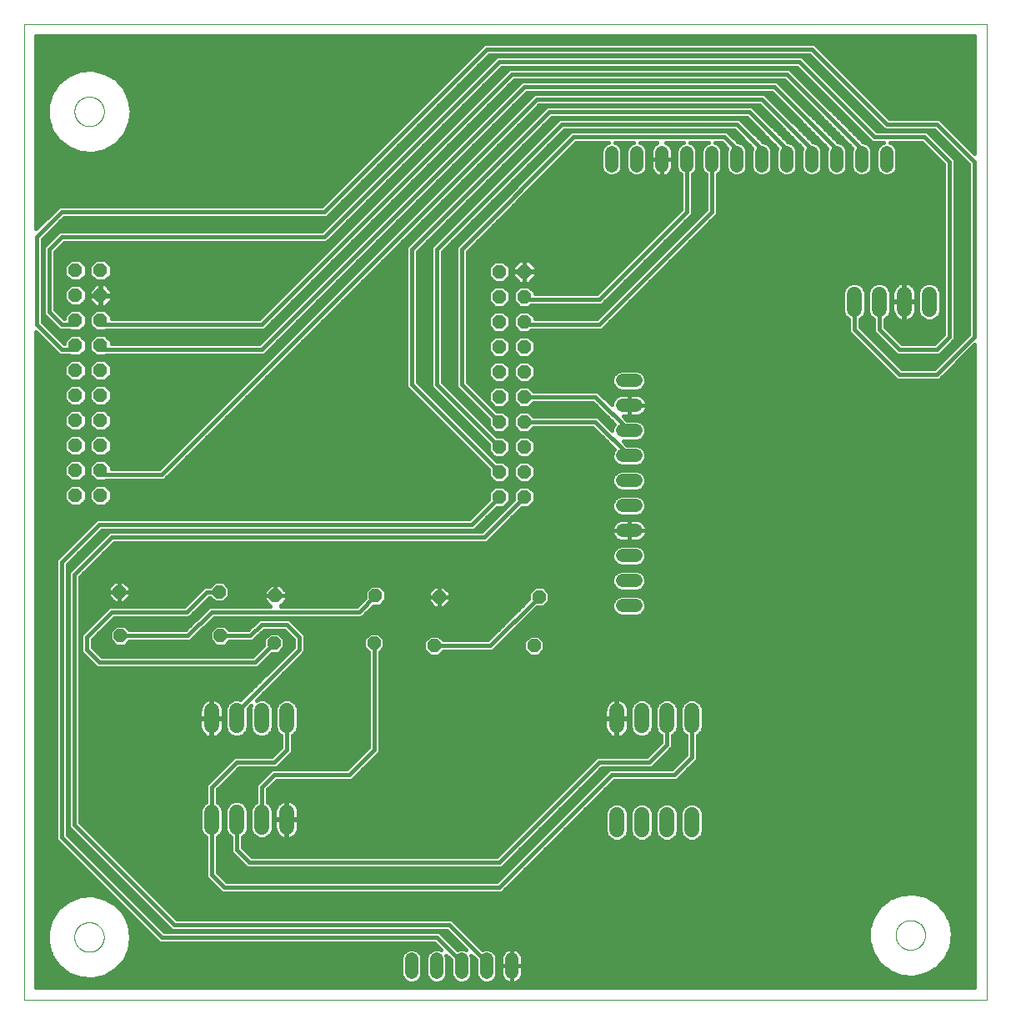
<source format=gtl>
G75*
%MOIN*%
%OFA0B0*%
%FSLAX25Y25*%
%IPPOS*%
%LPD*%
%AMOC8*
5,1,8,0,0,1.08239X$1,22.5*
%
%ADD10C,0.00000*%
%ADD11OC8,0.05200*%
%ADD12C,0.06000*%
%ADD13C,0.05200*%
%ADD14OC8,0.05600*%
%ADD15C,0.01600*%
D10*
X0001800Y0001800D02*
X0386800Y0001800D01*
X0386800Y0391800D01*
X0001800Y0391800D01*
X0001800Y0001800D01*
X0021894Y0026800D02*
X0021896Y0026953D01*
X0021902Y0027107D01*
X0021912Y0027260D01*
X0021926Y0027412D01*
X0021944Y0027565D01*
X0021966Y0027716D01*
X0021991Y0027867D01*
X0022021Y0028018D01*
X0022055Y0028168D01*
X0022092Y0028316D01*
X0022133Y0028464D01*
X0022178Y0028610D01*
X0022227Y0028756D01*
X0022280Y0028900D01*
X0022336Y0029042D01*
X0022396Y0029183D01*
X0022460Y0029323D01*
X0022527Y0029461D01*
X0022598Y0029597D01*
X0022673Y0029731D01*
X0022750Y0029863D01*
X0022832Y0029993D01*
X0022916Y0030121D01*
X0023004Y0030247D01*
X0023095Y0030370D01*
X0023189Y0030491D01*
X0023287Y0030609D01*
X0023387Y0030725D01*
X0023491Y0030838D01*
X0023597Y0030949D01*
X0023706Y0031057D01*
X0023818Y0031162D01*
X0023932Y0031263D01*
X0024050Y0031362D01*
X0024169Y0031458D01*
X0024291Y0031551D01*
X0024416Y0031640D01*
X0024543Y0031727D01*
X0024672Y0031809D01*
X0024803Y0031889D01*
X0024936Y0031965D01*
X0025071Y0032038D01*
X0025208Y0032107D01*
X0025347Y0032172D01*
X0025487Y0032234D01*
X0025629Y0032292D01*
X0025772Y0032347D01*
X0025917Y0032398D01*
X0026063Y0032445D01*
X0026210Y0032488D01*
X0026358Y0032527D01*
X0026507Y0032563D01*
X0026657Y0032594D01*
X0026808Y0032622D01*
X0026959Y0032646D01*
X0027112Y0032666D01*
X0027264Y0032682D01*
X0027417Y0032694D01*
X0027570Y0032702D01*
X0027723Y0032706D01*
X0027877Y0032706D01*
X0028030Y0032702D01*
X0028183Y0032694D01*
X0028336Y0032682D01*
X0028488Y0032666D01*
X0028641Y0032646D01*
X0028792Y0032622D01*
X0028943Y0032594D01*
X0029093Y0032563D01*
X0029242Y0032527D01*
X0029390Y0032488D01*
X0029537Y0032445D01*
X0029683Y0032398D01*
X0029828Y0032347D01*
X0029971Y0032292D01*
X0030113Y0032234D01*
X0030253Y0032172D01*
X0030392Y0032107D01*
X0030529Y0032038D01*
X0030664Y0031965D01*
X0030797Y0031889D01*
X0030928Y0031809D01*
X0031057Y0031727D01*
X0031184Y0031640D01*
X0031309Y0031551D01*
X0031431Y0031458D01*
X0031550Y0031362D01*
X0031668Y0031263D01*
X0031782Y0031162D01*
X0031894Y0031057D01*
X0032003Y0030949D01*
X0032109Y0030838D01*
X0032213Y0030725D01*
X0032313Y0030609D01*
X0032411Y0030491D01*
X0032505Y0030370D01*
X0032596Y0030247D01*
X0032684Y0030121D01*
X0032768Y0029993D01*
X0032850Y0029863D01*
X0032927Y0029731D01*
X0033002Y0029597D01*
X0033073Y0029461D01*
X0033140Y0029323D01*
X0033204Y0029183D01*
X0033264Y0029042D01*
X0033320Y0028900D01*
X0033373Y0028756D01*
X0033422Y0028610D01*
X0033467Y0028464D01*
X0033508Y0028316D01*
X0033545Y0028168D01*
X0033579Y0028018D01*
X0033609Y0027867D01*
X0033634Y0027716D01*
X0033656Y0027565D01*
X0033674Y0027412D01*
X0033688Y0027260D01*
X0033698Y0027107D01*
X0033704Y0026953D01*
X0033706Y0026800D01*
X0033704Y0026647D01*
X0033698Y0026493D01*
X0033688Y0026340D01*
X0033674Y0026188D01*
X0033656Y0026035D01*
X0033634Y0025884D01*
X0033609Y0025733D01*
X0033579Y0025582D01*
X0033545Y0025432D01*
X0033508Y0025284D01*
X0033467Y0025136D01*
X0033422Y0024990D01*
X0033373Y0024844D01*
X0033320Y0024700D01*
X0033264Y0024558D01*
X0033204Y0024417D01*
X0033140Y0024277D01*
X0033073Y0024139D01*
X0033002Y0024003D01*
X0032927Y0023869D01*
X0032850Y0023737D01*
X0032768Y0023607D01*
X0032684Y0023479D01*
X0032596Y0023353D01*
X0032505Y0023230D01*
X0032411Y0023109D01*
X0032313Y0022991D01*
X0032213Y0022875D01*
X0032109Y0022762D01*
X0032003Y0022651D01*
X0031894Y0022543D01*
X0031782Y0022438D01*
X0031668Y0022337D01*
X0031550Y0022238D01*
X0031431Y0022142D01*
X0031309Y0022049D01*
X0031184Y0021960D01*
X0031057Y0021873D01*
X0030928Y0021791D01*
X0030797Y0021711D01*
X0030664Y0021635D01*
X0030529Y0021562D01*
X0030392Y0021493D01*
X0030253Y0021428D01*
X0030113Y0021366D01*
X0029971Y0021308D01*
X0029828Y0021253D01*
X0029683Y0021202D01*
X0029537Y0021155D01*
X0029390Y0021112D01*
X0029242Y0021073D01*
X0029093Y0021037D01*
X0028943Y0021006D01*
X0028792Y0020978D01*
X0028641Y0020954D01*
X0028488Y0020934D01*
X0028336Y0020918D01*
X0028183Y0020906D01*
X0028030Y0020898D01*
X0027877Y0020894D01*
X0027723Y0020894D01*
X0027570Y0020898D01*
X0027417Y0020906D01*
X0027264Y0020918D01*
X0027112Y0020934D01*
X0026959Y0020954D01*
X0026808Y0020978D01*
X0026657Y0021006D01*
X0026507Y0021037D01*
X0026358Y0021073D01*
X0026210Y0021112D01*
X0026063Y0021155D01*
X0025917Y0021202D01*
X0025772Y0021253D01*
X0025629Y0021308D01*
X0025487Y0021366D01*
X0025347Y0021428D01*
X0025208Y0021493D01*
X0025071Y0021562D01*
X0024936Y0021635D01*
X0024803Y0021711D01*
X0024672Y0021791D01*
X0024543Y0021873D01*
X0024416Y0021960D01*
X0024291Y0022049D01*
X0024169Y0022142D01*
X0024050Y0022238D01*
X0023932Y0022337D01*
X0023818Y0022438D01*
X0023706Y0022543D01*
X0023597Y0022651D01*
X0023491Y0022762D01*
X0023387Y0022875D01*
X0023287Y0022991D01*
X0023189Y0023109D01*
X0023095Y0023230D01*
X0023004Y0023353D01*
X0022916Y0023479D01*
X0022832Y0023607D01*
X0022750Y0023737D01*
X0022673Y0023869D01*
X0022598Y0024003D01*
X0022527Y0024139D01*
X0022460Y0024277D01*
X0022396Y0024417D01*
X0022336Y0024558D01*
X0022280Y0024700D01*
X0022227Y0024844D01*
X0022178Y0024990D01*
X0022133Y0025136D01*
X0022092Y0025284D01*
X0022055Y0025432D01*
X0022021Y0025582D01*
X0021991Y0025733D01*
X0021966Y0025884D01*
X0021944Y0026035D01*
X0021926Y0026188D01*
X0021912Y0026340D01*
X0021902Y0026493D01*
X0021896Y0026647D01*
X0021894Y0026800D01*
X0021944Y0356825D02*
X0021946Y0356978D01*
X0021952Y0357132D01*
X0021962Y0357285D01*
X0021976Y0357437D01*
X0021994Y0357590D01*
X0022016Y0357741D01*
X0022041Y0357892D01*
X0022071Y0358043D01*
X0022105Y0358193D01*
X0022142Y0358341D01*
X0022183Y0358489D01*
X0022228Y0358635D01*
X0022277Y0358781D01*
X0022330Y0358925D01*
X0022386Y0359067D01*
X0022446Y0359208D01*
X0022510Y0359348D01*
X0022577Y0359486D01*
X0022648Y0359622D01*
X0022723Y0359756D01*
X0022800Y0359888D01*
X0022882Y0360018D01*
X0022966Y0360146D01*
X0023054Y0360272D01*
X0023145Y0360395D01*
X0023239Y0360516D01*
X0023337Y0360634D01*
X0023437Y0360750D01*
X0023541Y0360863D01*
X0023647Y0360974D01*
X0023756Y0361082D01*
X0023868Y0361187D01*
X0023982Y0361288D01*
X0024100Y0361387D01*
X0024219Y0361483D01*
X0024341Y0361576D01*
X0024466Y0361665D01*
X0024593Y0361752D01*
X0024722Y0361834D01*
X0024853Y0361914D01*
X0024986Y0361990D01*
X0025121Y0362063D01*
X0025258Y0362132D01*
X0025397Y0362197D01*
X0025537Y0362259D01*
X0025679Y0362317D01*
X0025822Y0362372D01*
X0025967Y0362423D01*
X0026113Y0362470D01*
X0026260Y0362513D01*
X0026408Y0362552D01*
X0026557Y0362588D01*
X0026707Y0362619D01*
X0026858Y0362647D01*
X0027009Y0362671D01*
X0027162Y0362691D01*
X0027314Y0362707D01*
X0027467Y0362719D01*
X0027620Y0362727D01*
X0027773Y0362731D01*
X0027927Y0362731D01*
X0028080Y0362727D01*
X0028233Y0362719D01*
X0028386Y0362707D01*
X0028538Y0362691D01*
X0028691Y0362671D01*
X0028842Y0362647D01*
X0028993Y0362619D01*
X0029143Y0362588D01*
X0029292Y0362552D01*
X0029440Y0362513D01*
X0029587Y0362470D01*
X0029733Y0362423D01*
X0029878Y0362372D01*
X0030021Y0362317D01*
X0030163Y0362259D01*
X0030303Y0362197D01*
X0030442Y0362132D01*
X0030579Y0362063D01*
X0030714Y0361990D01*
X0030847Y0361914D01*
X0030978Y0361834D01*
X0031107Y0361752D01*
X0031234Y0361665D01*
X0031359Y0361576D01*
X0031481Y0361483D01*
X0031600Y0361387D01*
X0031718Y0361288D01*
X0031832Y0361187D01*
X0031944Y0361082D01*
X0032053Y0360974D01*
X0032159Y0360863D01*
X0032263Y0360750D01*
X0032363Y0360634D01*
X0032461Y0360516D01*
X0032555Y0360395D01*
X0032646Y0360272D01*
X0032734Y0360146D01*
X0032818Y0360018D01*
X0032900Y0359888D01*
X0032977Y0359756D01*
X0033052Y0359622D01*
X0033123Y0359486D01*
X0033190Y0359348D01*
X0033254Y0359208D01*
X0033314Y0359067D01*
X0033370Y0358925D01*
X0033423Y0358781D01*
X0033472Y0358635D01*
X0033517Y0358489D01*
X0033558Y0358341D01*
X0033595Y0358193D01*
X0033629Y0358043D01*
X0033659Y0357892D01*
X0033684Y0357741D01*
X0033706Y0357590D01*
X0033724Y0357437D01*
X0033738Y0357285D01*
X0033748Y0357132D01*
X0033754Y0356978D01*
X0033756Y0356825D01*
X0033754Y0356672D01*
X0033748Y0356518D01*
X0033738Y0356365D01*
X0033724Y0356213D01*
X0033706Y0356060D01*
X0033684Y0355909D01*
X0033659Y0355758D01*
X0033629Y0355607D01*
X0033595Y0355457D01*
X0033558Y0355309D01*
X0033517Y0355161D01*
X0033472Y0355015D01*
X0033423Y0354869D01*
X0033370Y0354725D01*
X0033314Y0354583D01*
X0033254Y0354442D01*
X0033190Y0354302D01*
X0033123Y0354164D01*
X0033052Y0354028D01*
X0032977Y0353894D01*
X0032900Y0353762D01*
X0032818Y0353632D01*
X0032734Y0353504D01*
X0032646Y0353378D01*
X0032555Y0353255D01*
X0032461Y0353134D01*
X0032363Y0353016D01*
X0032263Y0352900D01*
X0032159Y0352787D01*
X0032053Y0352676D01*
X0031944Y0352568D01*
X0031832Y0352463D01*
X0031718Y0352362D01*
X0031600Y0352263D01*
X0031481Y0352167D01*
X0031359Y0352074D01*
X0031234Y0351985D01*
X0031107Y0351898D01*
X0030978Y0351816D01*
X0030847Y0351736D01*
X0030714Y0351660D01*
X0030579Y0351587D01*
X0030442Y0351518D01*
X0030303Y0351453D01*
X0030163Y0351391D01*
X0030021Y0351333D01*
X0029878Y0351278D01*
X0029733Y0351227D01*
X0029587Y0351180D01*
X0029440Y0351137D01*
X0029292Y0351098D01*
X0029143Y0351062D01*
X0028993Y0351031D01*
X0028842Y0351003D01*
X0028691Y0350979D01*
X0028538Y0350959D01*
X0028386Y0350943D01*
X0028233Y0350931D01*
X0028080Y0350923D01*
X0027927Y0350919D01*
X0027773Y0350919D01*
X0027620Y0350923D01*
X0027467Y0350931D01*
X0027314Y0350943D01*
X0027162Y0350959D01*
X0027009Y0350979D01*
X0026858Y0351003D01*
X0026707Y0351031D01*
X0026557Y0351062D01*
X0026408Y0351098D01*
X0026260Y0351137D01*
X0026113Y0351180D01*
X0025967Y0351227D01*
X0025822Y0351278D01*
X0025679Y0351333D01*
X0025537Y0351391D01*
X0025397Y0351453D01*
X0025258Y0351518D01*
X0025121Y0351587D01*
X0024986Y0351660D01*
X0024853Y0351736D01*
X0024722Y0351816D01*
X0024593Y0351898D01*
X0024466Y0351985D01*
X0024341Y0352074D01*
X0024219Y0352167D01*
X0024100Y0352263D01*
X0023982Y0352362D01*
X0023868Y0352463D01*
X0023756Y0352568D01*
X0023647Y0352676D01*
X0023541Y0352787D01*
X0023437Y0352900D01*
X0023337Y0353016D01*
X0023239Y0353134D01*
X0023145Y0353255D01*
X0023054Y0353378D01*
X0022966Y0353504D01*
X0022882Y0353632D01*
X0022800Y0353762D01*
X0022723Y0353894D01*
X0022648Y0354028D01*
X0022577Y0354164D01*
X0022510Y0354302D01*
X0022446Y0354442D01*
X0022386Y0354583D01*
X0022330Y0354725D01*
X0022277Y0354869D01*
X0022228Y0355015D01*
X0022183Y0355161D01*
X0022142Y0355309D01*
X0022105Y0355457D01*
X0022071Y0355607D01*
X0022041Y0355758D01*
X0022016Y0355909D01*
X0021994Y0356060D01*
X0021976Y0356213D01*
X0021962Y0356365D01*
X0021952Y0356518D01*
X0021946Y0356672D01*
X0021944Y0356825D01*
X0350369Y0027625D02*
X0350371Y0027778D01*
X0350377Y0027932D01*
X0350387Y0028085D01*
X0350401Y0028237D01*
X0350419Y0028390D01*
X0350441Y0028541D01*
X0350466Y0028692D01*
X0350496Y0028843D01*
X0350530Y0028993D01*
X0350567Y0029141D01*
X0350608Y0029289D01*
X0350653Y0029435D01*
X0350702Y0029581D01*
X0350755Y0029725D01*
X0350811Y0029867D01*
X0350871Y0030008D01*
X0350935Y0030148D01*
X0351002Y0030286D01*
X0351073Y0030422D01*
X0351148Y0030556D01*
X0351225Y0030688D01*
X0351307Y0030818D01*
X0351391Y0030946D01*
X0351479Y0031072D01*
X0351570Y0031195D01*
X0351664Y0031316D01*
X0351762Y0031434D01*
X0351862Y0031550D01*
X0351966Y0031663D01*
X0352072Y0031774D01*
X0352181Y0031882D01*
X0352293Y0031987D01*
X0352407Y0032088D01*
X0352525Y0032187D01*
X0352644Y0032283D01*
X0352766Y0032376D01*
X0352891Y0032465D01*
X0353018Y0032552D01*
X0353147Y0032634D01*
X0353278Y0032714D01*
X0353411Y0032790D01*
X0353546Y0032863D01*
X0353683Y0032932D01*
X0353822Y0032997D01*
X0353962Y0033059D01*
X0354104Y0033117D01*
X0354247Y0033172D01*
X0354392Y0033223D01*
X0354538Y0033270D01*
X0354685Y0033313D01*
X0354833Y0033352D01*
X0354982Y0033388D01*
X0355132Y0033419D01*
X0355283Y0033447D01*
X0355434Y0033471D01*
X0355587Y0033491D01*
X0355739Y0033507D01*
X0355892Y0033519D01*
X0356045Y0033527D01*
X0356198Y0033531D01*
X0356352Y0033531D01*
X0356505Y0033527D01*
X0356658Y0033519D01*
X0356811Y0033507D01*
X0356963Y0033491D01*
X0357116Y0033471D01*
X0357267Y0033447D01*
X0357418Y0033419D01*
X0357568Y0033388D01*
X0357717Y0033352D01*
X0357865Y0033313D01*
X0358012Y0033270D01*
X0358158Y0033223D01*
X0358303Y0033172D01*
X0358446Y0033117D01*
X0358588Y0033059D01*
X0358728Y0032997D01*
X0358867Y0032932D01*
X0359004Y0032863D01*
X0359139Y0032790D01*
X0359272Y0032714D01*
X0359403Y0032634D01*
X0359532Y0032552D01*
X0359659Y0032465D01*
X0359784Y0032376D01*
X0359906Y0032283D01*
X0360025Y0032187D01*
X0360143Y0032088D01*
X0360257Y0031987D01*
X0360369Y0031882D01*
X0360478Y0031774D01*
X0360584Y0031663D01*
X0360688Y0031550D01*
X0360788Y0031434D01*
X0360886Y0031316D01*
X0360980Y0031195D01*
X0361071Y0031072D01*
X0361159Y0030946D01*
X0361243Y0030818D01*
X0361325Y0030688D01*
X0361402Y0030556D01*
X0361477Y0030422D01*
X0361548Y0030286D01*
X0361615Y0030148D01*
X0361679Y0030008D01*
X0361739Y0029867D01*
X0361795Y0029725D01*
X0361848Y0029581D01*
X0361897Y0029435D01*
X0361942Y0029289D01*
X0361983Y0029141D01*
X0362020Y0028993D01*
X0362054Y0028843D01*
X0362084Y0028692D01*
X0362109Y0028541D01*
X0362131Y0028390D01*
X0362149Y0028237D01*
X0362163Y0028085D01*
X0362173Y0027932D01*
X0362179Y0027778D01*
X0362181Y0027625D01*
X0362179Y0027472D01*
X0362173Y0027318D01*
X0362163Y0027165D01*
X0362149Y0027013D01*
X0362131Y0026860D01*
X0362109Y0026709D01*
X0362084Y0026558D01*
X0362054Y0026407D01*
X0362020Y0026257D01*
X0361983Y0026109D01*
X0361942Y0025961D01*
X0361897Y0025815D01*
X0361848Y0025669D01*
X0361795Y0025525D01*
X0361739Y0025383D01*
X0361679Y0025242D01*
X0361615Y0025102D01*
X0361548Y0024964D01*
X0361477Y0024828D01*
X0361402Y0024694D01*
X0361325Y0024562D01*
X0361243Y0024432D01*
X0361159Y0024304D01*
X0361071Y0024178D01*
X0360980Y0024055D01*
X0360886Y0023934D01*
X0360788Y0023816D01*
X0360688Y0023700D01*
X0360584Y0023587D01*
X0360478Y0023476D01*
X0360369Y0023368D01*
X0360257Y0023263D01*
X0360143Y0023162D01*
X0360025Y0023063D01*
X0359906Y0022967D01*
X0359784Y0022874D01*
X0359659Y0022785D01*
X0359532Y0022698D01*
X0359403Y0022616D01*
X0359272Y0022536D01*
X0359139Y0022460D01*
X0359004Y0022387D01*
X0358867Y0022318D01*
X0358728Y0022253D01*
X0358588Y0022191D01*
X0358446Y0022133D01*
X0358303Y0022078D01*
X0358158Y0022027D01*
X0358012Y0021980D01*
X0357865Y0021937D01*
X0357717Y0021898D01*
X0357568Y0021862D01*
X0357418Y0021831D01*
X0357267Y0021803D01*
X0357116Y0021779D01*
X0356963Y0021759D01*
X0356811Y0021743D01*
X0356658Y0021731D01*
X0356505Y0021723D01*
X0356352Y0021719D01*
X0356198Y0021719D01*
X0356045Y0021723D01*
X0355892Y0021731D01*
X0355739Y0021743D01*
X0355587Y0021759D01*
X0355434Y0021779D01*
X0355283Y0021803D01*
X0355132Y0021831D01*
X0354982Y0021862D01*
X0354833Y0021898D01*
X0354685Y0021937D01*
X0354538Y0021980D01*
X0354392Y0022027D01*
X0354247Y0022078D01*
X0354104Y0022133D01*
X0353962Y0022191D01*
X0353822Y0022253D01*
X0353683Y0022318D01*
X0353546Y0022387D01*
X0353411Y0022460D01*
X0353278Y0022536D01*
X0353147Y0022616D01*
X0353018Y0022698D01*
X0352891Y0022785D01*
X0352766Y0022874D01*
X0352644Y0022967D01*
X0352525Y0023063D01*
X0352407Y0023162D01*
X0352293Y0023263D01*
X0352181Y0023368D01*
X0352072Y0023476D01*
X0351966Y0023587D01*
X0351862Y0023700D01*
X0351762Y0023816D01*
X0351664Y0023934D01*
X0351570Y0024055D01*
X0351479Y0024178D01*
X0351391Y0024304D01*
X0351307Y0024432D01*
X0351225Y0024562D01*
X0351148Y0024694D01*
X0351073Y0024828D01*
X0351002Y0024964D01*
X0350935Y0025102D01*
X0350871Y0025242D01*
X0350811Y0025383D01*
X0350755Y0025525D01*
X0350702Y0025669D01*
X0350653Y0025815D01*
X0350608Y0025961D01*
X0350567Y0026109D01*
X0350530Y0026257D01*
X0350496Y0026407D01*
X0350466Y0026558D01*
X0350441Y0026709D01*
X0350419Y0026860D01*
X0350401Y0027013D01*
X0350387Y0027165D01*
X0350377Y0027318D01*
X0350371Y0027472D01*
X0350369Y0027625D01*
D11*
X0207800Y0162800D03*
X0205800Y0143300D03*
X0167800Y0162800D03*
X0165800Y0143300D03*
X0141800Y0144300D03*
X0142300Y0163300D03*
X0102300Y0163300D03*
X0101800Y0144300D03*
X0080300Y0147300D03*
X0079800Y0164800D03*
X0039800Y0164800D03*
X0040300Y0147300D03*
D12*
X0076800Y0117300D02*
X0076800Y0111300D01*
X0086800Y0111300D02*
X0086800Y0117300D01*
X0096800Y0117300D02*
X0096800Y0111300D01*
X0106800Y0111300D02*
X0106800Y0117300D01*
X0106800Y0076800D02*
X0106800Y0070800D01*
X0096800Y0070800D02*
X0096800Y0076800D01*
X0086800Y0076800D02*
X0086800Y0070800D01*
X0076800Y0070800D02*
X0076800Y0076800D01*
X0238800Y0075800D02*
X0238800Y0069800D01*
X0248800Y0069800D02*
X0248800Y0075800D01*
X0258800Y0075800D02*
X0258800Y0069800D01*
X0268800Y0069800D02*
X0268800Y0075800D01*
X0268800Y0111300D02*
X0268800Y0117300D01*
X0258800Y0117300D02*
X0258800Y0111300D01*
X0248800Y0111300D02*
X0248800Y0117300D01*
X0238800Y0117300D02*
X0238800Y0111300D01*
X0333800Y0277800D02*
X0333800Y0283800D01*
X0343800Y0283800D02*
X0343800Y0277800D01*
X0353800Y0277800D02*
X0353800Y0283800D01*
X0363800Y0283800D02*
X0363800Y0277800D01*
D13*
X0346800Y0335200D02*
X0346800Y0340400D01*
X0336800Y0340400D02*
X0336800Y0335200D01*
X0326800Y0335200D02*
X0326800Y0340400D01*
X0316800Y0340400D02*
X0316800Y0335200D01*
X0306800Y0335200D02*
X0306800Y0340400D01*
X0296800Y0340400D02*
X0296800Y0335200D01*
X0286800Y0335200D02*
X0286800Y0340400D01*
X0276800Y0340400D02*
X0276800Y0335200D01*
X0266800Y0335200D02*
X0266800Y0340400D01*
X0256800Y0340400D02*
X0256800Y0335200D01*
X0246800Y0335200D02*
X0246800Y0340400D01*
X0236800Y0340400D02*
X0236800Y0335200D01*
X0241200Y0249300D02*
X0246400Y0249300D01*
X0246400Y0239300D02*
X0241200Y0239300D01*
X0241200Y0229300D02*
X0246400Y0229300D01*
X0246400Y0219300D02*
X0241200Y0219300D01*
X0241200Y0209300D02*
X0246400Y0209300D01*
X0246400Y0199300D02*
X0241200Y0199300D01*
X0241200Y0189300D02*
X0246400Y0189300D01*
X0246400Y0179300D02*
X0241200Y0179300D01*
X0241200Y0169300D02*
X0246400Y0169300D01*
X0246400Y0159300D02*
X0241200Y0159300D01*
X0196800Y0017900D02*
X0196800Y0012700D01*
X0186800Y0012700D02*
X0186800Y0017900D01*
X0176800Y0017900D02*
X0176800Y0012700D01*
X0166800Y0012700D02*
X0166800Y0017900D01*
X0156800Y0017900D02*
X0156800Y0012700D01*
D14*
X0191800Y0202800D03*
X0201800Y0202800D03*
X0201800Y0212800D03*
X0201800Y0222800D03*
X0191800Y0222800D03*
X0191800Y0212800D03*
X0191800Y0232800D03*
X0191800Y0242800D03*
X0201800Y0242800D03*
X0201800Y0232800D03*
X0201800Y0252800D03*
X0201800Y0262800D03*
X0191800Y0262800D03*
X0191800Y0252800D03*
X0191800Y0272800D03*
X0191800Y0282800D03*
X0201800Y0282800D03*
X0201800Y0272800D03*
X0201800Y0292800D03*
X0191800Y0292800D03*
X0032300Y0293300D03*
X0032300Y0283300D03*
X0032300Y0273300D03*
X0032300Y0263300D03*
X0032300Y0253300D03*
X0032300Y0243300D03*
X0032300Y0233300D03*
X0032300Y0223300D03*
X0032300Y0213300D03*
X0032300Y0203300D03*
X0022300Y0203300D03*
X0022300Y0213300D03*
X0022300Y0223300D03*
X0022300Y0233300D03*
X0022300Y0243300D03*
X0022300Y0253300D03*
X0022300Y0263300D03*
X0022300Y0273300D03*
X0022300Y0283300D03*
X0022300Y0293300D03*
D15*
X0026700Y0293714D02*
X0027900Y0293714D01*
X0027900Y0295123D02*
X0027900Y0291477D01*
X0030477Y0288900D01*
X0034123Y0288900D01*
X0036700Y0291477D01*
X0036700Y0295123D01*
X0034123Y0297700D01*
X0030477Y0297700D01*
X0027900Y0295123D01*
X0028090Y0295313D02*
X0026510Y0295313D01*
X0026700Y0295123D02*
X0024123Y0297700D01*
X0020477Y0297700D01*
X0017900Y0295123D01*
X0017900Y0291477D01*
X0020477Y0288900D01*
X0024123Y0288900D01*
X0026700Y0291477D01*
X0026700Y0295123D01*
X0024911Y0296911D02*
X0029689Y0296911D01*
X0027900Y0292116D02*
X0026700Y0292116D01*
X0025740Y0290517D02*
X0028860Y0290517D01*
X0030459Y0288919D02*
X0024141Y0288919D01*
X0024123Y0287700D02*
X0020477Y0287700D01*
X0017900Y0285123D01*
X0017900Y0281477D01*
X0020477Y0278900D01*
X0024123Y0278900D01*
X0026700Y0281477D01*
X0026700Y0285123D01*
X0024123Y0287700D01*
X0024502Y0287320D02*
X0029815Y0287320D01*
X0030395Y0287900D02*
X0027700Y0285205D01*
X0027700Y0283400D01*
X0032200Y0283400D01*
X0032200Y0287900D01*
X0030395Y0287900D01*
X0032200Y0287320D02*
X0032400Y0287320D01*
X0032400Y0287900D02*
X0032400Y0283400D01*
X0032200Y0283400D01*
X0032200Y0283200D01*
X0027700Y0283200D01*
X0027700Y0281395D01*
X0030395Y0278700D01*
X0032200Y0278700D01*
X0032200Y0283200D01*
X0032400Y0283200D01*
X0032400Y0283400D01*
X0036900Y0283400D01*
X0036900Y0285205D01*
X0034205Y0287900D01*
X0032400Y0287900D01*
X0034141Y0288919D02*
X0110525Y0288919D01*
X0112123Y0290517D02*
X0035740Y0290517D01*
X0036700Y0292116D02*
X0113722Y0292116D01*
X0115320Y0293714D02*
X0036700Y0293714D01*
X0036510Y0295313D02*
X0116919Y0295313D01*
X0118517Y0296911D02*
X0034911Y0296911D01*
X0034785Y0287320D02*
X0108926Y0287320D01*
X0107328Y0285722D02*
X0036384Y0285722D01*
X0036900Y0284123D02*
X0105729Y0284123D01*
X0104130Y0282525D02*
X0036900Y0282525D01*
X0036900Y0283200D02*
X0032400Y0283200D01*
X0032400Y0278700D01*
X0034205Y0278700D01*
X0036900Y0281395D01*
X0036900Y0283200D01*
X0036431Y0280926D02*
X0102532Y0280926D01*
X0100933Y0279328D02*
X0034833Y0279328D01*
X0034123Y0277700D02*
X0030477Y0277700D01*
X0027900Y0275123D01*
X0027900Y0271477D01*
X0030477Y0268900D01*
X0034123Y0268900D01*
X0034623Y0269400D01*
X0097277Y0269400D01*
X0098159Y0269765D01*
X0098835Y0270441D01*
X0197794Y0369400D01*
X0305806Y0369400D01*
X0333001Y0342204D01*
X0332600Y0341235D01*
X0332600Y0334365D01*
X0333239Y0332821D01*
X0334421Y0331639D01*
X0335965Y0331000D01*
X0337635Y0331000D01*
X0339179Y0331639D01*
X0340361Y0332821D01*
X0341000Y0334365D01*
X0341000Y0341235D01*
X0340361Y0342779D01*
X0339179Y0343961D01*
X0337635Y0344600D01*
X0337394Y0344600D01*
X0308835Y0373159D01*
X0308159Y0373835D01*
X0307277Y0374200D01*
X0196323Y0374200D01*
X0195441Y0373835D01*
X0095806Y0274200D01*
X0036700Y0274200D01*
X0036700Y0275123D01*
X0034123Y0277700D01*
X0035692Y0276131D02*
X0097736Y0276131D01*
X0099335Y0277729D02*
X0014265Y0277729D01*
X0014200Y0277794D02*
X0014200Y0300806D01*
X0017794Y0304400D01*
X0122277Y0304400D01*
X0123159Y0304765D01*
X0123835Y0305441D01*
X0192794Y0374400D01*
X0310806Y0374400D01*
X0340441Y0344765D01*
X0341323Y0344400D01*
X0345482Y0344400D01*
X0344421Y0343961D01*
X0343239Y0342779D01*
X0342600Y0341235D01*
X0342600Y0334365D01*
X0343239Y0332821D01*
X0344421Y0331639D01*
X0345965Y0331000D01*
X0347635Y0331000D01*
X0349179Y0331639D01*
X0350361Y0332821D01*
X0351000Y0334365D01*
X0351000Y0341235D01*
X0350361Y0342779D01*
X0349179Y0343961D01*
X0348118Y0344400D01*
X0360806Y0344400D01*
X0369400Y0335806D01*
X0369400Y0267794D01*
X0365806Y0264200D01*
X0352794Y0264200D01*
X0346200Y0270794D01*
X0346200Y0273815D01*
X0346406Y0273900D01*
X0347700Y0275194D01*
X0348400Y0276885D01*
X0348400Y0284715D01*
X0347700Y0286406D01*
X0346406Y0287700D01*
X0344715Y0288400D01*
X0342885Y0288400D01*
X0341194Y0287700D01*
X0339900Y0286406D01*
X0339200Y0284715D01*
X0339200Y0276885D01*
X0339900Y0275194D01*
X0341194Y0273900D01*
X0341400Y0273815D01*
X0341400Y0269323D01*
X0341765Y0268441D01*
X0349765Y0260441D01*
X0350441Y0259765D01*
X0351323Y0259400D01*
X0367277Y0259400D01*
X0368159Y0259765D01*
X0373159Y0264765D01*
X0373835Y0265441D01*
X0374200Y0266323D01*
X0374200Y0337277D01*
X0373835Y0338159D01*
X0363835Y0348159D01*
X0363159Y0348835D01*
X0362277Y0349200D01*
X0342794Y0349200D01*
X0313835Y0378159D01*
X0313159Y0378835D01*
X0312277Y0379200D01*
X0191323Y0379200D01*
X0190441Y0378835D01*
X0120806Y0309200D01*
X0016323Y0309200D01*
X0015441Y0308835D01*
X0010441Y0303835D01*
X0009765Y0303159D01*
X0009400Y0302277D01*
X0009400Y0276323D01*
X0009765Y0275441D01*
X0014765Y0270441D01*
X0015441Y0269765D01*
X0016323Y0269400D01*
X0019977Y0269400D01*
X0020477Y0268900D01*
X0024123Y0268900D01*
X0026700Y0271477D01*
X0026700Y0275123D01*
X0024123Y0277700D01*
X0020477Y0277700D01*
X0017900Y0275123D01*
X0017900Y0274200D01*
X0017794Y0274200D01*
X0014200Y0277794D01*
X0014200Y0279328D02*
X0020050Y0279328D01*
X0018451Y0280926D02*
X0014200Y0280926D01*
X0014200Y0282525D02*
X0017900Y0282525D01*
X0017900Y0284123D02*
X0014200Y0284123D01*
X0014200Y0285722D02*
X0018499Y0285722D01*
X0020098Y0287320D02*
X0014200Y0287320D01*
X0014200Y0288919D02*
X0020459Y0288919D01*
X0018860Y0290517D02*
X0014200Y0290517D01*
X0014200Y0292116D02*
X0017900Y0292116D01*
X0017900Y0293714D02*
X0014200Y0293714D01*
X0014200Y0295313D02*
X0018090Y0295313D01*
X0019689Y0296911D02*
X0014200Y0296911D01*
X0014200Y0298510D02*
X0120116Y0298510D01*
X0121714Y0300108D02*
X0014200Y0300108D01*
X0015101Y0301707D02*
X0123313Y0301707D01*
X0124911Y0303305D02*
X0016699Y0303305D01*
X0016800Y0306800D02*
X0011800Y0301800D01*
X0011800Y0276800D01*
X0016800Y0271800D01*
X0020800Y0271800D01*
X0022300Y0273300D01*
X0026700Y0272934D02*
X0027900Y0272934D01*
X0027900Y0274532D02*
X0026700Y0274532D01*
X0025692Y0276131D02*
X0028908Y0276131D01*
X0029767Y0279328D02*
X0024550Y0279328D01*
X0026149Y0280926D02*
X0028169Y0280926D01*
X0027700Y0282525D02*
X0026700Y0282525D01*
X0026700Y0284123D02*
X0027700Y0284123D01*
X0028216Y0285722D02*
X0026101Y0285722D01*
X0032200Y0285722D02*
X0032400Y0285722D01*
X0032400Y0284123D02*
X0032200Y0284123D01*
X0032200Y0282525D02*
X0032400Y0282525D01*
X0032400Y0280926D02*
X0032200Y0280926D01*
X0032200Y0279328D02*
X0032400Y0279328D01*
X0032300Y0273300D02*
X0033800Y0271800D01*
X0096800Y0271800D01*
X0196800Y0371800D01*
X0306800Y0371800D01*
X0336800Y0341800D01*
X0336800Y0337800D01*
X0341000Y0338472D02*
X0342600Y0338472D01*
X0342600Y0336874D02*
X0341000Y0336874D01*
X0341000Y0335275D02*
X0342600Y0335275D01*
X0342885Y0333677D02*
X0340715Y0333677D01*
X0339618Y0332078D02*
X0343982Y0332078D01*
X0349618Y0332078D02*
X0369400Y0332078D01*
X0369400Y0330480D02*
X0279200Y0330480D01*
X0279200Y0331660D02*
X0280361Y0332821D01*
X0281000Y0334365D01*
X0281000Y0341235D01*
X0280361Y0342779D01*
X0279179Y0343961D01*
X0278118Y0344400D01*
X0280806Y0344400D01*
X0283001Y0342204D01*
X0282600Y0341235D01*
X0282600Y0334365D01*
X0283239Y0332821D01*
X0284421Y0331639D01*
X0285965Y0331000D01*
X0287635Y0331000D01*
X0289179Y0331639D01*
X0290361Y0332821D01*
X0291000Y0334365D01*
X0291000Y0341235D01*
X0290361Y0342779D01*
X0289179Y0343961D01*
X0287635Y0344600D01*
X0287394Y0344600D01*
X0283835Y0348159D01*
X0283159Y0348835D01*
X0282277Y0349200D01*
X0222075Y0349200D01*
X0222072Y0349201D01*
X0221597Y0349200D01*
X0221123Y0349200D01*
X0221120Y0349199D01*
X0221117Y0349199D01*
X0220678Y0349016D01*
X0220241Y0348835D01*
X0220239Y0348833D01*
X0220236Y0348832D01*
X0219900Y0348494D01*
X0219565Y0348159D01*
X0219564Y0348157D01*
X0175101Y0303495D01*
X0174765Y0303159D01*
X0174764Y0303157D01*
X0174762Y0303155D01*
X0174582Y0302716D01*
X0174400Y0302277D01*
X0174400Y0302275D01*
X0174399Y0302272D01*
X0174400Y0301797D01*
X0174400Y0247323D01*
X0174765Y0246441D01*
X0187400Y0233806D01*
X0187400Y0230977D01*
X0189977Y0228400D01*
X0193623Y0228400D01*
X0196200Y0230977D01*
X0196200Y0234623D01*
X0193623Y0237200D01*
X0190794Y0237200D01*
X0179200Y0248794D01*
X0179200Y0300809D01*
X0222597Y0344400D01*
X0235482Y0344400D01*
X0234421Y0343961D01*
X0233239Y0342779D01*
X0232600Y0341235D01*
X0232600Y0334365D01*
X0233239Y0332821D01*
X0234421Y0331639D01*
X0235965Y0331000D01*
X0237635Y0331000D01*
X0239179Y0331639D01*
X0240361Y0332821D01*
X0241000Y0334365D01*
X0241000Y0341235D01*
X0240361Y0342779D01*
X0239179Y0343961D01*
X0238118Y0344400D01*
X0245482Y0344400D01*
X0244421Y0343961D01*
X0243239Y0342779D01*
X0242600Y0341235D01*
X0242600Y0334365D01*
X0243239Y0332821D01*
X0244421Y0331639D01*
X0245965Y0331000D01*
X0247635Y0331000D01*
X0249179Y0331639D01*
X0250361Y0332821D01*
X0251000Y0334365D01*
X0251000Y0341235D01*
X0250361Y0342779D01*
X0249179Y0343961D01*
X0248118Y0344400D01*
X0254959Y0344400D01*
X0254494Y0344163D01*
X0253934Y0343756D01*
X0253444Y0343266D01*
X0253037Y0342706D01*
X0252722Y0342089D01*
X0252508Y0341430D01*
X0252400Y0340746D01*
X0252400Y0337800D01*
X0256800Y0337800D01*
X0261200Y0337800D01*
X0261200Y0340746D01*
X0261092Y0341430D01*
X0260878Y0342089D01*
X0260563Y0342706D01*
X0260156Y0343266D01*
X0259666Y0343756D01*
X0259106Y0344163D01*
X0258641Y0344400D01*
X0265482Y0344400D01*
X0264421Y0343961D01*
X0263239Y0342779D01*
X0262600Y0341235D01*
X0262600Y0334365D01*
X0263239Y0332821D01*
X0264400Y0331660D01*
X0264400Y0317794D01*
X0230806Y0284200D01*
X0206200Y0284200D01*
X0206200Y0284623D01*
X0203623Y0287200D01*
X0199977Y0287200D01*
X0197400Y0284623D01*
X0197400Y0280977D01*
X0199977Y0278400D01*
X0203623Y0278400D01*
X0204623Y0279400D01*
X0232277Y0279400D01*
X0233159Y0279765D01*
X0233835Y0280441D01*
X0268835Y0315441D01*
X0269200Y0316323D01*
X0269200Y0331660D01*
X0270361Y0332821D01*
X0271000Y0334365D01*
X0271000Y0341235D01*
X0270361Y0342779D01*
X0269179Y0343961D01*
X0268118Y0344400D01*
X0275482Y0344400D01*
X0274421Y0343961D01*
X0273239Y0342779D01*
X0272600Y0341235D01*
X0272600Y0334365D01*
X0273239Y0332821D01*
X0274400Y0331660D01*
X0274400Y0317794D01*
X0230806Y0274200D01*
X0206200Y0274200D01*
X0206200Y0274623D01*
X0203623Y0277200D01*
X0199977Y0277200D01*
X0197400Y0274623D01*
X0197400Y0270977D01*
X0199977Y0268400D01*
X0203623Y0268400D01*
X0204623Y0269400D01*
X0232277Y0269400D01*
X0233159Y0269765D01*
X0233835Y0270441D01*
X0278835Y0315441D01*
X0279200Y0316323D01*
X0279200Y0331660D01*
X0279618Y0332078D02*
X0283982Y0332078D01*
X0282885Y0333677D02*
X0280715Y0333677D01*
X0281000Y0335275D02*
X0282600Y0335275D01*
X0282600Y0336874D02*
X0281000Y0336874D01*
X0281000Y0338472D02*
X0282600Y0338472D01*
X0282600Y0340071D02*
X0281000Y0340071D01*
X0280820Y0341670D02*
X0282780Y0341670D01*
X0281938Y0343268D02*
X0279872Y0343268D01*
X0281800Y0346800D02*
X0221600Y0346800D01*
X0176800Y0301800D01*
X0176800Y0247800D01*
X0191800Y0232800D01*
X0194996Y0229774D02*
X0198604Y0229774D01*
X0197400Y0230977D02*
X0199977Y0228400D01*
X0203623Y0228400D01*
X0205623Y0230400D01*
X0229306Y0230400D01*
X0237833Y0221873D01*
X0237639Y0221679D01*
X0237000Y0220135D01*
X0237000Y0218465D01*
X0237639Y0216921D01*
X0238821Y0215739D01*
X0240365Y0215100D01*
X0247235Y0215100D01*
X0248779Y0215739D01*
X0249961Y0216921D01*
X0250600Y0218465D01*
X0250600Y0220135D01*
X0249961Y0221679D01*
X0248779Y0222861D01*
X0247235Y0223500D01*
X0242994Y0223500D01*
X0241394Y0225100D01*
X0247235Y0225100D01*
X0248779Y0225739D01*
X0249961Y0226921D01*
X0250600Y0228465D01*
X0250600Y0230135D01*
X0249961Y0231679D01*
X0248779Y0232861D01*
X0247235Y0233500D01*
X0242994Y0233500D01*
X0241594Y0234900D01*
X0243800Y0234900D01*
X0246746Y0234900D01*
X0247430Y0235008D01*
X0248089Y0235222D01*
X0248706Y0235537D01*
X0249266Y0235944D01*
X0249756Y0236434D01*
X0250163Y0236994D01*
X0250478Y0237611D01*
X0250692Y0238270D01*
X0250800Y0238954D01*
X0250800Y0239300D01*
X0250800Y0239646D01*
X0250692Y0240330D01*
X0250478Y0240989D01*
X0250163Y0241606D01*
X0249756Y0242166D01*
X0249266Y0242656D01*
X0248706Y0243063D01*
X0248089Y0243378D01*
X0247430Y0243592D01*
X0246746Y0243700D01*
X0243800Y0243700D01*
X0243800Y0239300D01*
X0243800Y0239300D01*
X0250800Y0239300D01*
X0243800Y0239300D01*
X0243800Y0239300D01*
X0243800Y0243700D01*
X0240854Y0243700D01*
X0240170Y0243592D01*
X0239511Y0243378D01*
X0238894Y0243063D01*
X0238334Y0242656D01*
X0237844Y0242166D01*
X0237437Y0241606D01*
X0237122Y0240989D01*
X0236908Y0240330D01*
X0236807Y0239688D01*
X0231659Y0244835D01*
X0230777Y0245200D01*
X0205623Y0245200D01*
X0203623Y0247200D01*
X0199977Y0247200D01*
X0197400Y0244623D01*
X0197400Y0240977D01*
X0199977Y0238400D01*
X0203623Y0238400D01*
X0205623Y0240400D01*
X0229306Y0240400D01*
X0237833Y0231873D01*
X0237639Y0231679D01*
X0237000Y0230135D01*
X0237000Y0229494D01*
X0231659Y0234835D01*
X0230777Y0235200D01*
X0205623Y0235200D01*
X0203623Y0237200D01*
X0199977Y0237200D01*
X0197400Y0234623D01*
X0197400Y0230977D01*
X0197400Y0231372D02*
X0196200Y0231372D01*
X0196200Y0232971D02*
X0197400Y0232971D01*
X0197400Y0234569D02*
X0196200Y0234569D01*
X0194655Y0236168D02*
X0198945Y0236168D01*
X0199013Y0239365D02*
X0194587Y0239365D01*
X0193623Y0238400D02*
X0196200Y0240977D01*
X0196200Y0244623D01*
X0193623Y0247200D01*
X0189977Y0247200D01*
X0187400Y0244623D01*
X0187400Y0240977D01*
X0189977Y0238400D01*
X0193623Y0238400D01*
X0190228Y0237766D02*
X0231940Y0237766D01*
X0233538Y0236168D02*
X0204655Y0236168D01*
X0204587Y0239365D02*
X0230341Y0239365D01*
X0230300Y0242800D02*
X0243800Y0229300D01*
X0241516Y0224978D02*
X0382000Y0224978D01*
X0382000Y0223380D02*
X0247526Y0223380D01*
X0249859Y0221781D02*
X0382000Y0221781D01*
X0382000Y0220183D02*
X0250580Y0220183D01*
X0250600Y0218584D02*
X0382000Y0218584D01*
X0382000Y0216986D02*
X0249987Y0216986D01*
X0247929Y0215387D02*
X0382000Y0215387D01*
X0382000Y0213789D02*
X0206200Y0213789D01*
X0206200Y0214623D02*
X0203623Y0217200D01*
X0199977Y0217200D01*
X0197400Y0214623D01*
X0197400Y0210977D01*
X0199977Y0208400D01*
X0203623Y0208400D01*
X0206200Y0210977D01*
X0206200Y0214623D01*
X0205435Y0215387D02*
X0239671Y0215387D01*
X0240365Y0213500D02*
X0238821Y0212861D01*
X0237639Y0211679D01*
X0237000Y0210135D01*
X0237000Y0208465D01*
X0237639Y0206921D01*
X0238821Y0205739D01*
X0240365Y0205100D01*
X0247235Y0205100D01*
X0248779Y0205739D01*
X0249961Y0206921D01*
X0250600Y0208465D01*
X0250600Y0210135D01*
X0249961Y0211679D01*
X0248779Y0212861D01*
X0247235Y0213500D01*
X0240365Y0213500D01*
X0238150Y0212190D02*
X0206200Y0212190D01*
X0205814Y0210592D02*
X0237189Y0210592D01*
X0237000Y0208993D02*
X0204216Y0208993D01*
X0203623Y0207200D02*
X0199977Y0207200D01*
X0197400Y0204623D01*
X0197400Y0201794D01*
X0184806Y0189200D01*
X0036323Y0189200D01*
X0035441Y0188835D01*
X0034765Y0188159D01*
X0019765Y0173159D01*
X0019400Y0172277D01*
X0019400Y0071323D01*
X0019765Y0070441D01*
X0020441Y0069765D01*
X0060441Y0029765D01*
X0061323Y0029400D01*
X0170806Y0029400D01*
X0178439Y0021767D01*
X0177635Y0022100D01*
X0175965Y0022100D01*
X0175208Y0021786D01*
X0168835Y0028159D01*
X0168159Y0028835D01*
X0167277Y0029200D01*
X0057794Y0029200D01*
X0019200Y0067794D01*
X0019200Y0175806D01*
X0032794Y0189400D01*
X0181277Y0189400D01*
X0182159Y0189765D01*
X0190794Y0198400D01*
X0193623Y0198400D01*
X0196200Y0200977D01*
X0196200Y0204623D01*
X0193623Y0207200D01*
X0189977Y0207200D01*
X0187400Y0204623D01*
X0187400Y0201794D01*
X0179806Y0194200D01*
X0031323Y0194200D01*
X0030441Y0193835D01*
X0029765Y0193159D01*
X0014765Y0178159D01*
X0014400Y0177277D01*
X0014400Y0066323D01*
X0014765Y0065441D01*
X0015441Y0064765D01*
X0055441Y0024765D01*
X0056323Y0024400D01*
X0165806Y0024400D01*
X0168439Y0021767D01*
X0167635Y0022100D01*
X0165965Y0022100D01*
X0164421Y0021461D01*
X0163239Y0020279D01*
X0162600Y0018735D01*
X0162600Y0011865D01*
X0163239Y0010321D01*
X0164421Y0009139D01*
X0165965Y0008500D01*
X0167635Y0008500D01*
X0169179Y0009139D01*
X0170361Y0010321D01*
X0171000Y0011865D01*
X0171000Y0018735D01*
X0170667Y0019539D01*
X0172600Y0017606D01*
X0172600Y0011865D01*
X0173239Y0010321D01*
X0174421Y0009139D01*
X0175965Y0008500D01*
X0177635Y0008500D01*
X0179179Y0009139D01*
X0180361Y0010321D01*
X0181000Y0011865D01*
X0181000Y0018735D01*
X0180667Y0019539D01*
X0182600Y0017606D01*
X0182600Y0011865D01*
X0183239Y0010321D01*
X0184421Y0009139D01*
X0185965Y0008500D01*
X0187635Y0008500D01*
X0189179Y0009139D01*
X0190361Y0010321D01*
X0191000Y0011865D01*
X0191000Y0018735D01*
X0190361Y0020279D01*
X0189179Y0021461D01*
X0187635Y0022100D01*
X0185965Y0022100D01*
X0185208Y0021786D01*
X0173835Y0033159D01*
X0173159Y0033835D01*
X0172277Y0034200D01*
X0062794Y0034200D01*
X0024200Y0072794D01*
X0024200Y0170806D01*
X0037794Y0184400D01*
X0186277Y0184400D01*
X0187159Y0184765D01*
X0200794Y0198400D01*
X0203623Y0198400D01*
X0206200Y0200977D01*
X0206200Y0204623D01*
X0203623Y0207200D01*
X0205026Y0205796D02*
X0238764Y0205796D01*
X0237443Y0207395D02*
X0034428Y0207395D01*
X0034123Y0207700D02*
X0030477Y0207700D01*
X0027900Y0205123D01*
X0027900Y0201477D01*
X0030477Y0198900D01*
X0034123Y0198900D01*
X0036700Y0201477D01*
X0036700Y0205123D01*
X0034123Y0207700D01*
X0034123Y0208900D02*
X0030477Y0208900D01*
X0027900Y0211477D01*
X0027900Y0215123D01*
X0030477Y0217700D01*
X0034123Y0217700D01*
X0036700Y0215123D01*
X0036700Y0214200D01*
X0055806Y0214200D01*
X0205441Y0363835D01*
X0206323Y0364200D01*
X0297277Y0364200D01*
X0298159Y0363835D01*
X0298835Y0363159D01*
X0317394Y0344600D01*
X0317635Y0344600D01*
X0319179Y0343961D01*
X0320361Y0342779D01*
X0321000Y0341235D01*
X0321000Y0334365D01*
X0320361Y0332821D01*
X0319179Y0331639D01*
X0317635Y0331000D01*
X0315965Y0331000D01*
X0314421Y0331639D01*
X0313239Y0332821D01*
X0312600Y0334365D01*
X0312600Y0341235D01*
X0313001Y0342204D01*
X0295806Y0359400D01*
X0207794Y0359400D01*
X0058159Y0209765D01*
X0057277Y0209400D01*
X0034623Y0209400D01*
X0034123Y0208900D01*
X0034216Y0208993D02*
X0189384Y0208993D01*
X0189977Y0208400D02*
X0187400Y0210977D01*
X0187400Y0213806D01*
X0154765Y0246441D01*
X0154400Y0247323D01*
X0154400Y0302277D01*
X0154765Y0303159D01*
X0155441Y0303835D01*
X0210441Y0358835D01*
X0211323Y0359200D01*
X0292277Y0359200D01*
X0293159Y0358835D01*
X0293835Y0358159D01*
X0307394Y0344600D01*
X0307635Y0344600D01*
X0309179Y0343961D01*
X0310361Y0342779D01*
X0311000Y0341235D01*
X0311000Y0334365D01*
X0310361Y0332821D01*
X0309179Y0331639D01*
X0307635Y0331000D01*
X0305965Y0331000D01*
X0304421Y0331639D01*
X0303239Y0332821D01*
X0302600Y0334365D01*
X0302600Y0341235D01*
X0303001Y0342204D01*
X0290806Y0354400D01*
X0212794Y0354400D01*
X0159200Y0300806D01*
X0159200Y0248794D01*
X0190794Y0217200D01*
X0193623Y0217200D01*
X0196200Y0214623D01*
X0196200Y0210977D01*
X0193623Y0208400D01*
X0189977Y0208400D01*
X0188574Y0205796D02*
X0036026Y0205796D01*
X0036700Y0204198D02*
X0187400Y0204198D01*
X0187400Y0202599D02*
X0036700Y0202599D01*
X0036223Y0201001D02*
X0186606Y0201001D01*
X0185008Y0199402D02*
X0034625Y0199402D01*
X0029975Y0199402D02*
X0024625Y0199402D01*
X0024123Y0198900D02*
X0026700Y0201477D01*
X0026700Y0205123D01*
X0024123Y0207700D01*
X0020477Y0207700D01*
X0017900Y0205123D01*
X0017900Y0201477D01*
X0020477Y0198900D01*
X0024123Y0198900D01*
X0026223Y0201001D02*
X0028377Y0201001D01*
X0027900Y0202599D02*
X0026700Y0202599D01*
X0026700Y0204198D02*
X0027900Y0204198D01*
X0028574Y0205796D02*
X0026026Y0205796D01*
X0024428Y0207395D02*
X0030172Y0207395D01*
X0030384Y0208993D02*
X0024216Y0208993D01*
X0024123Y0208900D02*
X0026700Y0211477D01*
X0026700Y0215123D01*
X0024123Y0217700D01*
X0020477Y0217700D01*
X0017900Y0215123D01*
X0017900Y0211477D01*
X0020477Y0208900D01*
X0024123Y0208900D01*
X0025814Y0210592D02*
X0028786Y0210592D01*
X0027900Y0212190D02*
X0026700Y0212190D01*
X0026700Y0213789D02*
X0027900Y0213789D01*
X0028165Y0215387D02*
X0026435Y0215387D01*
X0024837Y0216986D02*
X0029763Y0216986D01*
X0030477Y0218900D02*
X0034123Y0218900D01*
X0036700Y0221477D01*
X0036700Y0225123D01*
X0034123Y0227700D01*
X0030477Y0227700D01*
X0027900Y0225123D01*
X0027900Y0221477D01*
X0030477Y0218900D01*
X0029195Y0220183D02*
X0025405Y0220183D01*
X0024123Y0218900D02*
X0026700Y0221477D01*
X0026700Y0225123D01*
X0024123Y0227700D01*
X0020477Y0227700D01*
X0017900Y0225123D01*
X0017900Y0221477D01*
X0020477Y0218900D01*
X0024123Y0218900D01*
X0026700Y0221781D02*
X0027900Y0221781D01*
X0027900Y0223380D02*
X0026700Y0223380D01*
X0026700Y0224978D02*
X0027900Y0224978D01*
X0029354Y0226577D02*
X0025246Y0226577D01*
X0024123Y0228900D02*
X0020477Y0228900D01*
X0017900Y0231477D01*
X0017900Y0235123D01*
X0020477Y0237700D01*
X0024123Y0237700D01*
X0026700Y0235123D01*
X0026700Y0231477D01*
X0024123Y0228900D01*
X0024996Y0229774D02*
X0029604Y0229774D01*
X0030477Y0228900D02*
X0034123Y0228900D01*
X0036700Y0231477D01*
X0036700Y0235123D01*
X0034123Y0237700D01*
X0030477Y0237700D01*
X0027900Y0235123D01*
X0027900Y0231477D01*
X0030477Y0228900D01*
X0028005Y0231372D02*
X0026595Y0231372D01*
X0026700Y0232971D02*
X0027900Y0232971D01*
X0027900Y0234569D02*
X0026700Y0234569D01*
X0025655Y0236168D02*
X0028945Y0236168D01*
X0030477Y0238900D02*
X0034123Y0238900D01*
X0036700Y0241477D01*
X0036700Y0245123D01*
X0034123Y0247700D01*
X0030477Y0247700D01*
X0027900Y0245123D01*
X0027900Y0241477D01*
X0030477Y0238900D01*
X0030013Y0239365D02*
X0024587Y0239365D01*
X0024123Y0238900D02*
X0026700Y0241477D01*
X0026700Y0245123D01*
X0024123Y0247700D01*
X0020477Y0247700D01*
X0017900Y0245123D01*
X0017900Y0241477D01*
X0020477Y0238900D01*
X0024123Y0238900D01*
X0026186Y0240963D02*
X0028414Y0240963D01*
X0027900Y0242562D02*
X0026700Y0242562D01*
X0026700Y0244160D02*
X0027900Y0244160D01*
X0028536Y0245759D02*
X0026064Y0245759D01*
X0024465Y0247357D02*
X0030135Y0247357D01*
X0030477Y0248900D02*
X0034123Y0248900D01*
X0036700Y0251477D01*
X0036700Y0255123D01*
X0034123Y0257700D01*
X0030477Y0257700D01*
X0027900Y0255123D01*
X0027900Y0251477D01*
X0030477Y0248900D01*
X0030422Y0248956D02*
X0024178Y0248956D01*
X0024123Y0248900D02*
X0026700Y0251477D01*
X0026700Y0255123D01*
X0024123Y0257700D01*
X0020477Y0257700D01*
X0017900Y0255123D01*
X0017900Y0251477D01*
X0020477Y0248900D01*
X0024123Y0248900D01*
X0025777Y0250554D02*
X0028823Y0250554D01*
X0027900Y0252153D02*
X0026700Y0252153D01*
X0026700Y0253751D02*
X0027900Y0253751D01*
X0028127Y0255350D02*
X0026473Y0255350D01*
X0024874Y0256948D02*
X0029726Y0256948D01*
X0030477Y0258900D02*
X0034123Y0258900D01*
X0034623Y0259400D01*
X0097277Y0259400D01*
X0098159Y0259765D01*
X0098835Y0260441D01*
X0202794Y0364400D01*
X0300806Y0364400D01*
X0323001Y0342204D01*
X0322600Y0341235D01*
X0322600Y0334365D01*
X0323239Y0332821D01*
X0324421Y0331639D01*
X0325965Y0331000D01*
X0327635Y0331000D01*
X0329179Y0331639D01*
X0330361Y0332821D01*
X0331000Y0334365D01*
X0331000Y0341235D01*
X0330361Y0342779D01*
X0329179Y0343961D01*
X0327635Y0344600D01*
X0327394Y0344600D01*
X0303835Y0368159D01*
X0303159Y0368835D01*
X0302277Y0369200D01*
X0201323Y0369200D01*
X0200441Y0368835D01*
X0095806Y0264200D01*
X0036700Y0264200D01*
X0036700Y0265123D01*
X0034123Y0267700D01*
X0030477Y0267700D01*
X0027900Y0265123D01*
X0027900Y0261477D01*
X0030477Y0258900D01*
X0029232Y0260145D02*
X0025368Y0260145D01*
X0024123Y0258900D02*
X0026700Y0261477D01*
X0026700Y0265123D01*
X0024123Y0267700D01*
X0020477Y0267700D01*
X0017900Y0265123D01*
X0017900Y0264200D01*
X0017794Y0264200D01*
X0009200Y0272794D01*
X0009200Y0305806D01*
X0017794Y0314400D01*
X0122277Y0314400D01*
X0123159Y0314765D01*
X0123835Y0315441D01*
X0187794Y0379400D01*
X0315806Y0379400D01*
X0345441Y0349765D01*
X0346323Y0349400D01*
X0365806Y0349400D01*
X0379400Y0335806D01*
X0379400Y0267794D01*
X0365806Y0254200D01*
X0352794Y0254200D01*
X0336200Y0270794D01*
X0336200Y0273815D01*
X0336406Y0273900D01*
X0337700Y0275194D01*
X0338400Y0276885D01*
X0338400Y0284715D01*
X0337700Y0286406D01*
X0336406Y0287700D01*
X0334715Y0288400D01*
X0332885Y0288400D01*
X0331194Y0287700D01*
X0329900Y0286406D01*
X0329200Y0284715D01*
X0329200Y0276885D01*
X0329900Y0275194D01*
X0331194Y0273900D01*
X0331400Y0273815D01*
X0331400Y0269323D01*
X0331765Y0268441D01*
X0349765Y0250441D01*
X0349765Y0250441D01*
X0350441Y0249765D01*
X0351323Y0249400D01*
X0367277Y0249400D01*
X0368159Y0249765D01*
X0382000Y0263606D01*
X0382000Y0006600D01*
X0006600Y0006600D01*
X0006600Y0268606D01*
X0014765Y0260441D01*
X0015441Y0259765D01*
X0016323Y0259400D01*
X0019977Y0259400D01*
X0020477Y0258900D01*
X0024123Y0258900D01*
X0026700Y0261744D02*
X0027900Y0261744D01*
X0027900Y0263342D02*
X0026700Y0263342D01*
X0026700Y0264941D02*
X0027900Y0264941D01*
X0029317Y0266539D02*
X0025283Y0266539D01*
X0024959Y0269737D02*
X0029641Y0269737D01*
X0028042Y0271335D02*
X0026558Y0271335D01*
X0019317Y0266539D02*
X0015455Y0266539D01*
X0017053Y0264941D02*
X0017900Y0264941D01*
X0016800Y0261800D02*
X0020800Y0261800D01*
X0022300Y0263300D01*
X0016800Y0261800D02*
X0006800Y0271800D01*
X0006800Y0306800D01*
X0016800Y0316800D01*
X0121800Y0316800D01*
X0186800Y0381800D01*
X0316800Y0381800D01*
X0346800Y0351800D01*
X0366800Y0351800D01*
X0381800Y0336800D01*
X0381800Y0266800D01*
X0366800Y0251800D01*
X0351800Y0251800D01*
X0333800Y0269800D01*
X0333800Y0280800D01*
X0329200Y0280926D02*
X0244320Y0280926D01*
X0242722Y0279328D02*
X0329200Y0279328D01*
X0329200Y0277729D02*
X0241123Y0277729D01*
X0239525Y0276131D02*
X0329513Y0276131D01*
X0330563Y0274532D02*
X0237926Y0274532D01*
X0236328Y0272934D02*
X0331400Y0272934D01*
X0331400Y0271335D02*
X0234729Y0271335D01*
X0233090Y0269737D02*
X0331400Y0269737D01*
X0332068Y0268138D02*
X0179200Y0268138D01*
X0179200Y0269737D02*
X0188641Y0269737D01*
X0187400Y0270977D02*
X0189977Y0268400D01*
X0193623Y0268400D01*
X0196200Y0270977D01*
X0196200Y0274623D01*
X0193623Y0277200D01*
X0189977Y0277200D01*
X0187400Y0274623D01*
X0187400Y0270977D01*
X0187400Y0271335D02*
X0179200Y0271335D01*
X0179200Y0272934D02*
X0187400Y0272934D01*
X0187400Y0274532D02*
X0179200Y0274532D01*
X0179200Y0276131D02*
X0188908Y0276131D01*
X0189977Y0278400D02*
X0193623Y0278400D01*
X0196200Y0280977D01*
X0196200Y0284623D01*
X0193623Y0287200D01*
X0189977Y0287200D01*
X0187400Y0284623D01*
X0187400Y0280977D01*
X0189977Y0278400D01*
X0189050Y0279328D02*
X0179200Y0279328D01*
X0179200Y0280926D02*
X0187451Y0280926D01*
X0187400Y0282525D02*
X0179200Y0282525D01*
X0179200Y0284123D02*
X0187400Y0284123D01*
X0188499Y0285722D02*
X0179200Y0285722D01*
X0179200Y0287320D02*
X0233926Y0287320D01*
X0232328Y0285722D02*
X0205101Y0285722D01*
X0203705Y0288200D02*
X0201900Y0288200D01*
X0201900Y0292700D01*
X0201900Y0292900D01*
X0201700Y0292900D01*
X0201700Y0297400D01*
X0199895Y0297400D01*
X0197200Y0294705D01*
X0197200Y0292900D01*
X0201700Y0292900D01*
X0201700Y0292700D01*
X0197200Y0292700D01*
X0197200Y0290895D01*
X0199895Y0288200D01*
X0201700Y0288200D01*
X0201700Y0292700D01*
X0201900Y0292700D01*
X0206400Y0292700D01*
X0206400Y0290895D01*
X0203705Y0288200D01*
X0204424Y0288919D02*
X0235525Y0288919D01*
X0237123Y0290517D02*
X0206023Y0290517D01*
X0206400Y0292116D02*
X0238722Y0292116D01*
X0240320Y0293714D02*
X0206400Y0293714D01*
X0206400Y0292900D02*
X0206400Y0294705D01*
X0203705Y0297400D01*
X0201900Y0297400D01*
X0201900Y0292900D01*
X0206400Y0292900D01*
X0205793Y0295313D02*
X0241919Y0295313D01*
X0243517Y0296911D02*
X0204194Y0296911D01*
X0201900Y0296911D02*
X0201700Y0296911D01*
X0201700Y0295313D02*
X0201900Y0295313D01*
X0201900Y0293714D02*
X0201700Y0293714D01*
X0201700Y0292116D02*
X0201900Y0292116D01*
X0201900Y0290517D02*
X0201700Y0290517D01*
X0201700Y0288919D02*
X0201900Y0288919D01*
X0199176Y0288919D02*
X0194141Y0288919D01*
X0193623Y0288400D02*
X0196200Y0290977D01*
X0196200Y0294623D01*
X0193623Y0297200D01*
X0189977Y0297200D01*
X0187400Y0294623D01*
X0187400Y0290977D01*
X0189977Y0288400D01*
X0193623Y0288400D01*
X0195740Y0290517D02*
X0197577Y0290517D01*
X0197200Y0292116D02*
X0196200Y0292116D01*
X0196200Y0293714D02*
X0197200Y0293714D01*
X0197807Y0295313D02*
X0195510Y0295313D01*
X0193911Y0296911D02*
X0199406Y0296911D01*
X0189689Y0296911D02*
X0179200Y0296911D01*
X0179200Y0295313D02*
X0188090Y0295313D01*
X0187400Y0293714D02*
X0179200Y0293714D01*
X0179200Y0292116D02*
X0187400Y0292116D01*
X0187860Y0290517D02*
X0179200Y0290517D01*
X0179200Y0288919D02*
X0189459Y0288919D01*
X0195101Y0285722D02*
X0198499Y0285722D01*
X0197400Y0284123D02*
X0196200Y0284123D01*
X0196200Y0282525D02*
X0197400Y0282525D01*
X0197451Y0280926D02*
X0196149Y0280926D01*
X0194550Y0279328D02*
X0199050Y0279328D01*
X0198908Y0276131D02*
X0194692Y0276131D01*
X0196200Y0274532D02*
X0197400Y0274532D01*
X0197400Y0272934D02*
X0196200Y0272934D01*
X0196200Y0271335D02*
X0197400Y0271335D01*
X0198641Y0269737D02*
X0194959Y0269737D01*
X0193623Y0267200D02*
X0189977Y0267200D01*
X0187400Y0264623D01*
X0187400Y0260977D01*
X0189977Y0258400D01*
X0193623Y0258400D01*
X0196200Y0260977D01*
X0196200Y0264623D01*
X0193623Y0267200D01*
X0194283Y0266539D02*
X0199317Y0266539D01*
X0199977Y0267200D02*
X0197400Y0264623D01*
X0197400Y0260977D01*
X0199977Y0258400D01*
X0203623Y0258400D01*
X0206200Y0260977D01*
X0206200Y0264623D01*
X0203623Y0267200D01*
X0199977Y0267200D01*
X0197718Y0264941D02*
X0195882Y0264941D01*
X0196200Y0263342D02*
X0197400Y0263342D01*
X0197400Y0261744D02*
X0196200Y0261744D01*
X0195368Y0260145D02*
X0198232Y0260145D01*
X0199831Y0258547D02*
X0193769Y0258547D01*
X0193623Y0257200D02*
X0189977Y0257200D01*
X0187400Y0254623D01*
X0187400Y0250977D01*
X0189977Y0248400D01*
X0193623Y0248400D01*
X0196200Y0250977D01*
X0196200Y0254623D01*
X0193623Y0257200D01*
X0193874Y0256948D02*
X0199726Y0256948D01*
X0199977Y0257200D02*
X0197400Y0254623D01*
X0197400Y0250977D01*
X0199977Y0248400D01*
X0203623Y0248400D01*
X0206200Y0250977D01*
X0206200Y0254623D01*
X0203623Y0257200D01*
X0199977Y0257200D01*
X0198127Y0255350D02*
X0195473Y0255350D01*
X0196200Y0253751D02*
X0197400Y0253751D01*
X0197400Y0252153D02*
X0196200Y0252153D01*
X0195777Y0250554D02*
X0197823Y0250554D01*
X0199422Y0248956D02*
X0194178Y0248956D01*
X0195064Y0245759D02*
X0198536Y0245759D01*
X0197400Y0244160D02*
X0196200Y0244160D01*
X0196200Y0242562D02*
X0197400Y0242562D01*
X0197414Y0240963D02*
X0196186Y0240963D01*
X0201800Y0242800D02*
X0230300Y0242800D01*
X0232334Y0244160D02*
X0382000Y0244160D01*
X0382000Y0242562D02*
X0249361Y0242562D01*
X0250486Y0240963D02*
X0382000Y0240963D01*
X0382000Y0239365D02*
X0250800Y0239365D01*
X0250528Y0237766D02*
X0382000Y0237766D01*
X0382000Y0236168D02*
X0249490Y0236168D01*
X0248513Y0232971D02*
X0382000Y0232971D01*
X0382000Y0234569D02*
X0241925Y0234569D01*
X0243800Y0234900D02*
X0243800Y0239300D01*
X0243800Y0234900D01*
X0243800Y0236168D02*
X0243800Y0236168D01*
X0243800Y0237766D02*
X0243800Y0237766D01*
X0243800Y0239300D02*
X0243800Y0239300D01*
X0243800Y0239365D02*
X0243800Y0239365D01*
X0243800Y0240963D02*
X0243800Y0240963D01*
X0243800Y0242562D02*
X0243800Y0242562D01*
X0240365Y0245100D02*
X0238821Y0245739D01*
X0237639Y0246921D01*
X0237000Y0248465D01*
X0237000Y0250135D01*
X0237639Y0251679D01*
X0238821Y0252861D01*
X0240365Y0253500D01*
X0247235Y0253500D01*
X0248779Y0252861D01*
X0249961Y0251679D01*
X0250600Y0250135D01*
X0250600Y0248465D01*
X0249961Y0246921D01*
X0248779Y0245739D01*
X0247235Y0245100D01*
X0240365Y0245100D01*
X0238801Y0245759D02*
X0205064Y0245759D01*
X0204178Y0248956D02*
X0237000Y0248956D01*
X0237174Y0250554D02*
X0205777Y0250554D01*
X0206200Y0252153D02*
X0238113Y0252153D01*
X0237459Y0247357D02*
X0180637Y0247357D01*
X0179200Y0248956D02*
X0189422Y0248956D01*
X0187823Y0250554D02*
X0179200Y0250554D01*
X0179200Y0252153D02*
X0187400Y0252153D01*
X0187400Y0253751D02*
X0179200Y0253751D01*
X0179200Y0255350D02*
X0188127Y0255350D01*
X0189726Y0256948D02*
X0179200Y0256948D01*
X0179200Y0258547D02*
X0189831Y0258547D01*
X0188232Y0260145D02*
X0179200Y0260145D01*
X0179200Y0261744D02*
X0187400Y0261744D01*
X0187400Y0263342D02*
X0179200Y0263342D01*
X0179200Y0264941D02*
X0187718Y0264941D01*
X0189317Y0266539D02*
X0179200Y0266539D01*
X0174400Y0266539D02*
X0169200Y0266539D01*
X0169200Y0264941D02*
X0174400Y0264941D01*
X0174400Y0263342D02*
X0169200Y0263342D01*
X0169200Y0261744D02*
X0174400Y0261744D01*
X0174400Y0260145D02*
X0169200Y0260145D01*
X0169200Y0258547D02*
X0174400Y0258547D01*
X0174400Y0256948D02*
X0169200Y0256948D01*
X0169200Y0255350D02*
X0174400Y0255350D01*
X0174400Y0253751D02*
X0169200Y0253751D01*
X0169200Y0252153D02*
X0174400Y0252153D01*
X0174400Y0250554D02*
X0169200Y0250554D01*
X0169200Y0248956D02*
X0174400Y0248956D01*
X0174400Y0247357D02*
X0170637Y0247357D01*
X0169200Y0248794D02*
X0169200Y0300806D01*
X0217794Y0349400D01*
X0285806Y0349400D01*
X0293001Y0342204D01*
X0292600Y0341235D01*
X0292600Y0334365D01*
X0293239Y0332821D01*
X0294421Y0331639D01*
X0295965Y0331000D01*
X0297635Y0331000D01*
X0299179Y0331639D01*
X0300361Y0332821D01*
X0301000Y0334365D01*
X0301000Y0341235D01*
X0300361Y0342779D01*
X0299179Y0343961D01*
X0297635Y0344600D01*
X0297394Y0344600D01*
X0288835Y0353159D01*
X0288159Y0353835D01*
X0287277Y0354200D01*
X0216323Y0354200D01*
X0215441Y0353835D01*
X0165441Y0303835D01*
X0164765Y0303159D01*
X0164400Y0302277D01*
X0164400Y0247323D01*
X0164765Y0246441D01*
X0187400Y0223806D01*
X0187400Y0220977D01*
X0189977Y0218400D01*
X0193623Y0218400D01*
X0196200Y0220977D01*
X0196200Y0224623D01*
X0193623Y0227200D01*
X0190794Y0227200D01*
X0169200Y0248794D01*
X0166800Y0247800D02*
X0191800Y0222800D01*
X0196200Y0223380D02*
X0197400Y0223380D01*
X0197400Y0224623D02*
X0197400Y0220977D01*
X0199977Y0218400D01*
X0203623Y0218400D01*
X0206200Y0220977D01*
X0206200Y0224623D01*
X0203623Y0227200D01*
X0199977Y0227200D01*
X0197400Y0224623D01*
X0197756Y0224978D02*
X0195844Y0224978D01*
X0194246Y0226577D02*
X0199354Y0226577D01*
X0204246Y0226577D02*
X0233129Y0226577D01*
X0231531Y0228175D02*
X0189819Y0228175D01*
X0188604Y0229774D02*
X0188220Y0229774D01*
X0187400Y0231372D02*
X0186622Y0231372D01*
X0187400Y0232971D02*
X0185023Y0232971D01*
X0183425Y0234569D02*
X0186637Y0234569D01*
X0185038Y0236168D02*
X0181826Y0236168D01*
X0180228Y0237766D02*
X0183440Y0237766D01*
X0181841Y0239365D02*
X0178629Y0239365D01*
X0177031Y0240963D02*
X0180243Y0240963D01*
X0178644Y0242562D02*
X0175432Y0242562D01*
X0173834Y0244160D02*
X0177046Y0244160D01*
X0175447Y0245759D02*
X0172235Y0245759D01*
X0168644Y0242562D02*
X0165432Y0242562D01*
X0163834Y0244160D02*
X0167046Y0244160D01*
X0165447Y0245759D02*
X0162235Y0245759D01*
X0160637Y0247357D02*
X0164400Y0247357D01*
X0164400Y0248956D02*
X0159200Y0248956D01*
X0159200Y0250554D02*
X0164400Y0250554D01*
X0164400Y0252153D02*
X0159200Y0252153D01*
X0159200Y0253751D02*
X0164400Y0253751D01*
X0164400Y0255350D02*
X0159200Y0255350D01*
X0159200Y0256948D02*
X0164400Y0256948D01*
X0164400Y0258547D02*
X0159200Y0258547D01*
X0159200Y0260145D02*
X0164400Y0260145D01*
X0164400Y0261744D02*
X0159200Y0261744D01*
X0159200Y0263342D02*
X0164400Y0263342D01*
X0164400Y0264941D02*
X0159200Y0264941D01*
X0159200Y0266539D02*
X0164400Y0266539D01*
X0164400Y0268138D02*
X0159200Y0268138D01*
X0159200Y0269737D02*
X0164400Y0269737D01*
X0164400Y0271335D02*
X0159200Y0271335D01*
X0159200Y0272934D02*
X0164400Y0272934D01*
X0164400Y0274532D02*
X0159200Y0274532D01*
X0159200Y0276131D02*
X0164400Y0276131D01*
X0164400Y0277729D02*
X0159200Y0277729D01*
X0159200Y0279328D02*
X0164400Y0279328D01*
X0164400Y0280926D02*
X0159200Y0280926D01*
X0159200Y0282525D02*
X0164400Y0282525D01*
X0164400Y0284123D02*
X0159200Y0284123D01*
X0159200Y0285722D02*
X0164400Y0285722D01*
X0164400Y0287320D02*
X0159200Y0287320D01*
X0159200Y0288919D02*
X0164400Y0288919D01*
X0164400Y0290517D02*
X0159200Y0290517D01*
X0159200Y0292116D02*
X0164400Y0292116D01*
X0164400Y0293714D02*
X0159200Y0293714D01*
X0159200Y0295313D02*
X0164400Y0295313D01*
X0164400Y0296911D02*
X0159200Y0296911D01*
X0159200Y0298510D02*
X0164400Y0298510D01*
X0164400Y0300108D02*
X0159200Y0300108D01*
X0160101Y0301707D02*
X0164400Y0301707D01*
X0164911Y0303305D02*
X0161699Y0303305D01*
X0163298Y0304904D02*
X0166510Y0304904D01*
X0168108Y0306502D02*
X0164896Y0306502D01*
X0166495Y0308101D02*
X0169707Y0308101D01*
X0171305Y0309699D02*
X0168093Y0309699D01*
X0169692Y0311298D02*
X0172904Y0311298D01*
X0174502Y0312896D02*
X0171290Y0312896D01*
X0172889Y0314495D02*
X0176101Y0314495D01*
X0177699Y0316093D02*
X0174487Y0316093D01*
X0176086Y0317692D02*
X0179298Y0317692D01*
X0180896Y0319290D02*
X0177684Y0319290D01*
X0179283Y0320889D02*
X0182495Y0320889D01*
X0184093Y0322487D02*
X0180881Y0322487D01*
X0182480Y0324086D02*
X0185692Y0324086D01*
X0187290Y0325684D02*
X0184079Y0325684D01*
X0185677Y0327283D02*
X0188889Y0327283D01*
X0190487Y0328881D02*
X0187276Y0328881D01*
X0188874Y0330480D02*
X0192086Y0330480D01*
X0193684Y0332078D02*
X0190473Y0332078D01*
X0192071Y0333677D02*
X0195283Y0333677D01*
X0196881Y0335275D02*
X0193670Y0335275D01*
X0195268Y0336874D02*
X0198480Y0336874D01*
X0200078Y0338472D02*
X0196867Y0338472D01*
X0198465Y0340071D02*
X0201677Y0340071D01*
X0203275Y0341670D02*
X0200064Y0341670D01*
X0201662Y0343268D02*
X0204874Y0343268D01*
X0206472Y0344867D02*
X0203261Y0344867D01*
X0204859Y0346465D02*
X0208071Y0346465D01*
X0209669Y0348064D02*
X0206458Y0348064D01*
X0208056Y0349662D02*
X0211268Y0349662D01*
X0212866Y0351261D02*
X0209655Y0351261D01*
X0211253Y0352859D02*
X0214465Y0352859D01*
X0216800Y0351800D02*
X0166800Y0301800D01*
X0166800Y0247800D01*
X0167031Y0240963D02*
X0170243Y0240963D01*
X0171841Y0239365D02*
X0168629Y0239365D01*
X0170228Y0237766D02*
X0173440Y0237766D01*
X0175038Y0236168D02*
X0171826Y0236168D01*
X0173425Y0234569D02*
X0176637Y0234569D01*
X0178235Y0232971D02*
X0175023Y0232971D01*
X0176622Y0231372D02*
X0179834Y0231372D01*
X0181432Y0229774D02*
X0178220Y0229774D01*
X0179819Y0228175D02*
X0183031Y0228175D01*
X0184629Y0226577D02*
X0181417Y0226577D01*
X0183016Y0224978D02*
X0186228Y0224978D01*
X0187400Y0223380D02*
X0184614Y0223380D01*
X0186213Y0221781D02*
X0187400Y0221781D01*
X0187811Y0220183D02*
X0188195Y0220183D01*
X0189410Y0218584D02*
X0189793Y0218584D01*
X0193807Y0218584D02*
X0199793Y0218584D01*
X0199763Y0216986D02*
X0193837Y0216986D01*
X0195435Y0215387D02*
X0198165Y0215387D01*
X0197400Y0213789D02*
X0196200Y0213789D01*
X0196200Y0212190D02*
X0197400Y0212190D01*
X0197786Y0210592D02*
X0195814Y0210592D01*
X0194216Y0208993D02*
X0199384Y0208993D01*
X0198574Y0205796D02*
X0195026Y0205796D01*
X0196200Y0204198D02*
X0197400Y0204198D01*
X0197400Y0202599D02*
X0196200Y0202599D01*
X0196200Y0201001D02*
X0196606Y0201001D01*
X0195008Y0199402D02*
X0194625Y0199402D01*
X0193409Y0197803D02*
X0190198Y0197803D01*
X0188599Y0196205D02*
X0191811Y0196205D01*
X0190212Y0194606D02*
X0187001Y0194606D01*
X0185402Y0193008D02*
X0188614Y0193008D01*
X0187015Y0191409D02*
X0183804Y0191409D01*
X0182205Y0189811D02*
X0185417Y0189811D01*
X0185800Y0186800D02*
X0201800Y0202800D01*
X0204625Y0199402D02*
X0237000Y0199402D01*
X0237000Y0200135D02*
X0237000Y0198465D01*
X0237639Y0196921D01*
X0238821Y0195739D01*
X0240365Y0195100D01*
X0247235Y0195100D01*
X0248779Y0195739D01*
X0249961Y0196921D01*
X0250600Y0198465D01*
X0250600Y0200135D01*
X0249961Y0201679D01*
X0248779Y0202861D01*
X0247235Y0203500D01*
X0240365Y0203500D01*
X0238821Y0202861D01*
X0237639Y0201679D01*
X0237000Y0200135D01*
X0237358Y0201001D02*
X0206200Y0201001D01*
X0206200Y0202599D02*
X0238559Y0202599D01*
X0237274Y0197803D02*
X0200198Y0197803D01*
X0198599Y0196205D02*
X0238355Y0196205D01*
X0239511Y0193378D02*
X0238894Y0193063D01*
X0238334Y0192656D01*
X0237844Y0192166D01*
X0237437Y0191606D01*
X0237122Y0190989D01*
X0236908Y0190330D01*
X0236800Y0189646D01*
X0236800Y0189300D01*
X0243800Y0189300D01*
X0243800Y0189300D01*
X0243800Y0193700D01*
X0246746Y0193700D01*
X0247430Y0193592D01*
X0248089Y0193378D01*
X0248706Y0193063D01*
X0249266Y0192656D01*
X0249756Y0192166D01*
X0250163Y0191606D01*
X0250478Y0190989D01*
X0250692Y0190330D01*
X0250800Y0189646D01*
X0250800Y0189300D01*
X0243800Y0189300D01*
X0243800Y0189300D01*
X0243800Y0193700D01*
X0240854Y0193700D01*
X0240170Y0193592D01*
X0239511Y0193378D01*
X0238818Y0193008D02*
X0195402Y0193008D01*
X0193804Y0191409D02*
X0237337Y0191409D01*
X0236826Y0189811D02*
X0192205Y0189811D01*
X0190607Y0188212D02*
X0236927Y0188212D01*
X0236908Y0188270D02*
X0237122Y0187611D01*
X0237437Y0186994D01*
X0237844Y0186434D01*
X0238334Y0185944D01*
X0238894Y0185537D01*
X0239511Y0185222D01*
X0240170Y0185008D01*
X0240854Y0184900D01*
X0243800Y0184900D01*
X0246746Y0184900D01*
X0247430Y0185008D01*
X0248089Y0185222D01*
X0248706Y0185537D01*
X0249266Y0185944D01*
X0249756Y0186434D01*
X0250163Y0186994D01*
X0250478Y0187611D01*
X0250692Y0188270D01*
X0250800Y0188954D01*
X0250800Y0189300D01*
X0243800Y0189300D01*
X0243800Y0184900D01*
X0243800Y0189300D01*
X0243800Y0189300D01*
X0243800Y0189300D01*
X0236800Y0189300D01*
X0236800Y0188954D01*
X0236908Y0188270D01*
X0237713Y0186614D02*
X0189008Y0186614D01*
X0187410Y0185015D02*
X0240148Y0185015D01*
X0240365Y0183500D02*
X0238821Y0182861D01*
X0237639Y0181679D01*
X0237000Y0180135D01*
X0237000Y0178465D01*
X0237639Y0176921D01*
X0238821Y0175739D01*
X0240365Y0175100D01*
X0247235Y0175100D01*
X0248779Y0175739D01*
X0249961Y0176921D01*
X0250600Y0178465D01*
X0250600Y0180135D01*
X0249961Y0181679D01*
X0248779Y0182861D01*
X0247235Y0183500D01*
X0240365Y0183500D01*
X0240164Y0183417D02*
X0036811Y0183417D01*
X0035212Y0181818D02*
X0237779Y0181818D01*
X0237035Y0180220D02*
X0033614Y0180220D01*
X0032015Y0178621D02*
X0237000Y0178621D01*
X0237597Y0177023D02*
X0030417Y0177023D01*
X0028818Y0175424D02*
X0239582Y0175424D01*
X0240365Y0173500D02*
X0238821Y0172861D01*
X0237639Y0171679D01*
X0237000Y0170135D01*
X0237000Y0168465D01*
X0237639Y0166921D01*
X0238821Y0165739D01*
X0240365Y0165100D01*
X0247235Y0165100D01*
X0248779Y0165739D01*
X0249961Y0166921D01*
X0250600Y0168465D01*
X0250600Y0170135D01*
X0249961Y0171679D01*
X0248779Y0172861D01*
X0247235Y0173500D01*
X0240365Y0173500D01*
X0238188Y0172227D02*
X0025621Y0172227D01*
X0024200Y0170629D02*
X0237204Y0170629D01*
X0237000Y0169030D02*
X0041792Y0169030D01*
X0041623Y0169200D02*
X0039800Y0169200D01*
X0039800Y0164800D01*
X0044200Y0164800D01*
X0044200Y0166623D01*
X0041623Y0169200D01*
X0039800Y0169200D02*
X0037977Y0169200D01*
X0035400Y0166623D01*
X0035400Y0164800D01*
X0039800Y0164800D01*
X0039800Y0164800D01*
X0039800Y0164800D01*
X0044200Y0164800D01*
X0044200Y0162977D01*
X0041623Y0160400D01*
X0039800Y0160400D01*
X0039800Y0164800D01*
X0039800Y0164800D01*
X0039800Y0164800D01*
X0039800Y0169200D01*
X0039800Y0169030D02*
X0039800Y0169030D01*
X0039800Y0167432D02*
X0039800Y0167432D01*
X0039800Y0165833D02*
X0039800Y0165833D01*
X0039800Y0164800D02*
X0035400Y0164800D01*
X0035400Y0162977D01*
X0037977Y0160400D01*
X0039800Y0160400D01*
X0039800Y0164800D01*
X0039800Y0164235D02*
X0039800Y0164235D01*
X0039800Y0162636D02*
X0039800Y0162636D01*
X0039800Y0161038D02*
X0039800Y0161038D01*
X0042260Y0161038D02*
X0067644Y0161038D01*
X0069242Y0162636D02*
X0043859Y0162636D01*
X0044200Y0164235D02*
X0070841Y0164235D01*
X0072439Y0165833D02*
X0044200Y0165833D01*
X0043391Y0167432D02*
X0076492Y0167432D01*
X0076260Y0167200D02*
X0074323Y0167200D01*
X0073441Y0166835D01*
X0065806Y0159200D01*
X0036323Y0159200D01*
X0035441Y0158835D01*
X0025441Y0148835D01*
X0024765Y0148159D01*
X0024400Y0147277D01*
X0024400Y0141323D01*
X0024765Y0140441D01*
X0029765Y0135441D01*
X0030441Y0134765D01*
X0031323Y0134400D01*
X0094777Y0134400D01*
X0095659Y0134765D01*
X0100994Y0140100D01*
X0103540Y0140100D01*
X0106000Y0142560D01*
X0106000Y0146040D01*
X0103540Y0148500D01*
X0100060Y0148500D01*
X0097600Y0146040D01*
X0097600Y0143494D01*
X0093306Y0139200D01*
X0032794Y0139200D01*
X0029200Y0142794D01*
X0029200Y0145806D01*
X0037794Y0154400D01*
X0067277Y0154400D01*
X0068159Y0154765D01*
X0068835Y0155441D01*
X0075794Y0162400D01*
X0076260Y0162400D01*
X0078060Y0160600D01*
X0081540Y0160600D01*
X0084000Y0163060D01*
X0084000Y0166540D01*
X0081540Y0169000D01*
X0078060Y0169000D01*
X0076260Y0167200D01*
X0074800Y0164800D02*
X0066800Y0156800D01*
X0036800Y0156800D01*
X0026800Y0146800D01*
X0026800Y0141800D01*
X0031800Y0136800D01*
X0094300Y0136800D01*
X0101800Y0144300D01*
X0105295Y0141856D02*
X0108461Y0141856D01*
X0109400Y0142794D02*
X0109400Y0145806D01*
X0105806Y0149400D01*
X0097794Y0149400D01*
X0093659Y0145265D01*
X0092777Y0144900D01*
X0083840Y0144900D01*
X0082040Y0143100D01*
X0078560Y0143100D01*
X0076100Y0145560D01*
X0076100Y0149040D01*
X0078560Y0151500D01*
X0082040Y0151500D01*
X0083840Y0149700D01*
X0091306Y0149700D01*
X0094765Y0153159D01*
X0095441Y0153835D01*
X0096323Y0154200D01*
X0107277Y0154200D01*
X0108159Y0153835D01*
X0113159Y0148835D01*
X0113835Y0148159D01*
X0114200Y0147277D01*
X0114200Y0141323D01*
X0113835Y0140441D01*
X0094876Y0121482D01*
X0095885Y0121900D01*
X0097715Y0121900D01*
X0099406Y0121200D01*
X0100700Y0119906D01*
X0101400Y0118215D01*
X0101400Y0110385D01*
X0100700Y0108694D01*
X0099406Y0107400D01*
X0097715Y0106700D01*
X0095885Y0106700D01*
X0094194Y0107400D01*
X0092900Y0108694D01*
X0092200Y0110385D01*
X0092200Y0118215D01*
X0092618Y0119224D01*
X0091400Y0118006D01*
X0091400Y0110385D01*
X0090700Y0108694D01*
X0089406Y0107400D01*
X0087715Y0106700D01*
X0085885Y0106700D01*
X0084194Y0107400D01*
X0082900Y0108694D01*
X0082200Y0110385D01*
X0082200Y0118215D01*
X0082900Y0119906D01*
X0084194Y0121200D01*
X0085885Y0121900D01*
X0087715Y0121900D01*
X0088274Y0121668D01*
X0109400Y0142794D01*
X0109400Y0143454D02*
X0106000Y0143454D01*
X0106000Y0145053D02*
X0109400Y0145053D01*
X0108555Y0146651D02*
X0105389Y0146651D01*
X0106956Y0148250D02*
X0103790Y0148250D01*
X0099810Y0148250D02*
X0096644Y0148250D01*
X0098211Y0146651D02*
X0095045Y0146651D01*
X0093146Y0145053D02*
X0097600Y0145053D01*
X0097560Y0143454D02*
X0082394Y0143454D01*
X0078206Y0143454D02*
X0042394Y0143454D01*
X0042040Y0143100D02*
X0043840Y0144900D01*
X0067777Y0144900D01*
X0068659Y0145265D01*
X0069335Y0145941D01*
X0077794Y0154400D01*
X0136277Y0154400D01*
X0137159Y0154765D01*
X0141494Y0159100D01*
X0144040Y0159100D01*
X0146500Y0161560D01*
X0146500Y0165040D01*
X0144040Y0167500D01*
X0140560Y0167500D01*
X0138100Y0165040D01*
X0138100Y0162494D01*
X0134806Y0159200D01*
X0104423Y0159200D01*
X0106700Y0161477D01*
X0106700Y0163300D01*
X0106700Y0165123D01*
X0104123Y0167700D01*
X0102300Y0167700D01*
X0102300Y0163300D01*
X0102300Y0163300D01*
X0106700Y0163300D01*
X0102300Y0163300D01*
X0102300Y0163300D01*
X0102300Y0163300D01*
X0097900Y0163300D01*
X0097900Y0165123D01*
X0100477Y0167700D01*
X0102300Y0167700D01*
X0102300Y0163300D01*
X0097900Y0163300D01*
X0097900Y0161477D01*
X0100177Y0159200D01*
X0076323Y0159200D01*
X0075441Y0158835D01*
X0074765Y0158159D01*
X0066306Y0149700D01*
X0043840Y0149700D01*
X0042040Y0151500D01*
X0038560Y0151500D01*
X0036100Y0149040D01*
X0036100Y0145560D01*
X0038560Y0143100D01*
X0042040Y0143100D01*
X0038206Y0143454D02*
X0029200Y0143454D01*
X0029200Y0145053D02*
X0036608Y0145053D01*
X0036100Y0146651D02*
X0030045Y0146651D01*
X0031644Y0148250D02*
X0036100Y0148250D01*
X0036908Y0149848D02*
X0033242Y0149848D01*
X0034841Y0151447D02*
X0038507Y0151447D01*
X0036439Y0153045D02*
X0069651Y0153045D01*
X0068053Y0151447D02*
X0042093Y0151447D01*
X0043692Y0149848D02*
X0066454Y0149848D01*
X0067300Y0147300D02*
X0076800Y0156800D01*
X0135800Y0156800D01*
X0142300Y0163300D01*
X0145706Y0165833D02*
X0164611Y0165833D01*
X0163400Y0164623D02*
X0165977Y0167200D01*
X0167800Y0167200D01*
X0169623Y0167200D01*
X0172200Y0164623D01*
X0172200Y0162800D01*
X0167800Y0162800D01*
X0167800Y0162800D01*
X0167800Y0162800D01*
X0167800Y0167200D01*
X0167800Y0162800D01*
X0172200Y0162800D01*
X0172200Y0160977D01*
X0169623Y0158400D01*
X0167800Y0158400D01*
X0167800Y0162800D01*
X0167800Y0162800D01*
X0167800Y0162800D01*
X0163400Y0162800D01*
X0163400Y0164623D01*
X0163400Y0164235D02*
X0146500Y0164235D01*
X0146500Y0162636D02*
X0163400Y0162636D01*
X0163400Y0162800D02*
X0163400Y0160977D01*
X0165977Y0158400D01*
X0167800Y0158400D01*
X0167800Y0162800D01*
X0163400Y0162800D01*
X0163400Y0161038D02*
X0145977Y0161038D01*
X0144379Y0159439D02*
X0164938Y0159439D01*
X0167800Y0159439D02*
X0167800Y0159439D01*
X0167800Y0161038D02*
X0167800Y0161038D01*
X0167800Y0162636D02*
X0167800Y0162636D01*
X0167800Y0164235D02*
X0167800Y0164235D01*
X0167800Y0165833D02*
X0167800Y0165833D01*
X0170989Y0165833D02*
X0204894Y0165833D01*
X0206060Y0167000D02*
X0203600Y0164540D01*
X0203600Y0161994D01*
X0187306Y0145700D01*
X0169340Y0145700D01*
X0167540Y0147500D01*
X0164060Y0147500D01*
X0161600Y0145040D01*
X0161600Y0141560D01*
X0164060Y0139100D01*
X0167540Y0139100D01*
X0169340Y0140900D01*
X0188777Y0140900D01*
X0189659Y0141265D01*
X0206994Y0158600D01*
X0209540Y0158600D01*
X0212000Y0161060D01*
X0212000Y0164540D01*
X0209540Y0167000D01*
X0206060Y0167000D01*
X0203600Y0164235D02*
X0172200Y0164235D01*
X0172200Y0162636D02*
X0203600Y0162636D01*
X0202644Y0161038D02*
X0172200Y0161038D01*
X0170662Y0159439D02*
X0201045Y0159439D01*
X0199447Y0157841D02*
X0140235Y0157841D01*
X0138636Y0156242D02*
X0197848Y0156242D01*
X0196250Y0154644D02*
X0136866Y0154644D01*
X0135045Y0159439D02*
X0104662Y0159439D01*
X0106260Y0161038D02*
X0136644Y0161038D01*
X0138100Y0162636D02*
X0106700Y0162636D01*
X0106700Y0164235D02*
X0138100Y0164235D01*
X0138894Y0165833D02*
X0105989Y0165833D01*
X0104391Y0167432D02*
X0140492Y0167432D01*
X0144108Y0167432D02*
X0237428Y0167432D01*
X0238727Y0165833D02*
X0210706Y0165833D01*
X0212000Y0164235D02*
X0382000Y0164235D01*
X0382000Y0165833D02*
X0248873Y0165833D01*
X0250172Y0167432D02*
X0382000Y0167432D01*
X0382000Y0169030D02*
X0250600Y0169030D01*
X0250396Y0170629D02*
X0382000Y0170629D01*
X0382000Y0172227D02*
X0249412Y0172227D01*
X0248018Y0175424D02*
X0382000Y0175424D01*
X0382000Y0173826D02*
X0027220Y0173826D01*
X0023629Y0177023D02*
X0020417Y0177023D01*
X0019200Y0175424D02*
X0022030Y0175424D01*
X0020432Y0173826D02*
X0019200Y0173826D01*
X0019200Y0172227D02*
X0019400Y0172227D01*
X0019400Y0170629D02*
X0019200Y0170629D01*
X0019200Y0169030D02*
X0019400Y0169030D01*
X0019400Y0167432D02*
X0019200Y0167432D01*
X0019200Y0165833D02*
X0019400Y0165833D01*
X0019400Y0164235D02*
X0019200Y0164235D01*
X0019200Y0162636D02*
X0019400Y0162636D01*
X0019400Y0161038D02*
X0019200Y0161038D01*
X0019200Y0159439D02*
X0019400Y0159439D01*
X0019400Y0157841D02*
X0019200Y0157841D01*
X0019200Y0156242D02*
X0019400Y0156242D01*
X0019400Y0154644D02*
X0019200Y0154644D01*
X0019200Y0153045D02*
X0019400Y0153045D01*
X0019400Y0151447D02*
X0019200Y0151447D01*
X0019200Y0149848D02*
X0019400Y0149848D01*
X0019400Y0148250D02*
X0019200Y0148250D01*
X0019200Y0146651D02*
X0019400Y0146651D01*
X0019400Y0145053D02*
X0019200Y0145053D01*
X0019200Y0143454D02*
X0019400Y0143454D01*
X0019400Y0141856D02*
X0019200Y0141856D01*
X0019200Y0140257D02*
X0019400Y0140257D01*
X0019400Y0138659D02*
X0019200Y0138659D01*
X0019200Y0137060D02*
X0019400Y0137060D01*
X0019400Y0135462D02*
X0019200Y0135462D01*
X0019200Y0133863D02*
X0019400Y0133863D01*
X0019400Y0132265D02*
X0019200Y0132265D01*
X0019200Y0130666D02*
X0019400Y0130666D01*
X0019400Y0129068D02*
X0019200Y0129068D01*
X0019200Y0127469D02*
X0019400Y0127469D01*
X0019400Y0125870D02*
X0019200Y0125870D01*
X0019200Y0124272D02*
X0019400Y0124272D01*
X0019400Y0122673D02*
X0019200Y0122673D01*
X0019200Y0121075D02*
X0019400Y0121075D01*
X0019400Y0119476D02*
X0019200Y0119476D01*
X0019200Y0117878D02*
X0019400Y0117878D01*
X0019400Y0116279D02*
X0019200Y0116279D01*
X0019200Y0114681D02*
X0019400Y0114681D01*
X0019400Y0113082D02*
X0019200Y0113082D01*
X0019200Y0111484D02*
X0019400Y0111484D01*
X0019400Y0109885D02*
X0019200Y0109885D01*
X0019200Y0108287D02*
X0019400Y0108287D01*
X0019400Y0106688D02*
X0019200Y0106688D01*
X0019200Y0105090D02*
X0019400Y0105090D01*
X0019400Y0103491D02*
X0019200Y0103491D01*
X0019200Y0101893D02*
X0019400Y0101893D01*
X0019400Y0100294D02*
X0019200Y0100294D01*
X0019200Y0098696D02*
X0019400Y0098696D01*
X0019400Y0097097D02*
X0019200Y0097097D01*
X0019200Y0095499D02*
X0019400Y0095499D01*
X0019400Y0093900D02*
X0019200Y0093900D01*
X0019200Y0092302D02*
X0019400Y0092302D01*
X0019400Y0090703D02*
X0019200Y0090703D01*
X0019200Y0089105D02*
X0019400Y0089105D01*
X0019400Y0087506D02*
X0019200Y0087506D01*
X0019200Y0085908D02*
X0019400Y0085908D01*
X0019400Y0084309D02*
X0019200Y0084309D01*
X0019200Y0082711D02*
X0019400Y0082711D01*
X0019400Y0081112D02*
X0019200Y0081112D01*
X0019200Y0079514D02*
X0019400Y0079514D01*
X0019400Y0077915D02*
X0019200Y0077915D01*
X0019200Y0076317D02*
X0019400Y0076317D01*
X0019400Y0074718D02*
X0019200Y0074718D01*
X0019200Y0073120D02*
X0019400Y0073120D01*
X0019400Y0071521D02*
X0019200Y0071521D01*
X0019200Y0069923D02*
X0020283Y0069923D01*
X0019200Y0068324D02*
X0021882Y0068324D01*
X0023480Y0066726D02*
X0020269Y0066726D01*
X0021867Y0065127D02*
X0025079Y0065127D01*
X0026677Y0063529D02*
X0023466Y0063529D01*
X0025064Y0061930D02*
X0028276Y0061930D01*
X0029874Y0060332D02*
X0026663Y0060332D01*
X0028261Y0058733D02*
X0031473Y0058733D01*
X0033071Y0057134D02*
X0029860Y0057134D01*
X0031458Y0055536D02*
X0034670Y0055536D01*
X0036268Y0053937D02*
X0033057Y0053937D01*
X0034655Y0052339D02*
X0037867Y0052339D01*
X0039465Y0050740D02*
X0036254Y0050740D01*
X0037852Y0049142D02*
X0041064Y0049142D01*
X0042662Y0047543D02*
X0039451Y0047543D01*
X0041049Y0045945D02*
X0044261Y0045945D01*
X0045859Y0044346D02*
X0042648Y0044346D01*
X0044246Y0042748D02*
X0047458Y0042748D01*
X0049056Y0041149D02*
X0045845Y0041149D01*
X0047443Y0039551D02*
X0050655Y0039551D01*
X0052254Y0037952D02*
X0049042Y0037952D01*
X0050640Y0036354D02*
X0053852Y0036354D01*
X0055451Y0034755D02*
X0052239Y0034755D01*
X0053837Y0033157D02*
X0057049Y0033157D01*
X0058648Y0031558D02*
X0055436Y0031558D01*
X0057034Y0029960D02*
X0060246Y0029960D01*
X0061800Y0031800D02*
X0021800Y0071800D01*
X0021800Y0171800D01*
X0036800Y0186800D01*
X0185800Y0186800D01*
X0180800Y0191800D02*
X0191800Y0202800D01*
X0187786Y0210592D02*
X0058986Y0210592D01*
X0060584Y0212190D02*
X0187400Y0212190D01*
X0187400Y0213789D02*
X0062183Y0213789D01*
X0063781Y0215387D02*
X0185819Y0215387D01*
X0184220Y0216986D02*
X0065380Y0216986D01*
X0066978Y0218584D02*
X0182622Y0218584D01*
X0181023Y0220183D02*
X0068577Y0220183D01*
X0070175Y0221781D02*
X0179425Y0221781D01*
X0177826Y0223380D02*
X0071774Y0223380D01*
X0073372Y0224978D02*
X0176228Y0224978D01*
X0174629Y0226577D02*
X0074971Y0226577D01*
X0076569Y0228175D02*
X0173031Y0228175D01*
X0171432Y0229774D02*
X0078168Y0229774D01*
X0079766Y0231372D02*
X0169834Y0231372D01*
X0168235Y0232971D02*
X0081365Y0232971D01*
X0082963Y0234569D02*
X0166637Y0234569D01*
X0165038Y0236168D02*
X0084562Y0236168D01*
X0086160Y0237766D02*
X0163440Y0237766D01*
X0161841Y0239365D02*
X0087759Y0239365D01*
X0089357Y0240963D02*
X0160243Y0240963D01*
X0158644Y0242562D02*
X0090956Y0242562D01*
X0092554Y0244160D02*
X0157046Y0244160D01*
X0155447Y0245759D02*
X0094153Y0245759D01*
X0095751Y0247357D02*
X0154400Y0247357D01*
X0154400Y0248956D02*
X0097350Y0248956D01*
X0098948Y0250554D02*
X0154400Y0250554D01*
X0154400Y0252153D02*
X0100547Y0252153D01*
X0102145Y0253751D02*
X0154400Y0253751D01*
X0154400Y0255350D02*
X0103744Y0255350D01*
X0105343Y0256948D02*
X0154400Y0256948D01*
X0154400Y0258547D02*
X0106941Y0258547D01*
X0108540Y0260145D02*
X0154400Y0260145D01*
X0154400Y0261744D02*
X0110138Y0261744D01*
X0111737Y0263342D02*
X0154400Y0263342D01*
X0154400Y0264941D02*
X0113335Y0264941D01*
X0114934Y0266539D02*
X0154400Y0266539D01*
X0154400Y0268138D02*
X0116532Y0268138D01*
X0118131Y0269737D02*
X0154400Y0269737D01*
X0154400Y0271335D02*
X0119729Y0271335D01*
X0121328Y0272934D02*
X0154400Y0272934D01*
X0154400Y0274532D02*
X0122926Y0274532D01*
X0124525Y0276131D02*
X0154400Y0276131D01*
X0154400Y0277729D02*
X0126123Y0277729D01*
X0127722Y0279328D02*
X0154400Y0279328D01*
X0154400Y0280926D02*
X0129320Y0280926D01*
X0130919Y0282525D02*
X0154400Y0282525D01*
X0154400Y0284123D02*
X0132517Y0284123D01*
X0134116Y0285722D02*
X0154400Y0285722D01*
X0154400Y0287320D02*
X0135714Y0287320D01*
X0137313Y0288919D02*
X0154400Y0288919D01*
X0154400Y0290517D02*
X0138911Y0290517D01*
X0140510Y0292116D02*
X0154400Y0292116D01*
X0154400Y0293714D02*
X0142108Y0293714D01*
X0143707Y0295313D02*
X0154400Y0295313D01*
X0154400Y0296911D02*
X0145305Y0296911D01*
X0146904Y0298510D02*
X0154400Y0298510D01*
X0154400Y0300108D02*
X0148502Y0300108D01*
X0150101Y0301707D02*
X0154400Y0301707D01*
X0154911Y0303305D02*
X0151699Y0303305D01*
X0153298Y0304904D02*
X0156510Y0304904D01*
X0158108Y0306502D02*
X0154896Y0306502D01*
X0156495Y0308101D02*
X0159707Y0308101D01*
X0161305Y0309699D02*
X0158093Y0309699D01*
X0159692Y0311298D02*
X0162904Y0311298D01*
X0164502Y0312896D02*
X0161290Y0312896D01*
X0162889Y0314495D02*
X0166101Y0314495D01*
X0167699Y0316093D02*
X0164487Y0316093D01*
X0166086Y0317692D02*
X0169298Y0317692D01*
X0170896Y0319290D02*
X0167684Y0319290D01*
X0169283Y0320889D02*
X0172495Y0320889D01*
X0174093Y0322487D02*
X0170881Y0322487D01*
X0172480Y0324086D02*
X0175692Y0324086D01*
X0177290Y0325684D02*
X0174079Y0325684D01*
X0175677Y0327283D02*
X0178889Y0327283D01*
X0180487Y0328881D02*
X0177276Y0328881D01*
X0178874Y0330480D02*
X0182086Y0330480D01*
X0183684Y0332078D02*
X0180473Y0332078D01*
X0182071Y0333677D02*
X0185283Y0333677D01*
X0186881Y0335275D02*
X0183670Y0335275D01*
X0185268Y0336874D02*
X0188480Y0336874D01*
X0190078Y0338472D02*
X0186867Y0338472D01*
X0188465Y0340071D02*
X0191677Y0340071D01*
X0193275Y0341670D02*
X0190064Y0341670D01*
X0191662Y0343268D02*
X0194874Y0343268D01*
X0196472Y0344867D02*
X0193261Y0344867D01*
X0194859Y0346465D02*
X0198071Y0346465D01*
X0199669Y0348064D02*
X0196458Y0348064D01*
X0198056Y0349662D02*
X0201268Y0349662D01*
X0202866Y0351261D02*
X0199655Y0351261D01*
X0201253Y0352859D02*
X0204465Y0352859D01*
X0206063Y0354458D02*
X0202852Y0354458D01*
X0204450Y0356056D02*
X0207662Y0356056D01*
X0209261Y0357655D02*
X0206049Y0357655D01*
X0207647Y0359253D02*
X0295953Y0359253D01*
X0297551Y0357655D02*
X0294339Y0357655D01*
X0295938Y0356056D02*
X0299150Y0356056D01*
X0300748Y0354458D02*
X0297536Y0354458D01*
X0299135Y0352859D02*
X0302347Y0352859D01*
X0303945Y0351261D02*
X0300734Y0351261D01*
X0302332Y0349662D02*
X0305544Y0349662D01*
X0307142Y0348064D02*
X0303931Y0348064D01*
X0305529Y0346465D02*
X0308741Y0346465D01*
X0310339Y0344867D02*
X0307128Y0344867D01*
X0306800Y0341800D02*
X0291800Y0356800D01*
X0211800Y0356800D01*
X0156800Y0301800D01*
X0156800Y0247800D01*
X0191800Y0212800D01*
X0195405Y0220183D02*
X0198195Y0220183D01*
X0197400Y0221781D02*
X0196200Y0221781D01*
X0203807Y0218584D02*
X0237000Y0218584D01*
X0237020Y0220183D02*
X0205405Y0220183D01*
X0206200Y0221781D02*
X0237741Y0221781D01*
X0236326Y0223380D02*
X0206200Y0223380D01*
X0205844Y0224978D02*
X0234728Y0224978D01*
X0236720Y0229774D02*
X0237000Y0229774D01*
X0237512Y0231372D02*
X0235122Y0231372D01*
X0233523Y0232971D02*
X0236735Y0232971D01*
X0235137Y0234569D02*
X0231925Y0234569D01*
X0230300Y0232800D02*
X0243800Y0219300D01*
X0237613Y0216986D02*
X0203837Y0216986D01*
X0204996Y0229774D02*
X0229932Y0229774D01*
X0230300Y0232800D02*
X0201800Y0232800D01*
X0189013Y0239365D02*
X0188629Y0239365D01*
X0187414Y0240963D02*
X0187031Y0240963D01*
X0187400Y0242562D02*
X0185432Y0242562D01*
X0183834Y0244160D02*
X0187400Y0244160D01*
X0188536Y0245759D02*
X0182235Y0245759D01*
X0174400Y0268138D02*
X0169200Y0268138D01*
X0169200Y0269737D02*
X0174400Y0269737D01*
X0174400Y0271335D02*
X0169200Y0271335D01*
X0169200Y0272934D02*
X0174400Y0272934D01*
X0174400Y0274532D02*
X0169200Y0274532D01*
X0169200Y0276131D02*
X0174400Y0276131D01*
X0174400Y0277729D02*
X0169200Y0277729D01*
X0169200Y0279328D02*
X0174400Y0279328D01*
X0174400Y0280926D02*
X0169200Y0280926D01*
X0169200Y0282525D02*
X0174400Y0282525D01*
X0174400Y0284123D02*
X0169200Y0284123D01*
X0169200Y0285722D02*
X0174400Y0285722D01*
X0174400Y0287320D02*
X0169200Y0287320D01*
X0169200Y0288919D02*
X0174400Y0288919D01*
X0174400Y0290517D02*
X0169200Y0290517D01*
X0169200Y0292116D02*
X0174400Y0292116D01*
X0174400Y0293714D02*
X0169200Y0293714D01*
X0169200Y0295313D02*
X0174400Y0295313D01*
X0174400Y0296911D02*
X0169200Y0296911D01*
X0169200Y0298510D02*
X0174400Y0298510D01*
X0174400Y0300108D02*
X0169200Y0300108D01*
X0170101Y0301707D02*
X0174400Y0301707D01*
X0174911Y0303305D02*
X0171699Y0303305D01*
X0173298Y0304904D02*
X0176503Y0304904D01*
X0178095Y0306502D02*
X0174896Y0306502D01*
X0176495Y0308101D02*
X0179686Y0308101D01*
X0181278Y0309699D02*
X0178093Y0309699D01*
X0179692Y0311298D02*
X0182869Y0311298D01*
X0181290Y0312896D02*
X0184460Y0312896D01*
X0182889Y0314495D02*
X0186052Y0314495D01*
X0184487Y0316093D02*
X0187643Y0316093D01*
X0186086Y0317692D02*
X0189235Y0317692D01*
X0187684Y0319290D02*
X0190826Y0319290D01*
X0189283Y0320889D02*
X0192417Y0320889D01*
X0190881Y0322487D02*
X0194009Y0322487D01*
X0192480Y0324086D02*
X0195600Y0324086D01*
X0194079Y0325684D02*
X0197192Y0325684D01*
X0195677Y0327283D02*
X0198783Y0327283D01*
X0197276Y0328881D02*
X0200374Y0328881D01*
X0198874Y0330480D02*
X0201966Y0330480D01*
X0200473Y0332078D02*
X0203557Y0332078D01*
X0202071Y0333677D02*
X0205149Y0333677D01*
X0203670Y0335275D02*
X0206740Y0335275D01*
X0205268Y0336874D02*
X0208332Y0336874D01*
X0206867Y0338472D02*
X0209923Y0338472D01*
X0208465Y0340071D02*
X0211514Y0340071D01*
X0210064Y0341670D02*
X0213106Y0341670D01*
X0211662Y0343268D02*
X0214697Y0343268D01*
X0213261Y0344867D02*
X0216289Y0344867D01*
X0214859Y0346465D02*
X0217880Y0346465D01*
X0216458Y0348064D02*
X0219471Y0348064D01*
X0216800Y0351800D02*
X0286800Y0351800D01*
X0296800Y0341800D01*
X0296800Y0337800D01*
X0301000Y0338472D02*
X0302600Y0338472D01*
X0302600Y0336874D02*
X0301000Y0336874D01*
X0301000Y0335275D02*
X0302600Y0335275D01*
X0302885Y0333677D02*
X0300715Y0333677D01*
X0299618Y0332078D02*
X0303982Y0332078D01*
X0309618Y0332078D02*
X0313982Y0332078D01*
X0312885Y0333677D02*
X0310715Y0333677D01*
X0311000Y0335275D02*
X0312600Y0335275D01*
X0312600Y0336874D02*
X0311000Y0336874D01*
X0311000Y0338472D02*
X0312600Y0338472D01*
X0312600Y0340071D02*
X0311000Y0340071D01*
X0310820Y0341670D02*
X0312780Y0341670D01*
X0311938Y0343268D02*
X0309872Y0343268D01*
X0306800Y0341800D02*
X0306800Y0337800D01*
X0302600Y0340071D02*
X0301000Y0340071D01*
X0300820Y0341670D02*
X0302780Y0341670D01*
X0301938Y0343268D02*
X0299872Y0343268D01*
X0300339Y0344867D02*
X0297128Y0344867D01*
X0295529Y0346465D02*
X0298741Y0346465D01*
X0297142Y0348064D02*
X0293931Y0348064D01*
X0292332Y0349662D02*
X0295544Y0349662D01*
X0293945Y0351261D02*
X0290734Y0351261D01*
X0289135Y0352859D02*
X0292347Y0352859D01*
X0288741Y0346465D02*
X0285529Y0346465D01*
X0283931Y0348064D02*
X0287142Y0348064D01*
X0287128Y0344867D02*
X0290339Y0344867D01*
X0289872Y0343268D02*
X0291938Y0343268D01*
X0292780Y0341670D02*
X0290820Y0341670D01*
X0291000Y0340071D02*
X0292600Y0340071D01*
X0292600Y0338472D02*
X0291000Y0338472D01*
X0291000Y0336874D02*
X0292600Y0336874D01*
X0292600Y0335275D02*
X0291000Y0335275D01*
X0290715Y0333677D02*
X0292885Y0333677D01*
X0293982Y0332078D02*
X0289618Y0332078D01*
X0286800Y0336800D02*
X0286800Y0337800D01*
X0286800Y0341800D01*
X0281800Y0346800D01*
X0273728Y0343268D02*
X0269872Y0343268D01*
X0270820Y0341670D02*
X0272780Y0341670D01*
X0272600Y0340071D02*
X0271000Y0340071D01*
X0271000Y0338472D02*
X0272600Y0338472D01*
X0272600Y0336874D02*
X0271000Y0336874D01*
X0271000Y0335275D02*
X0272600Y0335275D01*
X0272885Y0333677D02*
X0270715Y0333677D01*
X0269618Y0332078D02*
X0273982Y0332078D01*
X0274400Y0330480D02*
X0269200Y0330480D01*
X0269200Y0328881D02*
X0274400Y0328881D01*
X0274400Y0327283D02*
X0269200Y0327283D01*
X0269200Y0325684D02*
X0274400Y0325684D01*
X0274400Y0324086D02*
X0269200Y0324086D01*
X0269200Y0322487D02*
X0274400Y0322487D01*
X0274400Y0320889D02*
X0269200Y0320889D01*
X0269200Y0319290D02*
X0274400Y0319290D01*
X0274298Y0317692D02*
X0269200Y0317692D01*
X0269105Y0316093D02*
X0272699Y0316093D01*
X0271101Y0314495D02*
X0267889Y0314495D01*
X0266290Y0312896D02*
X0269502Y0312896D01*
X0267904Y0311298D02*
X0264692Y0311298D01*
X0263093Y0309699D02*
X0266305Y0309699D01*
X0264707Y0308101D02*
X0261495Y0308101D01*
X0259896Y0306502D02*
X0263108Y0306502D01*
X0261510Y0304904D02*
X0258298Y0304904D01*
X0256699Y0303305D02*
X0259911Y0303305D01*
X0258313Y0301707D02*
X0255101Y0301707D01*
X0253502Y0300108D02*
X0256714Y0300108D01*
X0255116Y0298510D02*
X0251904Y0298510D01*
X0250305Y0296911D02*
X0253517Y0296911D01*
X0251919Y0295313D02*
X0248707Y0295313D01*
X0247108Y0293714D02*
X0250320Y0293714D01*
X0248722Y0292116D02*
X0245510Y0292116D01*
X0243911Y0290517D02*
X0247123Y0290517D01*
X0245525Y0288919D02*
X0242313Y0288919D01*
X0240714Y0287320D02*
X0243926Y0287320D01*
X0242328Y0285722D02*
X0239116Y0285722D01*
X0237517Y0284123D02*
X0240729Y0284123D01*
X0239130Y0282525D02*
X0235919Y0282525D01*
X0234320Y0280926D02*
X0237532Y0280926D01*
X0235933Y0279328D02*
X0204550Y0279328D01*
X0202800Y0281800D02*
X0201800Y0282800D01*
X0202800Y0281800D02*
X0231800Y0281800D01*
X0266800Y0316800D01*
X0266800Y0337800D01*
X0262600Y0338472D02*
X0261200Y0338472D01*
X0261200Y0337800D02*
X0256800Y0337800D01*
X0256800Y0337800D01*
X0256800Y0330800D01*
X0257146Y0330800D01*
X0257830Y0330908D01*
X0258489Y0331122D01*
X0259106Y0331437D01*
X0259666Y0331844D01*
X0260156Y0332334D01*
X0260563Y0332894D01*
X0260878Y0333511D01*
X0261092Y0334170D01*
X0261200Y0334854D01*
X0261200Y0337800D01*
X0261200Y0336874D02*
X0262600Y0336874D01*
X0262600Y0335275D02*
X0261200Y0335275D01*
X0260932Y0333677D02*
X0262885Y0333677D01*
X0263982Y0332078D02*
X0259901Y0332078D01*
X0256800Y0332078D02*
X0256800Y0332078D01*
X0256800Y0330800D02*
X0256800Y0337800D01*
X0256800Y0337800D01*
X0256800Y0337800D01*
X0252400Y0337800D01*
X0252400Y0334854D01*
X0252508Y0334170D01*
X0252722Y0333511D01*
X0253037Y0332894D01*
X0253444Y0332334D01*
X0253934Y0331844D01*
X0254494Y0331437D01*
X0255111Y0331122D01*
X0255770Y0330908D01*
X0256454Y0330800D01*
X0256800Y0330800D01*
X0256800Y0333677D02*
X0256800Y0333677D01*
X0256800Y0335275D02*
X0256800Y0335275D01*
X0256800Y0336874D02*
X0256800Y0336874D01*
X0252668Y0333677D02*
X0250715Y0333677D01*
X0251000Y0335275D02*
X0252400Y0335275D01*
X0252400Y0336874D02*
X0251000Y0336874D01*
X0251000Y0338472D02*
X0252400Y0338472D01*
X0252400Y0340071D02*
X0251000Y0340071D01*
X0250820Y0341670D02*
X0252586Y0341670D01*
X0253445Y0343268D02*
X0249872Y0343268D01*
X0243728Y0343268D02*
X0239872Y0343268D01*
X0240820Y0341670D02*
X0242780Y0341670D01*
X0242600Y0340071D02*
X0241000Y0340071D01*
X0241000Y0338472D02*
X0242600Y0338472D01*
X0242600Y0336874D02*
X0241000Y0336874D01*
X0241000Y0335275D02*
X0242600Y0335275D01*
X0242885Y0333677D02*
X0240715Y0333677D01*
X0239618Y0332078D02*
X0243982Y0332078D01*
X0249618Y0332078D02*
X0253699Y0332078D01*
X0261200Y0340071D02*
X0262600Y0340071D01*
X0262780Y0341670D02*
X0261014Y0341670D01*
X0260155Y0343268D02*
X0263728Y0343268D01*
X0264400Y0330480D02*
X0208739Y0330480D01*
X0210330Y0332078D02*
X0233982Y0332078D01*
X0232885Y0333677D02*
X0211922Y0333677D01*
X0213513Y0335275D02*
X0232600Y0335275D01*
X0232600Y0336874D02*
X0215105Y0336874D01*
X0216696Y0338472D02*
X0232600Y0338472D01*
X0232600Y0340071D02*
X0218287Y0340071D01*
X0219879Y0341670D02*
X0232780Y0341670D01*
X0233728Y0343268D02*
X0221470Y0343268D01*
X0207148Y0328881D02*
X0264400Y0328881D01*
X0264400Y0327283D02*
X0205556Y0327283D01*
X0203965Y0325684D02*
X0264400Y0325684D01*
X0264400Y0324086D02*
X0202373Y0324086D01*
X0200782Y0322487D02*
X0264400Y0322487D01*
X0264400Y0320889D02*
X0199191Y0320889D01*
X0197599Y0319290D02*
X0264400Y0319290D01*
X0264298Y0317692D02*
X0196008Y0317692D01*
X0194416Y0316093D02*
X0262699Y0316093D01*
X0261101Y0314495D02*
X0192825Y0314495D01*
X0191234Y0312896D02*
X0259502Y0312896D01*
X0257904Y0311298D02*
X0189642Y0311298D01*
X0188051Y0309699D02*
X0256305Y0309699D01*
X0254707Y0308101D02*
X0186459Y0308101D01*
X0184868Y0306502D02*
X0253108Y0306502D01*
X0251510Y0304904D02*
X0183277Y0304904D01*
X0181685Y0303305D02*
X0249911Y0303305D01*
X0248313Y0301707D02*
X0180094Y0301707D01*
X0179200Y0300108D02*
X0246714Y0300108D01*
X0245116Y0298510D02*
X0179200Y0298510D01*
X0179200Y0277729D02*
X0234335Y0277729D01*
X0232736Y0276131D02*
X0204692Y0276131D01*
X0206200Y0274532D02*
X0231138Y0274532D01*
X0231800Y0271800D02*
X0202800Y0271800D01*
X0201800Y0272800D01*
X0204283Y0266539D02*
X0333666Y0266539D01*
X0335265Y0264941D02*
X0205882Y0264941D01*
X0206200Y0263342D02*
X0336863Y0263342D01*
X0338462Y0261744D02*
X0206200Y0261744D01*
X0205368Y0260145D02*
X0340060Y0260145D01*
X0341659Y0258547D02*
X0203769Y0258547D01*
X0203874Y0256948D02*
X0343257Y0256948D01*
X0344856Y0255350D02*
X0205473Y0255350D01*
X0206200Y0253751D02*
X0346454Y0253751D01*
X0348053Y0252153D02*
X0249487Y0252153D01*
X0250426Y0250554D02*
X0349652Y0250554D01*
X0351644Y0255350D02*
X0366956Y0255350D01*
X0368554Y0256948D02*
X0350046Y0256948D01*
X0348447Y0258547D02*
X0370153Y0258547D01*
X0371751Y0260145D02*
X0368540Y0260145D01*
X0370138Y0261744D02*
X0373350Y0261744D01*
X0374948Y0263342D02*
X0371737Y0263342D01*
X0373335Y0264941D02*
X0376547Y0264941D01*
X0378145Y0266539D02*
X0374200Y0266539D01*
X0374200Y0268138D02*
X0379400Y0268138D01*
X0379400Y0269737D02*
X0374200Y0269737D01*
X0374200Y0271335D02*
X0379400Y0271335D01*
X0379400Y0272934D02*
X0374200Y0272934D01*
X0374200Y0274532D02*
X0379400Y0274532D01*
X0379400Y0276131D02*
X0374200Y0276131D01*
X0374200Y0277729D02*
X0379400Y0277729D01*
X0379400Y0279328D02*
X0374200Y0279328D01*
X0374200Y0280926D02*
X0379400Y0280926D01*
X0379400Y0282525D02*
X0374200Y0282525D01*
X0374200Y0284123D02*
X0379400Y0284123D01*
X0379400Y0285722D02*
X0374200Y0285722D01*
X0374200Y0287320D02*
X0379400Y0287320D01*
X0379400Y0288919D02*
X0374200Y0288919D01*
X0374200Y0290517D02*
X0379400Y0290517D01*
X0379400Y0292116D02*
X0374200Y0292116D01*
X0374200Y0293714D02*
X0379400Y0293714D01*
X0379400Y0295313D02*
X0374200Y0295313D01*
X0374200Y0296911D02*
X0379400Y0296911D01*
X0379400Y0298510D02*
X0374200Y0298510D01*
X0374200Y0300108D02*
X0379400Y0300108D01*
X0379400Y0301707D02*
X0374200Y0301707D01*
X0374200Y0303305D02*
X0379400Y0303305D01*
X0379400Y0304904D02*
X0374200Y0304904D01*
X0374200Y0306502D02*
X0379400Y0306502D01*
X0379400Y0308101D02*
X0374200Y0308101D01*
X0374200Y0309699D02*
X0379400Y0309699D01*
X0379400Y0311298D02*
X0374200Y0311298D01*
X0374200Y0312896D02*
X0379400Y0312896D01*
X0379400Y0314495D02*
X0374200Y0314495D01*
X0374200Y0316093D02*
X0379400Y0316093D01*
X0379400Y0317692D02*
X0374200Y0317692D01*
X0374200Y0319290D02*
X0379400Y0319290D01*
X0379400Y0320889D02*
X0374200Y0320889D01*
X0374200Y0322487D02*
X0379400Y0322487D01*
X0379400Y0324086D02*
X0374200Y0324086D01*
X0374200Y0325684D02*
X0379400Y0325684D01*
X0379400Y0327283D02*
X0374200Y0327283D01*
X0374200Y0328881D02*
X0379400Y0328881D01*
X0379400Y0330480D02*
X0374200Y0330480D01*
X0374200Y0332078D02*
X0379400Y0332078D01*
X0379400Y0333677D02*
X0374200Y0333677D01*
X0374200Y0335275D02*
X0379400Y0335275D01*
X0378332Y0336874D02*
X0374200Y0336874D01*
X0373522Y0338472D02*
X0376733Y0338472D01*
X0375135Y0340071D02*
X0371923Y0340071D01*
X0370325Y0341670D02*
X0373536Y0341670D01*
X0371938Y0343268D02*
X0368726Y0343268D01*
X0367128Y0344867D02*
X0370339Y0344867D01*
X0368741Y0346465D02*
X0365529Y0346465D01*
X0363931Y0348064D02*
X0367142Y0348064D01*
X0370734Y0351261D02*
X0382000Y0351261D01*
X0382000Y0352859D02*
X0369135Y0352859D01*
X0368835Y0353159D02*
X0368159Y0353835D01*
X0367277Y0354200D01*
X0347794Y0354200D01*
X0318835Y0383159D01*
X0318159Y0383835D01*
X0317277Y0384200D01*
X0186323Y0384200D01*
X0185441Y0383835D01*
X0120806Y0319200D01*
X0016323Y0319200D01*
X0015441Y0318835D01*
X0006600Y0309994D01*
X0006600Y0387000D01*
X0382000Y0387000D01*
X0382000Y0339994D01*
X0368835Y0353159D01*
X0372332Y0349662D02*
X0382000Y0349662D01*
X0382000Y0348064D02*
X0373931Y0348064D01*
X0375529Y0346465D02*
X0382000Y0346465D01*
X0382000Y0344867D02*
X0377128Y0344867D01*
X0378726Y0343268D02*
X0382000Y0343268D01*
X0382000Y0341670D02*
X0380325Y0341670D01*
X0381923Y0340071D02*
X0382000Y0340071D01*
X0371800Y0336800D02*
X0361800Y0346800D01*
X0341800Y0346800D01*
X0311800Y0376800D01*
X0191800Y0376800D01*
X0121800Y0306800D01*
X0016800Y0306800D01*
X0014707Y0308101D02*
X0011495Y0308101D01*
X0013093Y0309699D02*
X0121305Y0309699D01*
X0122904Y0311298D02*
X0014692Y0311298D01*
X0016290Y0312896D02*
X0124502Y0312896D01*
X0126101Y0314495D02*
X0122506Y0314495D01*
X0124487Y0316093D02*
X0127699Y0316093D01*
X0129298Y0317692D02*
X0126086Y0317692D01*
X0127684Y0319290D02*
X0130896Y0319290D01*
X0132495Y0320889D02*
X0129283Y0320889D01*
X0130881Y0322487D02*
X0134093Y0322487D01*
X0135692Y0324086D02*
X0132480Y0324086D01*
X0134079Y0325684D02*
X0137290Y0325684D01*
X0138889Y0327283D02*
X0135677Y0327283D01*
X0137276Y0328881D02*
X0140487Y0328881D01*
X0142086Y0330480D02*
X0138874Y0330480D01*
X0140473Y0332078D02*
X0143684Y0332078D01*
X0145283Y0333677D02*
X0142071Y0333677D01*
X0143670Y0335275D02*
X0146881Y0335275D01*
X0148480Y0336874D02*
X0145268Y0336874D01*
X0146867Y0338472D02*
X0150078Y0338472D01*
X0151677Y0340071D02*
X0148465Y0340071D01*
X0150064Y0341670D02*
X0153275Y0341670D01*
X0154874Y0343268D02*
X0151662Y0343268D01*
X0153261Y0344867D02*
X0156472Y0344867D01*
X0158071Y0346465D02*
X0154859Y0346465D01*
X0156458Y0348064D02*
X0159669Y0348064D01*
X0161268Y0349662D02*
X0158056Y0349662D01*
X0159655Y0351261D02*
X0162866Y0351261D01*
X0164465Y0352859D02*
X0161253Y0352859D01*
X0162852Y0354458D02*
X0166063Y0354458D01*
X0167662Y0356056D02*
X0164450Y0356056D01*
X0166049Y0357655D02*
X0169261Y0357655D01*
X0170859Y0359253D02*
X0167647Y0359253D01*
X0169246Y0360852D02*
X0172458Y0360852D01*
X0174056Y0362450D02*
X0170844Y0362450D01*
X0172443Y0364049D02*
X0175655Y0364049D01*
X0177253Y0365647D02*
X0174041Y0365647D01*
X0175640Y0367246D02*
X0178852Y0367246D01*
X0180450Y0368844D02*
X0177238Y0368844D01*
X0178837Y0370443D02*
X0182049Y0370443D01*
X0183647Y0372041D02*
X0180435Y0372041D01*
X0182034Y0373640D02*
X0185246Y0373640D01*
X0186844Y0375238D02*
X0183632Y0375238D01*
X0185231Y0376837D02*
X0188443Y0376837D01*
X0190041Y0378435D02*
X0186829Y0378435D01*
X0183238Y0381632D02*
X0006600Y0381632D01*
X0006600Y0380034D02*
X0181640Y0380034D01*
X0180041Y0378435D02*
X0006600Y0378435D01*
X0006600Y0376837D02*
X0178443Y0376837D01*
X0176844Y0375238D02*
X0006600Y0375238D01*
X0006600Y0373640D02*
X0175246Y0373640D01*
X0173647Y0372041D02*
X0034813Y0372041D01*
X0034005Y0372508D02*
X0034005Y0372508D01*
X0029109Y0373625D01*
X0024101Y0373250D01*
X0019426Y0371415D01*
X0015500Y0368284D01*
X0012671Y0364135D01*
X0012671Y0364135D01*
X0011191Y0359336D01*
X0011191Y0354314D01*
X0012671Y0349515D01*
X0015500Y0345366D01*
X0015500Y0345366D01*
X0015500Y0345366D01*
X0019426Y0342235D01*
X0019426Y0342235D01*
X0024101Y0340400D01*
X0029109Y0340025D01*
X0034005Y0341142D01*
X0038354Y0343653D01*
X0038354Y0343653D01*
X0038354Y0343653D01*
X0041770Y0347335D01*
X0043949Y0351859D01*
X0043949Y0351859D01*
X0044697Y0356825D01*
X0043949Y0361791D01*
X0041770Y0366315D01*
X0041770Y0366315D01*
X0038354Y0369997D01*
X0034005Y0372508D01*
X0037582Y0370443D02*
X0172049Y0370443D01*
X0170450Y0368844D02*
X0039423Y0368844D01*
X0038354Y0369997D02*
X0038354Y0369997D01*
X0040907Y0367246D02*
X0168852Y0367246D01*
X0167253Y0365647D02*
X0042092Y0365647D01*
X0042861Y0364049D02*
X0165655Y0364049D01*
X0164056Y0362450D02*
X0043631Y0362450D01*
X0043949Y0361791D02*
X0043949Y0361791D01*
X0044090Y0360852D02*
X0162458Y0360852D01*
X0160859Y0359253D02*
X0044331Y0359253D01*
X0044572Y0357655D02*
X0159261Y0357655D01*
X0157662Y0356056D02*
X0044581Y0356056D01*
X0044340Y0354458D02*
X0156063Y0354458D01*
X0154465Y0352859D02*
X0044099Y0352859D01*
X0043660Y0351261D02*
X0152866Y0351261D01*
X0151268Y0349662D02*
X0042891Y0349662D01*
X0042121Y0348064D02*
X0149669Y0348064D01*
X0148071Y0346465D02*
X0040963Y0346465D01*
X0041770Y0347335D02*
X0041770Y0347335D01*
X0039480Y0344867D02*
X0146472Y0344867D01*
X0144874Y0343268D02*
X0037687Y0343268D01*
X0034918Y0341670D02*
X0143275Y0341670D01*
X0141677Y0340071D02*
X0029311Y0340071D01*
X0029109Y0340025D02*
X0029109Y0340025D01*
X0028493Y0340071D02*
X0006600Y0340071D01*
X0006600Y0341670D02*
X0020867Y0341670D01*
X0018131Y0343268D02*
X0006600Y0343268D01*
X0006600Y0344867D02*
X0016126Y0344867D01*
X0014751Y0346465D02*
X0006600Y0346465D01*
X0006600Y0348064D02*
X0013661Y0348064D01*
X0012671Y0349515D02*
X0012671Y0349515D01*
X0012626Y0349662D02*
X0006600Y0349662D01*
X0006600Y0351261D02*
X0012133Y0351261D01*
X0011640Y0352859D02*
X0006600Y0352859D01*
X0006600Y0354458D02*
X0011191Y0354458D01*
X0011191Y0356056D02*
X0006600Y0356056D01*
X0006600Y0357655D02*
X0011191Y0357655D01*
X0011191Y0359253D02*
X0006600Y0359253D01*
X0006600Y0360852D02*
X0011658Y0360852D01*
X0012152Y0362450D02*
X0006600Y0362450D01*
X0006600Y0364049D02*
X0012645Y0364049D01*
X0013702Y0365647D02*
X0006600Y0365647D01*
X0006600Y0367246D02*
X0014792Y0367246D01*
X0015500Y0368284D02*
X0015500Y0368284D01*
X0015500Y0368284D01*
X0016203Y0368844D02*
X0006600Y0368844D01*
X0006600Y0370443D02*
X0018207Y0370443D01*
X0019426Y0371415D02*
X0019426Y0371415D01*
X0021022Y0372041D02*
X0006600Y0372041D01*
X0006600Y0383231D02*
X0184837Y0383231D01*
X0192034Y0373640D02*
X0195246Y0373640D01*
X0193647Y0372041D02*
X0190435Y0372041D01*
X0188837Y0370443D02*
X0192049Y0370443D01*
X0190450Y0368844D02*
X0187238Y0368844D01*
X0185640Y0367246D02*
X0188852Y0367246D01*
X0187253Y0365647D02*
X0184041Y0365647D01*
X0182443Y0364049D02*
X0185655Y0364049D01*
X0184056Y0362450D02*
X0180844Y0362450D01*
X0179246Y0360852D02*
X0182458Y0360852D01*
X0180859Y0359253D02*
X0177647Y0359253D01*
X0176049Y0357655D02*
X0179261Y0357655D01*
X0177662Y0356056D02*
X0174450Y0356056D01*
X0172852Y0354458D02*
X0176063Y0354458D01*
X0174465Y0352859D02*
X0171253Y0352859D01*
X0169655Y0351261D02*
X0172866Y0351261D01*
X0171268Y0349662D02*
X0168056Y0349662D01*
X0166458Y0348064D02*
X0169669Y0348064D01*
X0168071Y0346465D02*
X0164859Y0346465D01*
X0163261Y0344867D02*
X0166472Y0344867D01*
X0164874Y0343268D02*
X0161662Y0343268D01*
X0160064Y0341670D02*
X0163275Y0341670D01*
X0161677Y0340071D02*
X0158465Y0340071D01*
X0156867Y0338472D02*
X0160078Y0338472D01*
X0158480Y0336874D02*
X0155268Y0336874D01*
X0153670Y0335275D02*
X0156881Y0335275D01*
X0155283Y0333677D02*
X0152071Y0333677D01*
X0150473Y0332078D02*
X0153684Y0332078D01*
X0152086Y0330480D02*
X0148874Y0330480D01*
X0147276Y0328881D02*
X0150487Y0328881D01*
X0148889Y0327283D02*
X0145677Y0327283D01*
X0144079Y0325684D02*
X0147290Y0325684D01*
X0145692Y0324086D02*
X0142480Y0324086D01*
X0140881Y0322487D02*
X0144093Y0322487D01*
X0142495Y0320889D02*
X0139283Y0320889D01*
X0137684Y0319290D02*
X0140896Y0319290D01*
X0139298Y0317692D02*
X0136086Y0317692D01*
X0134487Y0316093D02*
X0137699Y0316093D01*
X0136101Y0314495D02*
X0132889Y0314495D01*
X0131290Y0312896D02*
X0134502Y0312896D01*
X0132904Y0311298D02*
X0129692Y0311298D01*
X0128093Y0309699D02*
X0131305Y0309699D01*
X0129707Y0308101D02*
X0126495Y0308101D01*
X0124896Y0306502D02*
X0128108Y0306502D01*
X0126510Y0304904D02*
X0123298Y0304904D01*
X0128502Y0300108D02*
X0131714Y0300108D01*
X0130116Y0298510D02*
X0126904Y0298510D01*
X0125305Y0296911D02*
X0128517Y0296911D01*
X0126919Y0295313D02*
X0123707Y0295313D01*
X0122108Y0293714D02*
X0125320Y0293714D01*
X0123722Y0292116D02*
X0120510Y0292116D01*
X0118911Y0290517D02*
X0122123Y0290517D01*
X0120525Y0288919D02*
X0117313Y0288919D01*
X0115714Y0287320D02*
X0118926Y0287320D01*
X0117328Y0285722D02*
X0114116Y0285722D01*
X0112517Y0284123D02*
X0115729Y0284123D01*
X0114130Y0282525D02*
X0110919Y0282525D01*
X0109320Y0280926D02*
X0112532Y0280926D01*
X0110933Y0279328D02*
X0107722Y0279328D01*
X0106123Y0277729D02*
X0109335Y0277729D01*
X0107736Y0276131D02*
X0104525Y0276131D01*
X0102926Y0274532D02*
X0106138Y0274532D01*
X0104539Y0272934D02*
X0101328Y0272934D01*
X0099729Y0271335D02*
X0102941Y0271335D01*
X0101342Y0269737D02*
X0098090Y0269737D01*
X0099744Y0268138D02*
X0013856Y0268138D01*
X0012258Y0269737D02*
X0015510Y0269737D01*
X0013871Y0271335D02*
X0010659Y0271335D01*
X0009200Y0272934D02*
X0012272Y0272934D01*
X0010674Y0274532D02*
X0009200Y0274532D01*
X0009200Y0276131D02*
X0009480Y0276131D01*
X0009400Y0277729D02*
X0009200Y0277729D01*
X0009200Y0279328D02*
X0009400Y0279328D01*
X0009400Y0280926D02*
X0009200Y0280926D01*
X0009200Y0282525D02*
X0009400Y0282525D01*
X0009400Y0284123D02*
X0009200Y0284123D01*
X0009200Y0285722D02*
X0009400Y0285722D01*
X0009400Y0287320D02*
X0009200Y0287320D01*
X0009200Y0288919D02*
X0009400Y0288919D01*
X0009400Y0290517D02*
X0009200Y0290517D01*
X0009200Y0292116D02*
X0009400Y0292116D01*
X0009400Y0293714D02*
X0009200Y0293714D01*
X0009200Y0295313D02*
X0009400Y0295313D01*
X0009400Y0296911D02*
X0009200Y0296911D01*
X0009200Y0298510D02*
X0009400Y0298510D01*
X0009400Y0300108D02*
X0009200Y0300108D01*
X0009200Y0301707D02*
X0009400Y0301707D01*
X0009200Y0303305D02*
X0009911Y0303305D01*
X0009200Y0304904D02*
X0011510Y0304904D01*
X0013108Y0306502D02*
X0009896Y0306502D01*
X0007904Y0311298D02*
X0006600Y0311298D01*
X0006600Y0312896D02*
X0009502Y0312896D01*
X0011101Y0314495D02*
X0006600Y0314495D01*
X0006600Y0316093D02*
X0012699Y0316093D01*
X0014298Y0317692D02*
X0006600Y0317692D01*
X0006600Y0319290D02*
X0120896Y0319290D01*
X0122495Y0320889D02*
X0006600Y0320889D01*
X0006600Y0322487D02*
X0124093Y0322487D01*
X0125692Y0324086D02*
X0006600Y0324086D01*
X0006600Y0325684D02*
X0127290Y0325684D01*
X0128889Y0327283D02*
X0006600Y0327283D01*
X0006600Y0328881D02*
X0130487Y0328881D01*
X0132086Y0330480D02*
X0006600Y0330480D01*
X0006600Y0332078D02*
X0133684Y0332078D01*
X0135283Y0333677D02*
X0006600Y0333677D01*
X0006600Y0335275D02*
X0136881Y0335275D01*
X0138480Y0336874D02*
X0006600Y0336874D01*
X0006600Y0338472D02*
X0140078Y0338472D01*
X0154079Y0325684D02*
X0157290Y0325684D01*
X0155692Y0324086D02*
X0152480Y0324086D01*
X0150881Y0322487D02*
X0154093Y0322487D01*
X0152495Y0320889D02*
X0149283Y0320889D01*
X0147684Y0319290D02*
X0150896Y0319290D01*
X0149298Y0317692D02*
X0146086Y0317692D01*
X0144487Y0316093D02*
X0147699Y0316093D01*
X0146101Y0314495D02*
X0142889Y0314495D01*
X0141290Y0312896D02*
X0144502Y0312896D01*
X0142904Y0311298D02*
X0139692Y0311298D01*
X0138093Y0309699D02*
X0141305Y0309699D01*
X0139707Y0308101D02*
X0136495Y0308101D01*
X0134896Y0306502D02*
X0138108Y0306502D01*
X0136510Y0304904D02*
X0133298Y0304904D01*
X0131699Y0303305D02*
X0134911Y0303305D01*
X0133313Y0301707D02*
X0130101Y0301707D01*
X0135305Y0296911D02*
X0138517Y0296911D01*
X0136919Y0295313D02*
X0133707Y0295313D01*
X0132108Y0293714D02*
X0135320Y0293714D01*
X0133722Y0292116D02*
X0130510Y0292116D01*
X0128911Y0290517D02*
X0132123Y0290517D01*
X0130525Y0288919D02*
X0127313Y0288919D01*
X0125714Y0287320D02*
X0128926Y0287320D01*
X0127328Y0285722D02*
X0124116Y0285722D01*
X0122517Y0284123D02*
X0125729Y0284123D01*
X0124130Y0282525D02*
X0120919Y0282525D01*
X0119320Y0280926D02*
X0122532Y0280926D01*
X0120933Y0279328D02*
X0117722Y0279328D01*
X0116123Y0277729D02*
X0119335Y0277729D01*
X0117736Y0276131D02*
X0114525Y0276131D01*
X0112926Y0274532D02*
X0116138Y0274532D01*
X0114539Y0272934D02*
X0111328Y0272934D01*
X0109729Y0271335D02*
X0112941Y0271335D01*
X0111342Y0269737D02*
X0108131Y0269737D01*
X0106532Y0268138D02*
X0109744Y0268138D01*
X0108145Y0266539D02*
X0104934Y0266539D01*
X0103335Y0264941D02*
X0106547Y0264941D01*
X0104948Y0263342D02*
X0101737Y0263342D01*
X0100138Y0261744D02*
X0103350Y0261744D01*
X0101751Y0260145D02*
X0098540Y0260145D01*
X0100153Y0258547D02*
X0006600Y0258547D01*
X0006600Y0260145D02*
X0015060Y0260145D01*
X0013462Y0261744D02*
X0006600Y0261744D01*
X0006600Y0263342D02*
X0011863Y0263342D01*
X0010265Y0264941D02*
X0006600Y0264941D01*
X0006600Y0266539D02*
X0008666Y0266539D01*
X0007068Y0268138D02*
X0006600Y0268138D01*
X0006600Y0256948D02*
X0019726Y0256948D01*
X0018127Y0255350D02*
X0006600Y0255350D01*
X0006600Y0253751D02*
X0017900Y0253751D01*
X0017900Y0252153D02*
X0006600Y0252153D01*
X0006600Y0250554D02*
X0018823Y0250554D01*
X0020422Y0248956D02*
X0006600Y0248956D01*
X0006600Y0247357D02*
X0020135Y0247357D01*
X0018536Y0245759D02*
X0006600Y0245759D01*
X0006600Y0244160D02*
X0017900Y0244160D01*
X0017900Y0242562D02*
X0006600Y0242562D01*
X0006600Y0240963D02*
X0018414Y0240963D01*
X0020013Y0239365D02*
X0006600Y0239365D01*
X0006600Y0237766D02*
X0079372Y0237766D01*
X0077774Y0236168D02*
X0035655Y0236168D01*
X0036700Y0234569D02*
X0076175Y0234569D01*
X0074577Y0232971D02*
X0036700Y0232971D01*
X0036595Y0231372D02*
X0072978Y0231372D01*
X0071380Y0229774D02*
X0034996Y0229774D01*
X0035246Y0226577D02*
X0068183Y0226577D01*
X0069781Y0228175D02*
X0006600Y0228175D01*
X0006600Y0226577D02*
X0019354Y0226577D01*
X0017900Y0224978D02*
X0006600Y0224978D01*
X0006600Y0223380D02*
X0017900Y0223380D01*
X0017900Y0221781D02*
X0006600Y0221781D01*
X0006600Y0220183D02*
X0019195Y0220183D01*
X0019763Y0216986D02*
X0006600Y0216986D01*
X0006600Y0218584D02*
X0060190Y0218584D01*
X0058592Y0216986D02*
X0034837Y0216986D01*
X0036435Y0215387D02*
X0056993Y0215387D01*
X0056800Y0211800D02*
X0033800Y0211800D01*
X0032300Y0213300D01*
X0035405Y0220183D02*
X0061789Y0220183D01*
X0063387Y0221781D02*
X0036700Y0221781D01*
X0036700Y0223380D02*
X0064986Y0223380D01*
X0066584Y0224978D02*
X0036700Y0224978D01*
X0034587Y0239365D02*
X0080971Y0239365D01*
X0082569Y0240963D02*
X0036186Y0240963D01*
X0036700Y0242562D02*
X0084168Y0242562D01*
X0085766Y0244160D02*
X0036700Y0244160D01*
X0036064Y0245759D02*
X0087365Y0245759D01*
X0088963Y0247357D02*
X0034465Y0247357D01*
X0034178Y0248956D02*
X0090562Y0248956D01*
X0092160Y0250554D02*
X0035777Y0250554D01*
X0036700Y0252153D02*
X0093759Y0252153D01*
X0095357Y0253751D02*
X0036700Y0253751D01*
X0036473Y0255350D02*
X0096956Y0255350D01*
X0098554Y0256948D02*
X0034874Y0256948D01*
X0033800Y0261800D02*
X0032300Y0263300D01*
X0033800Y0261800D02*
X0096800Y0261800D01*
X0201800Y0366800D01*
X0301800Y0366800D01*
X0326800Y0341800D01*
X0326800Y0337800D01*
X0331000Y0338472D02*
X0332600Y0338472D01*
X0332600Y0336874D02*
X0331000Y0336874D01*
X0331000Y0335275D02*
X0332600Y0335275D01*
X0332885Y0333677D02*
X0330715Y0333677D01*
X0329618Y0332078D02*
X0333982Y0332078D01*
X0332600Y0340071D02*
X0331000Y0340071D01*
X0330820Y0341670D02*
X0332780Y0341670D01*
X0331938Y0343268D02*
X0329872Y0343268D01*
X0330339Y0344867D02*
X0327128Y0344867D01*
X0325529Y0346465D02*
X0328741Y0346465D01*
X0327142Y0348064D02*
X0323931Y0348064D01*
X0322332Y0349662D02*
X0325544Y0349662D01*
X0323945Y0351261D02*
X0320734Y0351261D01*
X0319135Y0352859D02*
X0322347Y0352859D01*
X0320748Y0354458D02*
X0317536Y0354458D01*
X0315938Y0356056D02*
X0319150Y0356056D01*
X0317551Y0357655D02*
X0314339Y0357655D01*
X0312741Y0359253D02*
X0315953Y0359253D01*
X0314354Y0360852D02*
X0311142Y0360852D01*
X0309544Y0362450D02*
X0312756Y0362450D01*
X0311157Y0364049D02*
X0307945Y0364049D01*
X0306347Y0365647D02*
X0309559Y0365647D01*
X0307960Y0367246D02*
X0304748Y0367246D01*
X0303136Y0368844D02*
X0306362Y0368844D01*
X0309953Y0372041D02*
X0313165Y0372041D01*
X0314763Y0370443D02*
X0311551Y0370443D01*
X0313150Y0368844D02*
X0316362Y0368844D01*
X0317960Y0367246D02*
X0314748Y0367246D01*
X0316347Y0365647D02*
X0319559Y0365647D01*
X0321157Y0364049D02*
X0317945Y0364049D01*
X0319544Y0362450D02*
X0322756Y0362450D01*
X0324354Y0360852D02*
X0321142Y0360852D01*
X0322741Y0359253D02*
X0325953Y0359253D01*
X0327551Y0357655D02*
X0324339Y0357655D01*
X0325938Y0356056D02*
X0329150Y0356056D01*
X0330748Y0354458D02*
X0327536Y0354458D01*
X0329135Y0352859D02*
X0332347Y0352859D01*
X0333945Y0351261D02*
X0330734Y0351261D01*
X0332332Y0349662D02*
X0335544Y0349662D01*
X0337142Y0348064D02*
X0333931Y0348064D01*
X0335529Y0346465D02*
X0338741Y0346465D01*
X0340339Y0344867D02*
X0337128Y0344867D01*
X0339872Y0343268D02*
X0343728Y0343268D01*
X0342780Y0341670D02*
X0340820Y0341670D01*
X0341000Y0340071D02*
X0342600Y0340071D01*
X0349872Y0343268D02*
X0361938Y0343268D01*
X0363536Y0341670D02*
X0350820Y0341670D01*
X0351000Y0340071D02*
X0365135Y0340071D01*
X0366733Y0338472D02*
X0351000Y0338472D01*
X0351000Y0336874D02*
X0368332Y0336874D01*
X0369400Y0335275D02*
X0351000Y0335275D01*
X0350715Y0333677D02*
X0369400Y0333677D01*
X0371800Y0336800D02*
X0371800Y0266800D01*
X0366800Y0261800D01*
X0351800Y0261800D01*
X0343800Y0269800D01*
X0343800Y0280800D01*
X0348400Y0280926D02*
X0353600Y0280926D01*
X0353600Y0281000D02*
X0353600Y0280600D01*
X0354000Y0280600D01*
X0354000Y0281000D01*
X0358600Y0281000D01*
X0358600Y0284178D01*
X0358482Y0284924D01*
X0358248Y0285643D01*
X0357905Y0286316D01*
X0357461Y0286927D01*
X0356927Y0287461D01*
X0356316Y0287905D01*
X0355643Y0288248D01*
X0354924Y0288482D01*
X0354178Y0288600D01*
X0354000Y0288600D01*
X0354000Y0281000D01*
X0353600Y0281000D01*
X0353600Y0288600D01*
X0353422Y0288600D01*
X0352676Y0288482D01*
X0351957Y0288248D01*
X0351284Y0287905D01*
X0350673Y0287461D01*
X0350139Y0286927D01*
X0349695Y0286316D01*
X0349352Y0285643D01*
X0349118Y0284924D01*
X0349000Y0284178D01*
X0349000Y0281000D01*
X0353600Y0281000D01*
X0353600Y0280600D02*
X0349000Y0280600D01*
X0349000Y0277422D01*
X0349118Y0276676D01*
X0349352Y0275957D01*
X0349695Y0275284D01*
X0350139Y0274673D01*
X0350673Y0274139D01*
X0351284Y0273695D01*
X0351957Y0273352D01*
X0352676Y0273118D01*
X0353422Y0273000D01*
X0353600Y0273000D01*
X0353600Y0280600D01*
X0354000Y0280600D02*
X0354000Y0273000D01*
X0354178Y0273000D01*
X0354924Y0273118D01*
X0355643Y0273352D01*
X0356316Y0273695D01*
X0356927Y0274139D01*
X0357461Y0274673D01*
X0357905Y0275284D01*
X0358248Y0275957D01*
X0358482Y0276676D01*
X0358600Y0277422D01*
X0358600Y0280600D01*
X0354000Y0280600D01*
X0354000Y0280926D02*
X0359200Y0280926D01*
X0359200Y0279328D02*
X0358600Y0279328D01*
X0358600Y0277729D02*
X0359200Y0277729D01*
X0359200Y0276885D02*
X0359900Y0275194D01*
X0361194Y0273900D01*
X0362885Y0273200D01*
X0364715Y0273200D01*
X0366406Y0273900D01*
X0367700Y0275194D01*
X0368400Y0276885D01*
X0368400Y0284715D01*
X0367700Y0286406D01*
X0366406Y0287700D01*
X0364715Y0288400D01*
X0362885Y0288400D01*
X0361194Y0287700D01*
X0359900Y0286406D01*
X0359200Y0284715D01*
X0359200Y0276885D01*
X0359512Y0276131D02*
X0358305Y0276131D01*
X0357320Y0274532D02*
X0360563Y0274532D01*
X0354000Y0274532D02*
X0353600Y0274532D01*
X0353600Y0276131D02*
X0354000Y0276131D01*
X0354000Y0277729D02*
X0353600Y0277729D01*
X0353600Y0279328D02*
X0354000Y0279328D01*
X0354000Y0282525D02*
X0353600Y0282525D01*
X0353600Y0284123D02*
X0354000Y0284123D01*
X0354000Y0285722D02*
X0353600Y0285722D01*
X0353600Y0287320D02*
X0354000Y0287320D01*
X0357068Y0287320D02*
X0360815Y0287320D01*
X0359617Y0285722D02*
X0358208Y0285722D01*
X0358600Y0284123D02*
X0359200Y0284123D01*
X0359200Y0282525D02*
X0358600Y0282525D01*
X0350532Y0287320D02*
X0346785Y0287320D01*
X0347983Y0285722D02*
X0349392Y0285722D01*
X0349000Y0284123D02*
X0348400Y0284123D01*
X0348400Y0282525D02*
X0349000Y0282525D01*
X0349000Y0279328D02*
X0348400Y0279328D01*
X0348400Y0277729D02*
X0349000Y0277729D01*
X0349295Y0276131D02*
X0348087Y0276131D01*
X0347037Y0274532D02*
X0350280Y0274532D01*
X0346200Y0272934D02*
X0369400Y0272934D01*
X0369400Y0274532D02*
X0367037Y0274532D01*
X0368087Y0276131D02*
X0369400Y0276131D01*
X0369400Y0277729D02*
X0368400Y0277729D01*
X0368400Y0279328D02*
X0369400Y0279328D01*
X0369400Y0280926D02*
X0368400Y0280926D01*
X0368400Y0282525D02*
X0369400Y0282525D01*
X0369400Y0284123D02*
X0368400Y0284123D01*
X0367983Y0285722D02*
X0369400Y0285722D01*
X0369400Y0287320D02*
X0366785Y0287320D01*
X0369400Y0288919D02*
X0252313Y0288919D01*
X0253911Y0290517D02*
X0369400Y0290517D01*
X0369400Y0292116D02*
X0255510Y0292116D01*
X0257108Y0293714D02*
X0369400Y0293714D01*
X0369400Y0295313D02*
X0258707Y0295313D01*
X0260305Y0296911D02*
X0369400Y0296911D01*
X0369400Y0298510D02*
X0261904Y0298510D01*
X0263502Y0300108D02*
X0369400Y0300108D01*
X0369400Y0301707D02*
X0265101Y0301707D01*
X0266699Y0303305D02*
X0369400Y0303305D01*
X0369400Y0304904D02*
X0268298Y0304904D01*
X0269896Y0306502D02*
X0369400Y0306502D01*
X0369400Y0308101D02*
X0271495Y0308101D01*
X0273093Y0309699D02*
X0369400Y0309699D01*
X0369400Y0311298D02*
X0274692Y0311298D01*
X0276290Y0312896D02*
X0369400Y0312896D01*
X0369400Y0314495D02*
X0277889Y0314495D01*
X0279105Y0316093D02*
X0369400Y0316093D01*
X0369400Y0317692D02*
X0279200Y0317692D01*
X0279200Y0319290D02*
X0369400Y0319290D01*
X0369400Y0320889D02*
X0279200Y0320889D01*
X0279200Y0322487D02*
X0369400Y0322487D01*
X0369400Y0324086D02*
X0279200Y0324086D01*
X0279200Y0325684D02*
X0369400Y0325684D01*
X0369400Y0327283D02*
X0279200Y0327283D01*
X0279200Y0328881D02*
X0369400Y0328881D01*
X0382000Y0354458D02*
X0347536Y0354458D01*
X0345938Y0356056D02*
X0382000Y0356056D01*
X0382000Y0357655D02*
X0344339Y0357655D01*
X0342741Y0359253D02*
X0382000Y0359253D01*
X0382000Y0360852D02*
X0341142Y0360852D01*
X0339544Y0362450D02*
X0382000Y0362450D01*
X0382000Y0364049D02*
X0337945Y0364049D01*
X0336347Y0365647D02*
X0382000Y0365647D01*
X0382000Y0367246D02*
X0334748Y0367246D01*
X0333150Y0368844D02*
X0382000Y0368844D01*
X0382000Y0370443D02*
X0331551Y0370443D01*
X0329953Y0372041D02*
X0382000Y0372041D01*
X0382000Y0373640D02*
X0328354Y0373640D01*
X0326756Y0375238D02*
X0382000Y0375238D01*
X0382000Y0376837D02*
X0325157Y0376837D01*
X0323559Y0378435D02*
X0382000Y0378435D01*
X0382000Y0380034D02*
X0321960Y0380034D01*
X0320362Y0381632D02*
X0382000Y0381632D01*
X0382000Y0383231D02*
X0318763Y0383231D01*
X0316771Y0378435D02*
X0313559Y0378435D01*
X0315157Y0376837D02*
X0318369Y0376837D01*
X0319968Y0375238D02*
X0316756Y0375238D01*
X0318354Y0373640D02*
X0321566Y0373640D01*
X0323165Y0372041D02*
X0319953Y0372041D01*
X0321551Y0370443D02*
X0324763Y0370443D01*
X0326362Y0368844D02*
X0323150Y0368844D01*
X0324748Y0367246D02*
X0327960Y0367246D01*
X0329559Y0365647D02*
X0326347Y0365647D01*
X0327945Y0364049D02*
X0331157Y0364049D01*
X0332756Y0362450D02*
X0329544Y0362450D01*
X0331142Y0360852D02*
X0334354Y0360852D01*
X0335953Y0359253D02*
X0332741Y0359253D01*
X0334339Y0357655D02*
X0337551Y0357655D01*
X0339150Y0356056D02*
X0335938Y0356056D01*
X0337536Y0354458D02*
X0340748Y0354458D01*
X0342347Y0352859D02*
X0339135Y0352859D01*
X0340734Y0351261D02*
X0343945Y0351261D01*
X0342332Y0349662D02*
X0345690Y0349662D01*
X0322780Y0341670D02*
X0320820Y0341670D01*
X0321000Y0340071D02*
X0322600Y0340071D01*
X0322600Y0338472D02*
X0321000Y0338472D01*
X0321000Y0336874D02*
X0322600Y0336874D01*
X0322600Y0335275D02*
X0321000Y0335275D01*
X0320715Y0333677D02*
X0322885Y0333677D01*
X0323982Y0332078D02*
X0319618Y0332078D01*
X0316800Y0337800D02*
X0316800Y0341800D01*
X0296800Y0361800D01*
X0206800Y0361800D01*
X0056800Y0211800D01*
X0031800Y0191800D02*
X0180800Y0191800D01*
X0180212Y0194606D02*
X0006600Y0194606D01*
X0006600Y0193008D02*
X0029614Y0193008D01*
X0028015Y0191409D02*
X0006600Y0191409D01*
X0006600Y0189811D02*
X0026417Y0189811D01*
X0024818Y0188212D02*
X0006600Y0188212D01*
X0006600Y0186614D02*
X0023220Y0186614D01*
X0021621Y0185015D02*
X0006600Y0185015D01*
X0006600Y0183417D02*
X0020023Y0183417D01*
X0018424Y0181818D02*
X0006600Y0181818D01*
X0006600Y0180220D02*
X0016826Y0180220D01*
X0015227Y0178621D02*
X0006600Y0178621D01*
X0006600Y0177023D02*
X0014400Y0177023D01*
X0014400Y0175424D02*
X0006600Y0175424D01*
X0006600Y0173826D02*
X0014400Y0173826D01*
X0014400Y0172227D02*
X0006600Y0172227D01*
X0006600Y0170629D02*
X0014400Y0170629D01*
X0014400Y0169030D02*
X0006600Y0169030D01*
X0006600Y0167432D02*
X0014400Y0167432D01*
X0014400Y0165833D02*
X0006600Y0165833D01*
X0006600Y0164235D02*
X0014400Y0164235D01*
X0014400Y0162636D02*
X0006600Y0162636D01*
X0006600Y0161038D02*
X0014400Y0161038D01*
X0014400Y0159439D02*
X0006600Y0159439D01*
X0006600Y0157841D02*
X0014400Y0157841D01*
X0014400Y0156242D02*
X0006600Y0156242D01*
X0006600Y0154644D02*
X0014400Y0154644D01*
X0014400Y0153045D02*
X0006600Y0153045D01*
X0006600Y0151447D02*
X0014400Y0151447D01*
X0014400Y0149848D02*
X0006600Y0149848D01*
X0006600Y0148250D02*
X0014400Y0148250D01*
X0014400Y0146651D02*
X0006600Y0146651D01*
X0006600Y0145053D02*
X0014400Y0145053D01*
X0014400Y0143454D02*
X0006600Y0143454D01*
X0006600Y0141856D02*
X0014400Y0141856D01*
X0014400Y0140257D02*
X0006600Y0140257D01*
X0006600Y0138659D02*
X0014400Y0138659D01*
X0014400Y0137060D02*
X0006600Y0137060D01*
X0006600Y0135462D02*
X0014400Y0135462D01*
X0014400Y0133863D02*
X0006600Y0133863D01*
X0006600Y0132265D02*
X0014400Y0132265D01*
X0014400Y0130666D02*
X0006600Y0130666D01*
X0006600Y0129068D02*
X0014400Y0129068D01*
X0014400Y0127469D02*
X0006600Y0127469D01*
X0006600Y0125870D02*
X0014400Y0125870D01*
X0014400Y0124272D02*
X0006600Y0124272D01*
X0006600Y0122673D02*
X0014400Y0122673D01*
X0014400Y0121075D02*
X0006600Y0121075D01*
X0006600Y0119476D02*
X0014400Y0119476D01*
X0014400Y0117878D02*
X0006600Y0117878D01*
X0006600Y0116279D02*
X0014400Y0116279D01*
X0014400Y0114681D02*
X0006600Y0114681D01*
X0006600Y0113082D02*
X0014400Y0113082D01*
X0014400Y0111484D02*
X0006600Y0111484D01*
X0006600Y0109885D02*
X0014400Y0109885D01*
X0014400Y0108287D02*
X0006600Y0108287D01*
X0006600Y0106688D02*
X0014400Y0106688D01*
X0014400Y0105090D02*
X0006600Y0105090D01*
X0006600Y0103491D02*
X0014400Y0103491D01*
X0014400Y0101893D02*
X0006600Y0101893D01*
X0006600Y0100294D02*
X0014400Y0100294D01*
X0014400Y0098696D02*
X0006600Y0098696D01*
X0006600Y0097097D02*
X0014400Y0097097D01*
X0014400Y0095499D02*
X0006600Y0095499D01*
X0006600Y0093900D02*
X0014400Y0093900D01*
X0014400Y0092302D02*
X0006600Y0092302D01*
X0006600Y0090703D02*
X0014400Y0090703D01*
X0014400Y0089105D02*
X0006600Y0089105D01*
X0006600Y0087506D02*
X0014400Y0087506D01*
X0014400Y0085908D02*
X0006600Y0085908D01*
X0006600Y0084309D02*
X0014400Y0084309D01*
X0014400Y0082711D02*
X0006600Y0082711D01*
X0006600Y0081112D02*
X0014400Y0081112D01*
X0014400Y0079514D02*
X0006600Y0079514D01*
X0006600Y0077915D02*
X0014400Y0077915D01*
X0014400Y0076317D02*
X0006600Y0076317D01*
X0006600Y0074718D02*
X0014400Y0074718D01*
X0014400Y0073120D02*
X0006600Y0073120D01*
X0006600Y0071521D02*
X0014400Y0071521D01*
X0014400Y0069923D02*
X0006600Y0069923D01*
X0006600Y0068324D02*
X0014400Y0068324D01*
X0014400Y0066726D02*
X0006600Y0066726D01*
X0006600Y0065127D02*
X0015079Y0065127D01*
X0016677Y0063529D02*
X0006600Y0063529D01*
X0006600Y0061930D02*
X0018276Y0061930D01*
X0019874Y0060332D02*
X0006600Y0060332D01*
X0006600Y0058733D02*
X0021473Y0058733D01*
X0023071Y0057134D02*
X0006600Y0057134D01*
X0006600Y0055536D02*
X0024670Y0055536D01*
X0026268Y0053937D02*
X0006600Y0053937D01*
X0006600Y0052339D02*
X0027867Y0052339D01*
X0029465Y0050740D02*
X0006600Y0050740D01*
X0006600Y0049142D02*
X0031064Y0049142D01*
X0032662Y0047543D02*
X0006600Y0047543D01*
X0006600Y0045945D02*
X0034261Y0045945D01*
X0035859Y0044346D02*
X0006600Y0044346D01*
X0006600Y0042748D02*
X0022836Y0042748D01*
X0024051Y0043225D02*
X0019376Y0041390D01*
X0015450Y0038259D01*
X0012621Y0034110D01*
X0012621Y0034110D01*
X0011141Y0029311D01*
X0011141Y0024289D01*
X0012621Y0019490D01*
X0015450Y0015341D01*
X0015450Y0015341D01*
X0015450Y0015341D01*
X0019376Y0012210D01*
X0019376Y0012210D01*
X0024051Y0010375D01*
X0029059Y0010000D01*
X0033955Y0011117D01*
X0038304Y0013628D01*
X0041720Y0017310D01*
X0043899Y0021834D01*
X0043899Y0021834D01*
X0044647Y0026800D01*
X0043899Y0031766D01*
X0041720Y0036290D01*
X0041720Y0036290D01*
X0038304Y0039972D01*
X0033955Y0042483D01*
X0029059Y0043600D01*
X0024051Y0043225D01*
X0024051Y0043225D01*
X0029059Y0043600D02*
X0029059Y0043600D01*
X0032793Y0042748D02*
X0037458Y0042748D01*
X0036264Y0041149D02*
X0039056Y0041149D01*
X0038304Y0039972D02*
X0038304Y0039972D01*
X0038695Y0039551D02*
X0040655Y0039551D01*
X0040178Y0037952D02*
X0042254Y0037952D01*
X0041661Y0036354D02*
X0043852Y0036354D01*
X0042459Y0034755D02*
X0045451Y0034755D01*
X0047049Y0033157D02*
X0043229Y0033157D01*
X0043899Y0031766D02*
X0043899Y0031766D01*
X0043930Y0031558D02*
X0048648Y0031558D01*
X0050246Y0029960D02*
X0044171Y0029960D01*
X0044412Y0028361D02*
X0051845Y0028361D01*
X0053443Y0026763D02*
X0044642Y0026763D01*
X0044401Y0025164D02*
X0055042Y0025164D01*
X0056800Y0026800D02*
X0016800Y0066800D01*
X0016800Y0176800D01*
X0031800Y0191800D01*
X0031607Y0188212D02*
X0034818Y0188212D01*
X0033220Y0186614D02*
X0030008Y0186614D01*
X0028410Y0185015D02*
X0031621Y0185015D01*
X0030023Y0183417D02*
X0026811Y0183417D01*
X0025212Y0181818D02*
X0028424Y0181818D01*
X0026826Y0180220D02*
X0023614Y0180220D01*
X0022015Y0178621D02*
X0025227Y0178621D01*
X0024200Y0169030D02*
X0037808Y0169030D01*
X0036209Y0167432D02*
X0024200Y0167432D01*
X0024200Y0165833D02*
X0035400Y0165833D01*
X0035400Y0164235D02*
X0024200Y0164235D01*
X0024200Y0162636D02*
X0035741Y0162636D01*
X0037340Y0161038D02*
X0024200Y0161038D01*
X0024200Y0159439D02*
X0066045Y0159439D01*
X0069636Y0156242D02*
X0072848Y0156242D01*
X0071250Y0154644D02*
X0067866Y0154644D01*
X0071235Y0157841D02*
X0074447Y0157841D01*
X0074765Y0158159D02*
X0074765Y0158159D01*
X0072833Y0159439D02*
X0099938Y0159439D01*
X0098340Y0161038D02*
X0081977Y0161038D01*
X0083576Y0162636D02*
X0097900Y0162636D01*
X0097900Y0164235D02*
X0084000Y0164235D01*
X0084000Y0165833D02*
X0098611Y0165833D01*
X0100209Y0167432D02*
X0083108Y0167432D01*
X0079800Y0164800D02*
X0074800Y0164800D01*
X0074432Y0161038D02*
X0077623Y0161038D01*
X0076439Y0153045D02*
X0094651Y0153045D01*
X0093053Y0151447D02*
X0082093Y0151447D01*
X0083692Y0149848D02*
X0091454Y0149848D01*
X0092300Y0147300D02*
X0096800Y0151800D01*
X0106800Y0151800D01*
X0111800Y0146800D01*
X0111800Y0141800D01*
X0086800Y0116800D01*
X0086800Y0114300D01*
X0091400Y0114681D02*
X0092200Y0114681D01*
X0092200Y0116279D02*
X0091400Y0116279D01*
X0091400Y0117878D02*
X0092200Y0117878D01*
X0092200Y0113082D02*
X0091400Y0113082D01*
X0091400Y0111484D02*
X0092200Y0111484D01*
X0092407Y0109885D02*
X0091193Y0109885D01*
X0090292Y0108287D02*
X0093308Y0108287D01*
X0100292Y0108287D02*
X0103308Y0108287D01*
X0102900Y0108694D02*
X0104194Y0107400D01*
X0104400Y0107315D01*
X0104400Y0102794D01*
X0100806Y0099200D01*
X0086323Y0099200D01*
X0085441Y0098835D01*
X0084765Y0098159D01*
X0074765Y0088159D01*
X0074400Y0087277D01*
X0074400Y0080785D01*
X0074194Y0080700D01*
X0072900Y0079406D01*
X0072200Y0077715D01*
X0072200Y0069885D01*
X0072900Y0068194D01*
X0074194Y0066900D01*
X0074400Y0066815D01*
X0074400Y0051323D01*
X0074765Y0050441D01*
X0075441Y0049765D01*
X0080441Y0044765D01*
X0081323Y0044400D01*
X0192277Y0044400D01*
X0193159Y0044765D01*
X0193835Y0045441D01*
X0237794Y0089400D01*
X0262277Y0089400D01*
X0263159Y0089765D01*
X0263835Y0090441D01*
X0270835Y0097441D01*
X0271200Y0098323D01*
X0271200Y0107315D01*
X0271406Y0107400D01*
X0272700Y0108694D01*
X0273400Y0110385D01*
X0273400Y0118215D01*
X0272700Y0119906D01*
X0271406Y0121200D01*
X0269715Y0121900D01*
X0267885Y0121900D01*
X0266194Y0121200D01*
X0264900Y0119906D01*
X0264200Y0118215D01*
X0264200Y0110385D01*
X0264900Y0108694D01*
X0266194Y0107400D01*
X0266400Y0107315D01*
X0266400Y0099794D01*
X0260806Y0094200D01*
X0236323Y0094200D01*
X0235441Y0093835D01*
X0190806Y0049200D01*
X0082794Y0049200D01*
X0079200Y0052794D01*
X0079200Y0066815D01*
X0079406Y0066900D01*
X0080700Y0068194D01*
X0081400Y0069885D01*
X0081400Y0077715D01*
X0080700Y0079406D01*
X0079406Y0080700D01*
X0079200Y0080785D01*
X0079200Y0085806D01*
X0087794Y0094400D01*
X0102277Y0094400D01*
X0103159Y0094765D01*
X0108159Y0099765D01*
X0108835Y0100441D01*
X0109200Y0101323D01*
X0109200Y0107315D01*
X0109406Y0107400D01*
X0110700Y0108694D01*
X0111400Y0110385D01*
X0111400Y0118215D01*
X0110700Y0119906D01*
X0109406Y0121200D01*
X0107715Y0121900D01*
X0105885Y0121900D01*
X0104194Y0121200D01*
X0102900Y0119906D01*
X0102200Y0118215D01*
X0102200Y0110385D01*
X0102900Y0108694D01*
X0102407Y0109885D02*
X0101193Y0109885D01*
X0101400Y0111484D02*
X0102200Y0111484D01*
X0102200Y0113082D02*
X0101400Y0113082D01*
X0101400Y0114681D02*
X0102200Y0114681D01*
X0102200Y0116279D02*
X0101400Y0116279D01*
X0101400Y0117878D02*
X0102200Y0117878D01*
X0102723Y0119476D02*
X0100877Y0119476D01*
X0099530Y0121075D02*
X0104070Y0121075D01*
X0099265Y0125870D02*
X0139400Y0125870D01*
X0139400Y0124272D02*
X0097666Y0124272D01*
X0096068Y0122673D02*
X0139400Y0122673D01*
X0139400Y0121075D02*
X0109530Y0121075D01*
X0110877Y0119476D02*
X0139400Y0119476D01*
X0139400Y0117878D02*
X0111400Y0117878D01*
X0111400Y0116279D02*
X0139400Y0116279D01*
X0139400Y0114681D02*
X0111400Y0114681D01*
X0111400Y0113082D02*
X0139400Y0113082D01*
X0139400Y0111484D02*
X0111400Y0111484D01*
X0111193Y0109885D02*
X0139400Y0109885D01*
X0139400Y0108287D02*
X0110292Y0108287D01*
X0109200Y0106688D02*
X0139400Y0106688D01*
X0139400Y0105090D02*
X0109200Y0105090D01*
X0109200Y0103491D02*
X0139400Y0103491D01*
X0139400Y0102794D02*
X0130806Y0094200D01*
X0101323Y0094200D01*
X0100441Y0093835D01*
X0099765Y0093159D01*
X0094765Y0088159D01*
X0094400Y0087277D01*
X0094400Y0080785D01*
X0094194Y0080700D01*
X0092900Y0079406D01*
X0092200Y0077715D01*
X0092200Y0069885D01*
X0092900Y0068194D01*
X0094194Y0066900D01*
X0095885Y0066200D01*
X0097715Y0066200D01*
X0099406Y0066900D01*
X0100700Y0068194D01*
X0101400Y0069885D01*
X0101400Y0077715D01*
X0100700Y0079406D01*
X0099406Y0080700D01*
X0099200Y0080785D01*
X0099200Y0085806D01*
X0102794Y0089400D01*
X0132277Y0089400D01*
X0133159Y0089765D01*
X0143159Y0099765D01*
X0143835Y0100441D01*
X0144200Y0101323D01*
X0144200Y0140760D01*
X0146000Y0142560D01*
X0146000Y0146040D01*
X0143540Y0148500D01*
X0140060Y0148500D01*
X0137600Y0146040D01*
X0137600Y0142560D01*
X0139400Y0140760D01*
X0139400Y0102794D01*
X0138499Y0101893D02*
X0109200Y0101893D01*
X0108688Y0100294D02*
X0136900Y0100294D01*
X0135302Y0098696D02*
X0107090Y0098696D01*
X0105491Y0097097D02*
X0133703Y0097097D01*
X0132105Y0095499D02*
X0103893Y0095499D01*
X0101800Y0096800D02*
X0106800Y0101800D01*
X0106800Y0114300D01*
X0104400Y0106688D02*
X0078140Y0106688D01*
X0077924Y0106618D02*
X0078643Y0106852D01*
X0079316Y0107195D01*
X0079927Y0107639D01*
X0080461Y0108173D01*
X0080905Y0108784D01*
X0081248Y0109457D01*
X0081482Y0110176D01*
X0081600Y0110922D01*
X0081600Y0114100D01*
X0077000Y0114100D01*
X0077000Y0114500D01*
X0081600Y0114500D01*
X0081600Y0117678D01*
X0081482Y0118424D01*
X0081248Y0119143D01*
X0080905Y0119816D01*
X0080461Y0120427D01*
X0079927Y0120961D01*
X0079316Y0121405D01*
X0078643Y0121748D01*
X0077924Y0121982D01*
X0077178Y0122100D01*
X0077000Y0122100D01*
X0077000Y0114500D01*
X0076600Y0114500D01*
X0076600Y0122100D01*
X0076422Y0122100D01*
X0075676Y0121982D01*
X0074957Y0121748D01*
X0074284Y0121405D01*
X0073673Y0120961D01*
X0073139Y0120427D01*
X0072695Y0119816D01*
X0072352Y0119143D01*
X0072118Y0118424D01*
X0072000Y0117678D01*
X0072000Y0114500D01*
X0076600Y0114500D01*
X0076600Y0114100D01*
X0077000Y0114100D01*
X0077000Y0106500D01*
X0077178Y0106500D01*
X0077924Y0106618D01*
X0077000Y0106688D02*
X0076600Y0106688D01*
X0076600Y0106500D02*
X0076600Y0114100D01*
X0072000Y0114100D01*
X0072000Y0110922D01*
X0072118Y0110176D01*
X0072352Y0109457D01*
X0072695Y0108784D01*
X0073139Y0108173D01*
X0073673Y0107639D01*
X0074284Y0107195D01*
X0074957Y0106852D01*
X0075676Y0106618D01*
X0076422Y0106500D01*
X0076600Y0106500D01*
X0075460Y0106688D02*
X0024200Y0106688D01*
X0024200Y0105090D02*
X0104400Y0105090D01*
X0104400Y0103491D02*
X0024200Y0103491D01*
X0024200Y0101893D02*
X0103499Y0101893D01*
X0101900Y0100294D02*
X0024200Y0100294D01*
X0024200Y0098696D02*
X0085302Y0098696D01*
X0083703Y0097097D02*
X0024200Y0097097D01*
X0024200Y0095499D02*
X0082105Y0095499D01*
X0080506Y0093900D02*
X0024200Y0093900D01*
X0024200Y0092302D02*
X0078908Y0092302D01*
X0077309Y0090703D02*
X0024200Y0090703D01*
X0024200Y0089105D02*
X0075711Y0089105D01*
X0074495Y0087506D02*
X0024200Y0087506D01*
X0024200Y0085908D02*
X0074400Y0085908D01*
X0074400Y0084309D02*
X0024200Y0084309D01*
X0024200Y0082711D02*
X0074400Y0082711D01*
X0074400Y0081112D02*
X0024200Y0081112D01*
X0024200Y0079514D02*
X0073008Y0079514D01*
X0072283Y0077915D02*
X0024200Y0077915D01*
X0024200Y0076317D02*
X0072200Y0076317D01*
X0072200Y0074718D02*
X0024200Y0074718D01*
X0024200Y0073120D02*
X0072200Y0073120D01*
X0072200Y0071521D02*
X0025473Y0071521D01*
X0027072Y0069923D02*
X0072200Y0069923D01*
X0072847Y0068324D02*
X0028670Y0068324D01*
X0030269Y0066726D02*
X0074400Y0066726D01*
X0074400Y0065127D02*
X0031867Y0065127D01*
X0033466Y0063529D02*
X0074400Y0063529D01*
X0074400Y0061930D02*
X0035064Y0061930D01*
X0036663Y0060332D02*
X0074400Y0060332D01*
X0074400Y0058733D02*
X0038261Y0058733D01*
X0039860Y0057134D02*
X0074400Y0057134D01*
X0074400Y0055536D02*
X0041458Y0055536D01*
X0043057Y0053937D02*
X0074400Y0053937D01*
X0074400Y0052339D02*
X0044655Y0052339D01*
X0046254Y0050740D02*
X0074641Y0050740D01*
X0076064Y0049142D02*
X0047852Y0049142D01*
X0049451Y0047543D02*
X0077662Y0047543D01*
X0079261Y0045945D02*
X0051049Y0045945D01*
X0052648Y0044346D02*
X0356484Y0044346D01*
X0357534Y0044425D02*
X0352526Y0044050D01*
X0347851Y0042215D01*
X0343925Y0039084D01*
X0341096Y0034935D01*
X0341096Y0034935D01*
X0339616Y0030136D01*
X0339616Y0025114D01*
X0341096Y0020315D01*
X0341096Y0020315D01*
X0343925Y0016166D01*
X0347851Y0013035D01*
X0347851Y0013035D01*
X0352526Y0011200D01*
X0357534Y0010825D01*
X0362430Y0011942D01*
X0366779Y0014453D01*
X0370195Y0018135D01*
X0372374Y0022659D01*
X0372374Y0022659D01*
X0373122Y0027625D01*
X0372374Y0032591D01*
X0370195Y0037115D01*
X0370195Y0037115D01*
X0366779Y0040797D01*
X0362430Y0043308D01*
X0357534Y0044425D01*
X0357534Y0044425D01*
X0357879Y0044346D02*
X0382000Y0044346D01*
X0382000Y0042748D02*
X0363399Y0042748D01*
X0362430Y0043308D02*
X0362430Y0043308D01*
X0366168Y0041149D02*
X0382000Y0041149D01*
X0382000Y0039551D02*
X0367935Y0039551D01*
X0366779Y0040797D02*
X0366779Y0040797D01*
X0369418Y0037952D02*
X0382000Y0037952D01*
X0382000Y0036354D02*
X0370562Y0036354D01*
X0371331Y0034755D02*
X0382000Y0034755D01*
X0382000Y0033157D02*
X0372101Y0033157D01*
X0372374Y0032591D02*
X0372374Y0032591D01*
X0372529Y0031558D02*
X0382000Y0031558D01*
X0382000Y0029960D02*
X0372770Y0029960D01*
X0373011Y0028361D02*
X0382000Y0028361D01*
X0382000Y0026763D02*
X0372992Y0026763D01*
X0372751Y0025164D02*
X0382000Y0025164D01*
X0382000Y0023566D02*
X0372510Y0023566D01*
X0372041Y0021967D02*
X0382000Y0021967D01*
X0382000Y0020369D02*
X0371271Y0020369D01*
X0370501Y0018770D02*
X0382000Y0018770D01*
X0382000Y0017172D02*
X0369301Y0017172D01*
X0370195Y0018135D02*
X0370195Y0018135D01*
X0367818Y0015573D02*
X0382000Y0015573D01*
X0382000Y0013975D02*
X0365950Y0013975D01*
X0366779Y0014453D02*
X0366779Y0014453D01*
X0363181Y0012376D02*
X0382000Y0012376D01*
X0382000Y0010778D02*
X0200759Y0010778D01*
X0200878Y0011011D02*
X0201092Y0011670D01*
X0201200Y0012354D01*
X0201200Y0015300D01*
X0201200Y0018246D01*
X0201092Y0018930D01*
X0200878Y0019589D01*
X0200563Y0020206D01*
X0200156Y0020766D01*
X0199666Y0021256D01*
X0199106Y0021663D01*
X0198489Y0021978D01*
X0197830Y0022192D01*
X0197146Y0022300D01*
X0196800Y0022300D01*
X0196800Y0015300D01*
X0201200Y0015300D01*
X0196800Y0015300D01*
X0196800Y0015300D01*
X0196800Y0015300D01*
X0196800Y0008300D01*
X0197146Y0008300D01*
X0197830Y0008408D01*
X0198489Y0008622D01*
X0199106Y0008937D01*
X0199666Y0009344D01*
X0200156Y0009834D01*
X0200563Y0010394D01*
X0200878Y0011011D01*
X0201200Y0012376D02*
X0349530Y0012376D01*
X0352526Y0011200D02*
X0352526Y0011200D01*
X0346673Y0013975D02*
X0201200Y0013975D01*
X0201200Y0015573D02*
X0344668Y0015573D01*
X0343925Y0016166D02*
X0343925Y0016166D01*
X0343239Y0017172D02*
X0201200Y0017172D01*
X0201117Y0018770D02*
X0342150Y0018770D01*
X0341080Y0020369D02*
X0200445Y0020369D01*
X0198509Y0021967D02*
X0340587Y0021967D01*
X0340093Y0023566D02*
X0183428Y0023566D01*
X0181830Y0025164D02*
X0339616Y0025164D01*
X0339616Y0026763D02*
X0180231Y0026763D01*
X0178633Y0028361D02*
X0339616Y0028361D01*
X0339616Y0029960D02*
X0177034Y0029960D01*
X0175436Y0031558D02*
X0340055Y0031558D01*
X0340548Y0033157D02*
X0173837Y0033157D01*
X0171800Y0031800D02*
X0061800Y0031800D01*
X0062239Y0034755D02*
X0341041Y0034755D01*
X0342064Y0036354D02*
X0060640Y0036354D01*
X0059042Y0037952D02*
X0343154Y0037952D01*
X0343925Y0039084D02*
X0343925Y0039084D01*
X0344511Y0039551D02*
X0057443Y0039551D01*
X0055845Y0041149D02*
X0346515Y0041149D01*
X0347851Y0042215D02*
X0347851Y0042215D01*
X0349209Y0042748D02*
X0054246Y0042748D01*
X0056800Y0026800D02*
X0166800Y0026800D01*
X0176800Y0016800D01*
X0176800Y0015300D01*
X0181000Y0015573D02*
X0182600Y0015573D01*
X0182600Y0013975D02*
X0181000Y0013975D01*
X0181000Y0012376D02*
X0182600Y0012376D01*
X0183050Y0010778D02*
X0180550Y0010778D01*
X0179219Y0009179D02*
X0184381Y0009179D01*
X0189219Y0009179D02*
X0194160Y0009179D01*
X0193934Y0009344D02*
X0194494Y0008937D01*
X0195111Y0008622D01*
X0195770Y0008408D01*
X0196454Y0008300D01*
X0196800Y0008300D01*
X0196800Y0015300D01*
X0196800Y0015300D01*
X0196800Y0015300D01*
X0192400Y0015300D01*
X0192400Y0018246D01*
X0192508Y0018930D01*
X0192722Y0019589D01*
X0193037Y0020206D01*
X0193444Y0020766D01*
X0193934Y0021256D01*
X0194494Y0021663D01*
X0195111Y0021978D01*
X0195770Y0022192D01*
X0196454Y0022300D01*
X0196800Y0022300D01*
X0196800Y0015300D01*
X0192400Y0015300D01*
X0192400Y0012354D01*
X0192508Y0011670D01*
X0192722Y0011011D01*
X0193037Y0010394D01*
X0193444Y0009834D01*
X0193934Y0009344D01*
X0192841Y0010778D02*
X0190550Y0010778D01*
X0191000Y0012376D02*
X0192400Y0012376D01*
X0192400Y0013975D02*
X0191000Y0013975D01*
X0191000Y0015573D02*
X0192400Y0015573D01*
X0192400Y0017172D02*
X0191000Y0017172D01*
X0190986Y0018770D02*
X0192483Y0018770D01*
X0193155Y0020369D02*
X0190271Y0020369D01*
X0187956Y0021967D02*
X0195091Y0021967D01*
X0196800Y0021967D02*
X0196800Y0021967D01*
X0196800Y0020369D02*
X0196800Y0020369D01*
X0196800Y0018770D02*
X0196800Y0018770D01*
X0196800Y0017172D02*
X0196800Y0017172D01*
X0196800Y0015573D02*
X0196800Y0015573D01*
X0196800Y0013975D02*
X0196800Y0013975D01*
X0196800Y0012376D02*
X0196800Y0012376D01*
X0196800Y0010778D02*
X0196800Y0010778D01*
X0196800Y0009179D02*
X0196800Y0009179D01*
X0199440Y0009179D02*
X0382000Y0009179D01*
X0382000Y0007581D02*
X0006600Y0007581D01*
X0006600Y0009179D02*
X0154381Y0009179D01*
X0154421Y0009139D02*
X0155965Y0008500D01*
X0157635Y0008500D01*
X0159179Y0009139D01*
X0160361Y0010321D01*
X0161000Y0011865D01*
X0161000Y0018735D01*
X0160361Y0020279D01*
X0159179Y0021461D01*
X0157635Y0022100D01*
X0155965Y0022100D01*
X0154421Y0021461D01*
X0153239Y0020279D01*
X0152600Y0018735D01*
X0152600Y0011865D01*
X0153239Y0010321D01*
X0154421Y0009139D01*
X0153050Y0010778D02*
X0032467Y0010778D01*
X0033955Y0011117D02*
X0033955Y0011117D01*
X0036135Y0012376D02*
X0152600Y0012376D01*
X0152600Y0013975D02*
X0038625Y0013975D01*
X0038304Y0013628D02*
X0038304Y0013628D01*
X0040109Y0015573D02*
X0152600Y0015573D01*
X0152600Y0017172D02*
X0041592Y0017172D01*
X0041720Y0017310D02*
X0041720Y0017310D01*
X0042423Y0018770D02*
X0152614Y0018770D01*
X0153329Y0020369D02*
X0043193Y0020369D01*
X0043919Y0021967D02*
X0155644Y0021967D01*
X0157956Y0021967D02*
X0165644Y0021967D01*
X0166640Y0023566D02*
X0044160Y0023566D01*
X0029059Y0010000D02*
X0029059Y0010000D01*
X0024051Y0010375D02*
X0024051Y0010375D01*
X0023026Y0010778D02*
X0006600Y0010778D01*
X0006600Y0012376D02*
X0019168Y0012376D01*
X0017163Y0013975D02*
X0006600Y0013975D01*
X0006600Y0015573D02*
X0015292Y0015573D01*
X0014202Y0017172D02*
X0006600Y0017172D01*
X0006600Y0018770D02*
X0013112Y0018770D01*
X0012621Y0019490D02*
X0012621Y0019490D01*
X0012350Y0020369D02*
X0006600Y0020369D01*
X0006600Y0021967D02*
X0011857Y0021967D01*
X0011364Y0023566D02*
X0006600Y0023566D01*
X0006600Y0025164D02*
X0011141Y0025164D01*
X0011141Y0026763D02*
X0006600Y0026763D01*
X0006600Y0028361D02*
X0011141Y0028361D01*
X0011341Y0029960D02*
X0006600Y0029960D01*
X0006600Y0031558D02*
X0011834Y0031558D01*
X0012327Y0033157D02*
X0006600Y0033157D01*
X0006600Y0034755D02*
X0013061Y0034755D01*
X0014151Y0036354D02*
X0006600Y0036354D01*
X0006600Y0037952D02*
X0015241Y0037952D01*
X0015450Y0038259D02*
X0015450Y0038259D01*
X0015450Y0038259D01*
X0017070Y0039551D02*
X0006600Y0039551D01*
X0006600Y0041149D02*
X0019074Y0041149D01*
X0019376Y0041390D02*
X0019376Y0041390D01*
X0033955Y0042483D02*
X0033955Y0042483D01*
X0076800Y0051800D02*
X0076800Y0073800D01*
X0076800Y0086800D01*
X0086800Y0096800D01*
X0101800Y0096800D01*
X0100599Y0093900D02*
X0087294Y0093900D01*
X0085696Y0092302D02*
X0098908Y0092302D01*
X0097309Y0090703D02*
X0084097Y0090703D01*
X0082499Y0089105D02*
X0095711Y0089105D01*
X0094495Y0087506D02*
X0080900Y0087506D01*
X0079302Y0085908D02*
X0094400Y0085908D01*
X0094400Y0084309D02*
X0079200Y0084309D01*
X0079200Y0082711D02*
X0094400Y0082711D01*
X0094400Y0081112D02*
X0088410Y0081112D01*
X0087715Y0081400D02*
X0085885Y0081400D01*
X0084194Y0080700D01*
X0082900Y0079406D01*
X0082200Y0077715D01*
X0082200Y0069885D01*
X0082900Y0068194D01*
X0084194Y0066900D01*
X0084400Y0066815D01*
X0084400Y0061323D01*
X0084765Y0060441D01*
X0085441Y0059765D01*
X0090441Y0054765D01*
X0091323Y0054400D01*
X0192277Y0054400D01*
X0193159Y0054765D01*
X0193835Y0055441D01*
X0232794Y0094400D01*
X0252277Y0094400D01*
X0253159Y0094765D01*
X0260835Y0102441D01*
X0261200Y0103323D01*
X0261200Y0107315D01*
X0261406Y0107400D01*
X0262700Y0108694D01*
X0263400Y0110385D01*
X0263400Y0118215D01*
X0262700Y0119906D01*
X0261406Y0121200D01*
X0259715Y0121900D01*
X0257885Y0121900D01*
X0256194Y0121200D01*
X0254900Y0119906D01*
X0254200Y0118215D01*
X0254200Y0110385D01*
X0254900Y0108694D01*
X0256194Y0107400D01*
X0256400Y0107315D01*
X0256400Y0104794D01*
X0250806Y0099200D01*
X0231323Y0099200D01*
X0230441Y0098835D01*
X0190806Y0059200D01*
X0092794Y0059200D01*
X0089200Y0062794D01*
X0089200Y0066815D01*
X0089406Y0066900D01*
X0090700Y0068194D01*
X0091400Y0069885D01*
X0091400Y0077715D01*
X0090700Y0079406D01*
X0089406Y0080700D01*
X0087715Y0081400D01*
X0085190Y0081112D02*
X0079200Y0081112D01*
X0080592Y0079514D02*
X0083008Y0079514D01*
X0082283Y0077915D02*
X0081317Y0077915D01*
X0081400Y0076317D02*
X0082200Y0076317D01*
X0082200Y0074718D02*
X0081400Y0074718D01*
X0081400Y0073120D02*
X0082200Y0073120D01*
X0082200Y0071521D02*
X0081400Y0071521D01*
X0081400Y0069923D02*
X0082200Y0069923D01*
X0082847Y0068324D02*
X0080753Y0068324D01*
X0079200Y0066726D02*
X0084400Y0066726D01*
X0084400Y0065127D02*
X0079200Y0065127D01*
X0079200Y0063529D02*
X0084400Y0063529D01*
X0084400Y0061930D02*
X0079200Y0061930D01*
X0079200Y0060332D02*
X0084874Y0060332D01*
X0086473Y0058733D02*
X0079200Y0058733D01*
X0079200Y0057134D02*
X0088071Y0057134D01*
X0089670Y0055536D02*
X0079200Y0055536D01*
X0079200Y0053937D02*
X0195543Y0053937D01*
X0193945Y0052339D02*
X0079655Y0052339D01*
X0081254Y0050740D02*
X0192346Y0050740D01*
X0191800Y0046800D02*
X0081800Y0046800D01*
X0076800Y0051800D01*
X0086800Y0061800D02*
X0086800Y0073800D01*
X0091400Y0073120D02*
X0092200Y0073120D01*
X0092200Y0074718D02*
X0091400Y0074718D01*
X0091400Y0076317D02*
X0092200Y0076317D01*
X0092283Y0077915D02*
X0091317Y0077915D01*
X0090592Y0079514D02*
X0093008Y0079514D01*
X0099200Y0081112D02*
X0104690Y0081112D01*
X0104957Y0081248D02*
X0104284Y0080905D01*
X0103673Y0080461D01*
X0103139Y0079927D01*
X0102695Y0079316D01*
X0102352Y0078643D01*
X0102118Y0077924D01*
X0102000Y0077178D01*
X0102000Y0074000D01*
X0106600Y0074000D01*
X0106600Y0081600D01*
X0106422Y0081600D01*
X0105676Y0081482D01*
X0104957Y0081248D01*
X0106600Y0081112D02*
X0107000Y0081112D01*
X0107000Y0081600D02*
X0107000Y0074000D01*
X0106600Y0074000D01*
X0106600Y0073600D01*
X0102000Y0073600D01*
X0102000Y0070422D01*
X0102118Y0069676D01*
X0102352Y0068957D01*
X0102695Y0068284D01*
X0103139Y0067673D01*
X0103673Y0067139D01*
X0104284Y0066695D01*
X0104957Y0066352D01*
X0105676Y0066118D01*
X0106422Y0066000D01*
X0106600Y0066000D01*
X0106600Y0073600D01*
X0107000Y0073600D01*
X0107000Y0074000D01*
X0111600Y0074000D01*
X0111600Y0077178D01*
X0111482Y0077924D01*
X0111248Y0078643D01*
X0110905Y0079316D01*
X0110461Y0079927D01*
X0109927Y0080461D01*
X0109316Y0080905D01*
X0108643Y0081248D01*
X0107924Y0081482D01*
X0107178Y0081600D01*
X0107000Y0081600D01*
X0108910Y0081112D02*
X0212718Y0081112D01*
X0211120Y0079514D02*
X0110762Y0079514D01*
X0111483Y0077915D02*
X0209521Y0077915D01*
X0207923Y0076317D02*
X0111600Y0076317D01*
X0111600Y0074718D02*
X0206324Y0074718D01*
X0204726Y0073120D02*
X0111600Y0073120D01*
X0111600Y0073600D02*
X0107000Y0073600D01*
X0107000Y0066000D01*
X0107178Y0066000D01*
X0107924Y0066118D01*
X0108643Y0066352D01*
X0109316Y0066695D01*
X0109927Y0067139D01*
X0110461Y0067673D01*
X0110905Y0068284D01*
X0111248Y0068957D01*
X0111482Y0069676D01*
X0111600Y0070422D01*
X0111600Y0073600D01*
X0111600Y0071521D02*
X0203127Y0071521D01*
X0201528Y0069923D02*
X0111521Y0069923D01*
X0110926Y0068324D02*
X0199930Y0068324D01*
X0198331Y0066726D02*
X0109358Y0066726D01*
X0107000Y0066726D02*
X0106600Y0066726D01*
X0106600Y0068324D02*
X0107000Y0068324D01*
X0107000Y0069923D02*
X0106600Y0069923D01*
X0106600Y0071521D02*
X0107000Y0071521D01*
X0107000Y0073120D02*
X0106600Y0073120D01*
X0106600Y0074718D02*
X0107000Y0074718D01*
X0107000Y0076317D02*
X0106600Y0076317D01*
X0106600Y0077915D02*
X0107000Y0077915D01*
X0107000Y0079514D02*
X0106600Y0079514D01*
X0102838Y0079514D02*
X0100592Y0079514D01*
X0101317Y0077915D02*
X0102117Y0077915D01*
X0102000Y0076317D02*
X0101400Y0076317D01*
X0101400Y0074718D02*
X0102000Y0074718D01*
X0102000Y0073120D02*
X0101400Y0073120D01*
X0101400Y0071521D02*
X0102000Y0071521D01*
X0102079Y0069923D02*
X0101400Y0069923D01*
X0100753Y0068324D02*
X0102674Y0068324D01*
X0104242Y0066726D02*
X0098984Y0066726D01*
X0094616Y0066726D02*
X0089200Y0066726D01*
X0089200Y0065127D02*
X0196733Y0065127D01*
X0195134Y0063529D02*
X0089200Y0063529D01*
X0090064Y0061930D02*
X0193536Y0061930D01*
X0191937Y0060332D02*
X0091663Y0060332D01*
X0091800Y0056800D02*
X0086800Y0061800D01*
X0091800Y0056800D02*
X0191800Y0056800D01*
X0231800Y0096800D01*
X0251800Y0096800D01*
X0258800Y0103800D01*
X0258800Y0114300D01*
X0263400Y0114681D02*
X0264200Y0114681D01*
X0264200Y0116279D02*
X0263400Y0116279D01*
X0263400Y0117878D02*
X0264200Y0117878D01*
X0264723Y0119476D02*
X0262877Y0119476D01*
X0261530Y0121075D02*
X0266070Y0121075D01*
X0271530Y0121075D02*
X0382000Y0121075D01*
X0382000Y0122673D02*
X0144200Y0122673D01*
X0144200Y0121075D02*
X0235830Y0121075D01*
X0235673Y0120961D02*
X0235139Y0120427D01*
X0234695Y0119816D01*
X0234352Y0119143D01*
X0234118Y0118424D01*
X0234000Y0117678D01*
X0234000Y0114500D01*
X0238600Y0114500D01*
X0238600Y0122100D01*
X0238422Y0122100D01*
X0237676Y0121982D01*
X0236957Y0121748D01*
X0236284Y0121405D01*
X0235673Y0120961D01*
X0234522Y0119476D02*
X0144200Y0119476D01*
X0144200Y0117878D02*
X0234032Y0117878D01*
X0234000Y0116279D02*
X0144200Y0116279D01*
X0144200Y0114681D02*
X0234000Y0114681D01*
X0234000Y0114100D02*
X0234000Y0110922D01*
X0234118Y0110176D01*
X0234352Y0109457D01*
X0234695Y0108784D01*
X0235139Y0108173D01*
X0235673Y0107639D01*
X0236284Y0107195D01*
X0236957Y0106852D01*
X0237676Y0106618D01*
X0238422Y0106500D01*
X0238600Y0106500D01*
X0238600Y0114100D01*
X0239000Y0114100D01*
X0239000Y0114500D01*
X0243600Y0114500D01*
X0243600Y0117678D01*
X0243482Y0118424D01*
X0243248Y0119143D01*
X0242905Y0119816D01*
X0242461Y0120427D01*
X0241927Y0120961D01*
X0241316Y0121405D01*
X0240643Y0121748D01*
X0239924Y0121982D01*
X0239178Y0122100D01*
X0239000Y0122100D01*
X0239000Y0114500D01*
X0238600Y0114500D01*
X0238600Y0114100D01*
X0234000Y0114100D01*
X0234000Y0113082D02*
X0144200Y0113082D01*
X0144200Y0111484D02*
X0234000Y0111484D01*
X0234213Y0109885D02*
X0144200Y0109885D01*
X0144200Y0108287D02*
X0235056Y0108287D01*
X0237460Y0106688D02*
X0144200Y0106688D01*
X0144200Y0105090D02*
X0256400Y0105090D01*
X0256400Y0106688D02*
X0240140Y0106688D01*
X0239924Y0106618D02*
X0240643Y0106852D01*
X0241316Y0107195D01*
X0241927Y0107639D01*
X0242461Y0108173D01*
X0242905Y0108784D01*
X0243248Y0109457D01*
X0243482Y0110176D01*
X0243600Y0110922D01*
X0243600Y0114100D01*
X0239000Y0114100D01*
X0239000Y0106500D01*
X0239178Y0106500D01*
X0239924Y0106618D01*
X0239000Y0106688D02*
X0238600Y0106688D01*
X0238600Y0108287D02*
X0239000Y0108287D01*
X0239000Y0109885D02*
X0238600Y0109885D01*
X0238600Y0111484D02*
X0239000Y0111484D01*
X0239000Y0113082D02*
X0238600Y0113082D01*
X0238600Y0114681D02*
X0239000Y0114681D01*
X0239000Y0116279D02*
X0238600Y0116279D01*
X0238600Y0117878D02*
X0239000Y0117878D01*
X0239000Y0119476D02*
X0238600Y0119476D01*
X0238600Y0121075D02*
X0239000Y0121075D01*
X0241770Y0121075D02*
X0246070Y0121075D01*
X0246194Y0121200D02*
X0244900Y0119906D01*
X0244200Y0118215D01*
X0244200Y0110385D01*
X0244900Y0108694D01*
X0246194Y0107400D01*
X0247885Y0106700D01*
X0249715Y0106700D01*
X0251406Y0107400D01*
X0252700Y0108694D01*
X0253400Y0110385D01*
X0253400Y0118215D01*
X0252700Y0119906D01*
X0251406Y0121200D01*
X0249715Y0121900D01*
X0247885Y0121900D01*
X0246194Y0121200D01*
X0244723Y0119476D02*
X0243078Y0119476D01*
X0243568Y0117878D02*
X0244200Y0117878D01*
X0244200Y0116279D02*
X0243600Y0116279D01*
X0243600Y0114681D02*
X0244200Y0114681D01*
X0244200Y0113082D02*
X0243600Y0113082D01*
X0243600Y0111484D02*
X0244200Y0111484D01*
X0244407Y0109885D02*
X0243387Y0109885D01*
X0242544Y0108287D02*
X0245308Y0108287D01*
X0252292Y0108287D02*
X0255308Y0108287D01*
X0254407Y0109885D02*
X0253193Y0109885D01*
X0253400Y0111484D02*
X0254200Y0111484D01*
X0254200Y0113082D02*
X0253400Y0113082D01*
X0253400Y0114681D02*
X0254200Y0114681D01*
X0254200Y0116279D02*
X0253400Y0116279D01*
X0253400Y0117878D02*
X0254200Y0117878D01*
X0254723Y0119476D02*
X0252877Y0119476D01*
X0251530Y0121075D02*
X0256070Y0121075D01*
X0263400Y0113082D02*
X0264200Y0113082D01*
X0264200Y0111484D02*
X0263400Y0111484D01*
X0263193Y0109885D02*
X0264407Y0109885D01*
X0265308Y0108287D02*
X0262292Y0108287D01*
X0261200Y0106688D02*
X0266400Y0106688D01*
X0266400Y0105090D02*
X0261200Y0105090D01*
X0261200Y0103491D02*
X0266400Y0103491D01*
X0266400Y0101893D02*
X0260287Y0101893D01*
X0258688Y0100294D02*
X0266400Y0100294D01*
X0265302Y0098696D02*
X0257090Y0098696D01*
X0255491Y0097097D02*
X0263703Y0097097D01*
X0262105Y0095499D02*
X0253893Y0095499D01*
X0251900Y0100294D02*
X0143688Y0100294D01*
X0144200Y0101893D02*
X0253499Y0101893D01*
X0255097Y0103491D02*
X0144200Y0103491D01*
X0141800Y0101800D02*
X0141800Y0144300D01*
X0145295Y0141856D02*
X0161600Y0141856D01*
X0161600Y0143454D02*
X0146000Y0143454D01*
X0146000Y0145053D02*
X0161613Y0145053D01*
X0163211Y0146651D02*
X0145389Y0146651D01*
X0143790Y0148250D02*
X0189856Y0148250D01*
X0191454Y0149848D02*
X0112146Y0149848D01*
X0113744Y0148250D02*
X0139810Y0148250D01*
X0138211Y0146651D02*
X0114200Y0146651D01*
X0114200Y0145053D02*
X0137600Y0145053D01*
X0137600Y0143454D02*
X0114200Y0143454D01*
X0114200Y0141856D02*
X0138305Y0141856D01*
X0139400Y0140257D02*
X0113651Y0140257D01*
X0112053Y0138659D02*
X0139400Y0138659D01*
X0139400Y0137060D02*
X0110454Y0137060D01*
X0108856Y0135462D02*
X0139400Y0135462D01*
X0139400Y0133863D02*
X0107257Y0133863D01*
X0105659Y0132265D02*
X0139400Y0132265D01*
X0139400Y0130666D02*
X0104060Y0130666D01*
X0102462Y0129068D02*
X0139400Y0129068D01*
X0139400Y0127469D02*
X0100863Y0127469D01*
X0097272Y0130666D02*
X0024200Y0130666D01*
X0024200Y0129068D02*
X0095673Y0129068D01*
X0094075Y0127469D02*
X0024200Y0127469D01*
X0024200Y0125870D02*
X0092476Y0125870D01*
X0090878Y0124272D02*
X0024200Y0124272D01*
X0024200Y0122673D02*
X0089279Y0122673D01*
X0084070Y0121075D02*
X0079770Y0121075D01*
X0081078Y0119476D02*
X0082723Y0119476D01*
X0082200Y0117878D02*
X0081568Y0117878D01*
X0081600Y0116279D02*
X0082200Y0116279D01*
X0082200Y0114681D02*
X0081600Y0114681D01*
X0081600Y0113082D02*
X0082200Y0113082D01*
X0082200Y0111484D02*
X0081600Y0111484D01*
X0081387Y0109885D02*
X0082407Y0109885D01*
X0083308Y0108287D02*
X0080544Y0108287D01*
X0077000Y0108287D02*
X0076600Y0108287D01*
X0076600Y0109885D02*
X0077000Y0109885D01*
X0077000Y0111484D02*
X0076600Y0111484D01*
X0076600Y0113082D02*
X0077000Y0113082D01*
X0077000Y0114681D02*
X0076600Y0114681D01*
X0076600Y0116279D02*
X0077000Y0116279D01*
X0077000Y0117878D02*
X0076600Y0117878D01*
X0076600Y0119476D02*
X0077000Y0119476D01*
X0077000Y0121075D02*
X0076600Y0121075D01*
X0073830Y0121075D02*
X0024200Y0121075D01*
X0024200Y0119476D02*
X0072522Y0119476D01*
X0072032Y0117878D02*
X0024200Y0117878D01*
X0024200Y0116279D02*
X0072000Y0116279D01*
X0072000Y0114681D02*
X0024200Y0114681D01*
X0024200Y0113082D02*
X0072000Y0113082D01*
X0072000Y0111484D02*
X0024200Y0111484D01*
X0024200Y0109885D02*
X0072213Y0109885D01*
X0073056Y0108287D02*
X0024200Y0108287D01*
X0024200Y0132265D02*
X0098870Y0132265D01*
X0100469Y0133863D02*
X0024200Y0133863D01*
X0024200Y0135462D02*
X0029744Y0135462D01*
X0028146Y0137060D02*
X0024200Y0137060D01*
X0024200Y0138659D02*
X0026547Y0138659D01*
X0024949Y0140257D02*
X0024200Y0140257D01*
X0024200Y0141856D02*
X0024400Y0141856D01*
X0024400Y0143454D02*
X0024200Y0143454D01*
X0024200Y0145053D02*
X0024400Y0145053D01*
X0024400Y0146651D02*
X0024200Y0146651D01*
X0024200Y0148250D02*
X0024856Y0148250D01*
X0024200Y0149848D02*
X0026454Y0149848D01*
X0028053Y0151447D02*
X0024200Y0151447D01*
X0024200Y0153045D02*
X0029651Y0153045D01*
X0031250Y0154644D02*
X0024200Y0154644D01*
X0024200Y0156242D02*
X0032848Y0156242D01*
X0034447Y0157841D02*
X0024200Y0157841D01*
X0030138Y0141856D02*
X0095961Y0141856D01*
X0094363Y0140257D02*
X0031737Y0140257D01*
X0040300Y0147300D02*
X0067300Y0147300D01*
X0068146Y0145053D02*
X0076608Y0145053D01*
X0076100Y0146651D02*
X0070045Y0146651D01*
X0069335Y0145941D02*
X0069335Y0145941D01*
X0071644Y0148250D02*
X0076100Y0148250D01*
X0076908Y0149848D02*
X0073242Y0149848D01*
X0074841Y0151447D02*
X0078507Y0151447D01*
X0080300Y0147300D02*
X0092300Y0147300D01*
X0099553Y0138659D02*
X0105264Y0138659D01*
X0103697Y0140257D02*
X0106863Y0140257D01*
X0103666Y0137060D02*
X0097954Y0137060D01*
X0096356Y0135462D02*
X0102067Y0135462D01*
X0110547Y0151447D02*
X0193053Y0151447D01*
X0194651Y0153045D02*
X0108949Y0153045D01*
X0102300Y0164235D02*
X0102300Y0164235D01*
X0102300Y0165833D02*
X0102300Y0165833D01*
X0102300Y0167432D02*
X0102300Y0167432D01*
X0144200Y0140257D02*
X0162903Y0140257D01*
X0165800Y0143300D02*
X0188300Y0143300D01*
X0207800Y0162800D01*
X0212000Y0162636D02*
X0238597Y0162636D01*
X0238821Y0162861D02*
X0237639Y0161679D01*
X0237000Y0160135D01*
X0237000Y0158465D01*
X0237639Y0156921D01*
X0238821Y0155739D01*
X0240365Y0155100D01*
X0247235Y0155100D01*
X0248779Y0155739D01*
X0249961Y0156921D01*
X0250600Y0158465D01*
X0250600Y0160135D01*
X0249961Y0161679D01*
X0248779Y0162861D01*
X0247235Y0163500D01*
X0240365Y0163500D01*
X0238821Y0162861D01*
X0237374Y0161038D02*
X0211977Y0161038D01*
X0210379Y0159439D02*
X0237000Y0159439D01*
X0237258Y0157841D02*
X0206235Y0157841D01*
X0204636Y0156242D02*
X0238318Y0156242D01*
X0249282Y0156242D02*
X0382000Y0156242D01*
X0382000Y0154644D02*
X0203038Y0154644D01*
X0201439Y0153045D02*
X0382000Y0153045D01*
X0382000Y0151447D02*
X0199841Y0151447D01*
X0198242Y0149848D02*
X0382000Y0149848D01*
X0382000Y0148250D02*
X0196644Y0148250D01*
X0195045Y0146651D02*
X0203211Y0146651D01*
X0204060Y0147500D02*
X0201600Y0145040D01*
X0201600Y0141560D01*
X0204060Y0139100D01*
X0207540Y0139100D01*
X0210000Y0141560D01*
X0210000Y0145040D01*
X0207540Y0147500D01*
X0204060Y0147500D01*
X0201613Y0145053D02*
X0193447Y0145053D01*
X0191848Y0143454D02*
X0201600Y0143454D01*
X0201600Y0141856D02*
X0190250Y0141856D01*
X0188257Y0146651D02*
X0168389Y0146651D01*
X0168697Y0140257D02*
X0202903Y0140257D01*
X0208697Y0140257D02*
X0382000Y0140257D01*
X0382000Y0138659D02*
X0144200Y0138659D01*
X0144200Y0137060D02*
X0382000Y0137060D01*
X0382000Y0135462D02*
X0144200Y0135462D01*
X0144200Y0133863D02*
X0382000Y0133863D01*
X0382000Y0132265D02*
X0144200Y0132265D01*
X0144200Y0130666D02*
X0382000Y0130666D01*
X0382000Y0129068D02*
X0144200Y0129068D01*
X0144200Y0127469D02*
X0382000Y0127469D01*
X0382000Y0125870D02*
X0144200Y0125870D01*
X0144200Y0124272D02*
X0382000Y0124272D01*
X0382000Y0119476D02*
X0272877Y0119476D01*
X0273400Y0117878D02*
X0382000Y0117878D01*
X0382000Y0116279D02*
X0273400Y0116279D01*
X0273400Y0114681D02*
X0382000Y0114681D01*
X0382000Y0113082D02*
X0273400Y0113082D01*
X0273400Y0111484D02*
X0382000Y0111484D01*
X0382000Y0109885D02*
X0273193Y0109885D01*
X0272292Y0108287D02*
X0382000Y0108287D01*
X0382000Y0106688D02*
X0271200Y0106688D01*
X0271200Y0105090D02*
X0382000Y0105090D01*
X0382000Y0103491D02*
X0271200Y0103491D01*
X0271200Y0101893D02*
X0382000Y0101893D01*
X0382000Y0100294D02*
X0271200Y0100294D01*
X0271200Y0098696D02*
X0382000Y0098696D01*
X0382000Y0097097D02*
X0270491Y0097097D01*
X0268893Y0095499D02*
X0382000Y0095499D01*
X0382000Y0093900D02*
X0267294Y0093900D01*
X0265696Y0092302D02*
X0382000Y0092302D01*
X0382000Y0090703D02*
X0264097Y0090703D01*
X0261800Y0091800D02*
X0236800Y0091800D01*
X0191800Y0046800D01*
X0194339Y0045945D02*
X0382000Y0045945D01*
X0382000Y0047543D02*
X0195938Y0047543D01*
X0197536Y0049142D02*
X0382000Y0049142D01*
X0382000Y0050740D02*
X0199135Y0050740D01*
X0200733Y0052339D02*
X0382000Y0052339D01*
X0382000Y0053937D02*
X0202332Y0053937D01*
X0203930Y0055536D02*
X0382000Y0055536D01*
X0382000Y0057134D02*
X0205529Y0057134D01*
X0207127Y0058733D02*
X0382000Y0058733D01*
X0382000Y0060332D02*
X0208726Y0060332D01*
X0210324Y0061930D02*
X0382000Y0061930D01*
X0382000Y0063529D02*
X0211923Y0063529D01*
X0213521Y0065127D02*
X0382000Y0065127D01*
X0382000Y0066726D02*
X0272231Y0066726D01*
X0272700Y0067194D02*
X0273400Y0068885D01*
X0273400Y0076715D01*
X0272700Y0078406D01*
X0271406Y0079700D01*
X0269715Y0080400D01*
X0267885Y0080400D01*
X0266194Y0079700D01*
X0264900Y0078406D01*
X0264200Y0076715D01*
X0264200Y0068885D01*
X0264900Y0067194D01*
X0266194Y0065900D01*
X0267885Y0065200D01*
X0269715Y0065200D01*
X0271406Y0065900D01*
X0272700Y0067194D01*
X0273168Y0068324D02*
X0382000Y0068324D01*
X0382000Y0069923D02*
X0273400Y0069923D01*
X0273400Y0071521D02*
X0382000Y0071521D01*
X0382000Y0073120D02*
X0273400Y0073120D01*
X0273400Y0074718D02*
X0382000Y0074718D01*
X0382000Y0076317D02*
X0273400Y0076317D01*
X0272903Y0077915D02*
X0382000Y0077915D01*
X0382000Y0079514D02*
X0271592Y0079514D01*
X0266008Y0079514D02*
X0261592Y0079514D01*
X0261406Y0079700D02*
X0259715Y0080400D01*
X0257885Y0080400D01*
X0256194Y0079700D01*
X0254900Y0078406D01*
X0254200Y0076715D01*
X0254200Y0068885D01*
X0254900Y0067194D01*
X0256194Y0065900D01*
X0257885Y0065200D01*
X0259715Y0065200D01*
X0261406Y0065900D01*
X0262700Y0067194D01*
X0263400Y0068885D01*
X0263400Y0076715D01*
X0262700Y0078406D01*
X0261406Y0079700D01*
X0262903Y0077915D02*
X0264697Y0077915D01*
X0264200Y0076317D02*
X0263400Y0076317D01*
X0263400Y0074718D02*
X0264200Y0074718D01*
X0264200Y0073120D02*
X0263400Y0073120D01*
X0263400Y0071521D02*
X0264200Y0071521D01*
X0264200Y0069923D02*
X0263400Y0069923D01*
X0263168Y0068324D02*
X0264432Y0068324D01*
X0265369Y0066726D02*
X0262231Y0066726D01*
X0255369Y0066726D02*
X0252231Y0066726D01*
X0252700Y0067194D02*
X0251406Y0065900D01*
X0249715Y0065200D01*
X0247885Y0065200D01*
X0246194Y0065900D01*
X0244900Y0067194D01*
X0244200Y0068885D01*
X0244200Y0076715D01*
X0244900Y0078406D01*
X0246194Y0079700D01*
X0247885Y0080400D01*
X0249715Y0080400D01*
X0251406Y0079700D01*
X0252700Y0078406D01*
X0253400Y0076715D01*
X0253400Y0068885D01*
X0252700Y0067194D01*
X0253168Y0068324D02*
X0254432Y0068324D01*
X0254200Y0069923D02*
X0253400Y0069923D01*
X0253400Y0071521D02*
X0254200Y0071521D01*
X0254200Y0073120D02*
X0253400Y0073120D01*
X0253400Y0074718D02*
X0254200Y0074718D01*
X0254200Y0076317D02*
X0253400Y0076317D01*
X0252903Y0077915D02*
X0254697Y0077915D01*
X0256008Y0079514D02*
X0251592Y0079514D01*
X0246008Y0079514D02*
X0241592Y0079514D01*
X0241406Y0079700D02*
X0239715Y0080400D01*
X0237885Y0080400D01*
X0236194Y0079700D01*
X0234900Y0078406D01*
X0234200Y0076715D01*
X0234200Y0068885D01*
X0234900Y0067194D01*
X0236194Y0065900D01*
X0237885Y0065200D01*
X0239715Y0065200D01*
X0241406Y0065900D01*
X0242700Y0067194D01*
X0243400Y0068885D01*
X0243400Y0076715D01*
X0242700Y0078406D01*
X0241406Y0079700D01*
X0242903Y0077915D02*
X0244697Y0077915D01*
X0244200Y0076317D02*
X0243400Y0076317D01*
X0243400Y0074718D02*
X0244200Y0074718D01*
X0244200Y0073120D02*
X0243400Y0073120D01*
X0243400Y0071521D02*
X0244200Y0071521D01*
X0244200Y0069923D02*
X0243400Y0069923D01*
X0243168Y0068324D02*
X0244432Y0068324D01*
X0245369Y0066726D02*
X0242231Y0066726D01*
X0235369Y0066726D02*
X0215120Y0066726D01*
X0216718Y0068324D02*
X0234432Y0068324D01*
X0234200Y0069923D02*
X0218317Y0069923D01*
X0219915Y0071521D02*
X0234200Y0071521D01*
X0234200Y0073120D02*
X0221514Y0073120D01*
X0223112Y0074718D02*
X0234200Y0074718D01*
X0234200Y0076317D02*
X0224711Y0076317D01*
X0226309Y0077915D02*
X0234697Y0077915D01*
X0236008Y0079514D02*
X0227908Y0079514D01*
X0229506Y0081112D02*
X0382000Y0081112D01*
X0382000Y0082711D02*
X0231105Y0082711D01*
X0232703Y0084309D02*
X0382000Y0084309D01*
X0382000Y0085908D02*
X0234302Y0085908D01*
X0235900Y0087506D02*
X0382000Y0087506D01*
X0382000Y0089105D02*
X0237499Y0089105D01*
X0233908Y0092302D02*
X0230696Y0092302D01*
X0232294Y0093900D02*
X0235599Y0093900D01*
X0232309Y0090703D02*
X0229097Y0090703D01*
X0227499Y0089105D02*
X0230711Y0089105D01*
X0229112Y0087506D02*
X0225900Y0087506D01*
X0224302Y0085908D02*
X0227514Y0085908D01*
X0225915Y0084309D02*
X0222703Y0084309D01*
X0221105Y0082711D02*
X0224317Y0082711D01*
X0222718Y0081112D02*
X0219506Y0081112D01*
X0217908Y0079514D02*
X0221120Y0079514D01*
X0219521Y0077915D02*
X0216309Y0077915D01*
X0214711Y0076317D02*
X0217923Y0076317D01*
X0216324Y0074718D02*
X0213112Y0074718D01*
X0211514Y0073120D02*
X0214726Y0073120D01*
X0213127Y0071521D02*
X0209915Y0071521D01*
X0208317Y0069923D02*
X0211528Y0069923D01*
X0209930Y0068324D02*
X0206718Y0068324D01*
X0205120Y0066726D02*
X0208331Y0066726D01*
X0206733Y0065127D02*
X0203521Y0065127D01*
X0201923Y0063529D02*
X0205134Y0063529D01*
X0203536Y0061930D02*
X0200324Y0061930D01*
X0198726Y0060332D02*
X0201937Y0060332D01*
X0200339Y0058733D02*
X0197127Y0058733D01*
X0195529Y0057134D02*
X0198740Y0057134D01*
X0197142Y0055536D02*
X0193930Y0055536D01*
X0193835Y0055441D02*
X0193835Y0055441D01*
X0171800Y0031800D02*
X0186800Y0016800D01*
X0186800Y0015300D01*
X0182600Y0017172D02*
X0181000Y0017172D01*
X0180986Y0018770D02*
X0181436Y0018770D01*
X0178239Y0021967D02*
X0177956Y0021967D01*
X0176640Y0023566D02*
X0173428Y0023566D01*
X0171830Y0025164D02*
X0175042Y0025164D01*
X0173443Y0026763D02*
X0170231Y0026763D01*
X0168633Y0028361D02*
X0171845Y0028361D01*
X0175027Y0021967D02*
X0175644Y0021967D01*
X0171436Y0018770D02*
X0170986Y0018770D01*
X0171000Y0017172D02*
X0172600Y0017172D01*
X0172600Y0015573D02*
X0171000Y0015573D01*
X0171000Y0013975D02*
X0172600Y0013975D01*
X0172600Y0012376D02*
X0171000Y0012376D01*
X0170550Y0010778D02*
X0173050Y0010778D01*
X0174381Y0009179D02*
X0169219Y0009179D01*
X0164381Y0009179D02*
X0159219Y0009179D01*
X0160550Y0010778D02*
X0163050Y0010778D01*
X0162600Y0012376D02*
X0161000Y0012376D01*
X0161000Y0013975D02*
X0162600Y0013975D01*
X0162600Y0015573D02*
X0161000Y0015573D01*
X0161000Y0017172D02*
X0162600Y0017172D01*
X0162614Y0018770D02*
X0160986Y0018770D01*
X0160271Y0020369D02*
X0163329Y0020369D01*
X0167956Y0021967D02*
X0168239Y0021967D01*
X0185027Y0021967D02*
X0185644Y0021967D01*
X0214317Y0082711D02*
X0099200Y0082711D01*
X0099200Y0084309D02*
X0215915Y0084309D01*
X0217514Y0085908D02*
X0099302Y0085908D01*
X0100900Y0087506D02*
X0219112Y0087506D01*
X0220711Y0089105D02*
X0102499Y0089105D01*
X0101800Y0091800D02*
X0131800Y0091800D01*
X0141800Y0101800D01*
X0142090Y0098696D02*
X0230302Y0098696D01*
X0228703Y0097097D02*
X0140491Y0097097D01*
X0138893Y0095499D02*
X0227105Y0095499D01*
X0225506Y0093900D02*
X0137294Y0093900D01*
X0135696Y0092302D02*
X0223908Y0092302D01*
X0222309Y0090703D02*
X0134097Y0090703D01*
X0101800Y0091800D02*
X0096800Y0086800D01*
X0096800Y0073800D01*
X0092200Y0071521D02*
X0091400Y0071521D01*
X0091400Y0069923D02*
X0092200Y0069923D01*
X0092847Y0068324D02*
X0090753Y0068324D01*
X0208389Y0146651D02*
X0382000Y0146651D01*
X0382000Y0145053D02*
X0209987Y0145053D01*
X0210000Y0143454D02*
X0382000Y0143454D01*
X0382000Y0141856D02*
X0210000Y0141856D01*
X0250342Y0157841D02*
X0382000Y0157841D01*
X0382000Y0159439D02*
X0250600Y0159439D01*
X0250226Y0161038D02*
X0382000Y0161038D01*
X0382000Y0162636D02*
X0249003Y0162636D01*
X0250003Y0177023D02*
X0382000Y0177023D01*
X0382000Y0178621D02*
X0250600Y0178621D01*
X0250565Y0180220D02*
X0382000Y0180220D01*
X0382000Y0181818D02*
X0249821Y0181818D01*
X0247436Y0183417D02*
X0382000Y0183417D01*
X0382000Y0185015D02*
X0247452Y0185015D01*
X0249887Y0186614D02*
X0382000Y0186614D01*
X0382000Y0188212D02*
X0250673Y0188212D01*
X0250774Y0189811D02*
X0382000Y0189811D01*
X0382000Y0191409D02*
X0250263Y0191409D01*
X0248782Y0193008D02*
X0382000Y0193008D01*
X0382000Y0194606D02*
X0197001Y0194606D01*
X0206200Y0204198D02*
X0382000Y0204198D01*
X0382000Y0205796D02*
X0248836Y0205796D01*
X0250157Y0207395D02*
X0382000Y0207395D01*
X0382000Y0208993D02*
X0250600Y0208993D01*
X0250411Y0210592D02*
X0382000Y0210592D01*
X0382000Y0212190D02*
X0249450Y0212190D01*
X0249041Y0202599D02*
X0382000Y0202599D01*
X0382000Y0201001D02*
X0250242Y0201001D01*
X0250600Y0199402D02*
X0382000Y0199402D01*
X0382000Y0197803D02*
X0250326Y0197803D01*
X0249245Y0196205D02*
X0382000Y0196205D01*
X0382000Y0226577D02*
X0249616Y0226577D01*
X0250480Y0228175D02*
X0382000Y0228175D01*
X0382000Y0229774D02*
X0250600Y0229774D01*
X0250088Y0231372D02*
X0382000Y0231372D01*
X0382000Y0245759D02*
X0248799Y0245759D01*
X0250141Y0247357D02*
X0382000Y0247357D01*
X0382000Y0248956D02*
X0250600Y0248956D01*
X0238239Y0242562D02*
X0233932Y0242562D01*
X0235531Y0240963D02*
X0237114Y0240963D01*
X0231800Y0271800D02*
X0276800Y0316800D01*
X0276800Y0337800D01*
X0301142Y0360852D02*
X0304354Y0360852D01*
X0302756Y0362450D02*
X0299544Y0362450D01*
X0301157Y0364049D02*
X0297643Y0364049D01*
X0302741Y0359253D02*
X0305953Y0359253D01*
X0307551Y0357655D02*
X0304339Y0357655D01*
X0305938Y0356056D02*
X0309150Y0356056D01*
X0310748Y0354458D02*
X0307536Y0354458D01*
X0309135Y0352859D02*
X0312347Y0352859D01*
X0313945Y0351261D02*
X0310734Y0351261D01*
X0312332Y0349662D02*
X0315544Y0349662D01*
X0317142Y0348064D02*
X0313931Y0348064D01*
X0315529Y0346465D02*
X0318741Y0346465D01*
X0320339Y0344867D02*
X0317128Y0344867D01*
X0319872Y0343268D02*
X0321938Y0343268D01*
X0311566Y0373640D02*
X0308354Y0373640D01*
X0382000Y0384829D02*
X0006600Y0384829D01*
X0006600Y0386428D02*
X0382000Y0386428D01*
X0340815Y0287320D02*
X0336785Y0287320D01*
X0337983Y0285722D02*
X0339617Y0285722D01*
X0339200Y0284123D02*
X0338400Y0284123D01*
X0338400Y0282525D02*
X0339200Y0282525D01*
X0339200Y0280926D02*
X0338400Y0280926D01*
X0338400Y0279328D02*
X0339200Y0279328D01*
X0339200Y0277729D02*
X0338400Y0277729D01*
X0338087Y0276131D02*
X0339513Y0276131D01*
X0340563Y0274532D02*
X0337037Y0274532D01*
X0336200Y0272934D02*
X0341400Y0272934D01*
X0341400Y0271335D02*
X0336200Y0271335D01*
X0337258Y0269737D02*
X0341400Y0269737D01*
X0342068Y0268138D02*
X0338856Y0268138D01*
X0340455Y0266539D02*
X0343666Y0266539D01*
X0345265Y0264941D02*
X0342053Y0264941D01*
X0343652Y0263342D02*
X0346863Y0263342D01*
X0348462Y0261744D02*
X0345250Y0261744D01*
X0346849Y0260145D02*
X0350060Y0260145D01*
X0352053Y0264941D02*
X0366547Y0264941D01*
X0368145Y0266539D02*
X0350455Y0266539D01*
X0348856Y0268138D02*
X0369400Y0268138D01*
X0369400Y0269737D02*
X0347258Y0269737D01*
X0346200Y0271335D02*
X0369400Y0271335D01*
X0380138Y0261744D02*
X0382000Y0261744D01*
X0382000Y0263342D02*
X0381737Y0263342D01*
X0382000Y0260145D02*
X0378540Y0260145D01*
X0376941Y0258547D02*
X0382000Y0258547D01*
X0382000Y0256948D02*
X0375343Y0256948D01*
X0373744Y0255350D02*
X0382000Y0255350D01*
X0382000Y0253751D02*
X0372145Y0253751D01*
X0370547Y0252153D02*
X0382000Y0252153D01*
X0382000Y0250554D02*
X0368948Y0250554D01*
X0330815Y0287320D02*
X0250714Y0287320D01*
X0249116Y0285722D02*
X0329617Y0285722D01*
X0329200Y0284123D02*
X0247517Y0284123D01*
X0245919Y0282525D02*
X0329200Y0282525D01*
X0243800Y0193008D02*
X0243800Y0193008D01*
X0243800Y0191409D02*
X0243800Y0191409D01*
X0243800Y0189811D02*
X0243800Y0189811D01*
X0243800Y0188212D02*
X0243800Y0188212D01*
X0243800Y0186614D02*
X0243800Y0186614D01*
X0243800Y0185015D02*
X0243800Y0185015D01*
X0183409Y0197803D02*
X0006600Y0197803D01*
X0006600Y0196205D02*
X0181811Y0196205D01*
X0098145Y0266539D02*
X0035283Y0266539D01*
X0036700Y0264941D02*
X0096547Y0264941D01*
X0096138Y0274532D02*
X0036700Y0274532D01*
X0018908Y0276131D02*
X0015864Y0276131D01*
X0017462Y0274532D02*
X0017900Y0274532D01*
X0018945Y0236168D02*
X0006600Y0236168D01*
X0006600Y0234569D02*
X0017900Y0234569D01*
X0017900Y0232971D02*
X0006600Y0232971D01*
X0006600Y0231372D02*
X0018005Y0231372D01*
X0019604Y0229774D02*
X0006600Y0229774D01*
X0006600Y0215387D02*
X0018165Y0215387D01*
X0017900Y0213789D02*
X0006600Y0213789D01*
X0006600Y0212190D02*
X0017900Y0212190D01*
X0018786Y0210592D02*
X0006600Y0210592D01*
X0006600Y0208993D02*
X0020384Y0208993D01*
X0020172Y0207395D02*
X0006600Y0207395D01*
X0006600Y0205796D02*
X0018574Y0205796D01*
X0017900Y0204198D02*
X0006600Y0204198D01*
X0006600Y0202599D02*
X0017900Y0202599D01*
X0018377Y0201001D02*
X0006600Y0201001D01*
X0006600Y0199402D02*
X0019975Y0199402D01*
X0136904Y0298510D02*
X0140116Y0298510D01*
X0141714Y0300108D02*
X0138502Y0300108D01*
X0140101Y0301707D02*
X0143313Y0301707D01*
X0144911Y0303305D02*
X0141699Y0303305D01*
X0143298Y0304904D02*
X0146510Y0304904D01*
X0148108Y0306502D02*
X0144896Y0306502D01*
X0146495Y0308101D02*
X0149707Y0308101D01*
X0151305Y0309699D02*
X0148093Y0309699D01*
X0149692Y0311298D02*
X0152904Y0311298D01*
X0154502Y0312896D02*
X0151290Y0312896D01*
X0152889Y0314495D02*
X0156101Y0314495D01*
X0157699Y0316093D02*
X0154487Y0316093D01*
X0156086Y0317692D02*
X0159298Y0317692D01*
X0160896Y0319290D02*
X0157684Y0319290D01*
X0159283Y0320889D02*
X0162495Y0320889D01*
X0164093Y0322487D02*
X0160881Y0322487D01*
X0162480Y0324086D02*
X0165692Y0324086D01*
X0167290Y0325684D02*
X0164079Y0325684D01*
X0165677Y0327283D02*
X0168889Y0327283D01*
X0170487Y0328881D02*
X0167276Y0328881D01*
X0168874Y0330480D02*
X0172086Y0330480D01*
X0173684Y0332078D02*
X0170473Y0332078D01*
X0172071Y0333677D02*
X0175283Y0333677D01*
X0176881Y0335275D02*
X0173670Y0335275D01*
X0175268Y0336874D02*
X0178480Y0336874D01*
X0180078Y0338472D02*
X0176867Y0338472D01*
X0178465Y0340071D02*
X0181677Y0340071D01*
X0183275Y0341670D02*
X0180064Y0341670D01*
X0181662Y0343268D02*
X0184874Y0343268D01*
X0186472Y0344867D02*
X0183261Y0344867D01*
X0184859Y0346465D02*
X0188071Y0346465D01*
X0189669Y0348064D02*
X0186458Y0348064D01*
X0188056Y0349662D02*
X0191268Y0349662D01*
X0192866Y0351261D02*
X0189655Y0351261D01*
X0191253Y0352859D02*
X0194465Y0352859D01*
X0196063Y0354458D02*
X0192852Y0354458D01*
X0194450Y0356056D02*
X0197662Y0356056D01*
X0199261Y0357655D02*
X0196049Y0357655D01*
X0197647Y0359253D02*
X0200859Y0359253D01*
X0202458Y0360852D02*
X0199246Y0360852D01*
X0200844Y0362450D02*
X0204056Y0362450D01*
X0202443Y0364049D02*
X0205957Y0364049D01*
X0200464Y0368844D02*
X0197238Y0368844D01*
X0195640Y0367246D02*
X0198852Y0367246D01*
X0197253Y0365647D02*
X0194041Y0365647D01*
X0192443Y0364049D02*
X0195655Y0364049D01*
X0194056Y0362450D02*
X0190844Y0362450D01*
X0189246Y0360852D02*
X0192458Y0360852D01*
X0190859Y0359253D02*
X0187647Y0359253D01*
X0186049Y0357655D02*
X0189261Y0357655D01*
X0187662Y0356056D02*
X0184450Y0356056D01*
X0182852Y0354458D02*
X0186063Y0354458D01*
X0184465Y0352859D02*
X0181253Y0352859D01*
X0179655Y0351261D02*
X0182866Y0351261D01*
X0181268Y0349662D02*
X0178056Y0349662D01*
X0176458Y0348064D02*
X0179669Y0348064D01*
X0178071Y0346465D02*
X0174859Y0346465D01*
X0173261Y0344867D02*
X0176472Y0344867D01*
X0174874Y0343268D02*
X0171662Y0343268D01*
X0170064Y0341670D02*
X0173275Y0341670D01*
X0171677Y0340071D02*
X0168465Y0340071D01*
X0166867Y0338472D02*
X0170078Y0338472D01*
X0168480Y0336874D02*
X0165268Y0336874D01*
X0163670Y0335275D02*
X0166881Y0335275D01*
X0165283Y0333677D02*
X0162071Y0333677D01*
X0160473Y0332078D02*
X0163684Y0332078D01*
X0162086Y0330480D02*
X0158874Y0330480D01*
X0157276Y0328881D02*
X0160487Y0328881D01*
X0158889Y0327283D02*
X0155677Y0327283D01*
X0034005Y0341142D02*
X0034005Y0341142D01*
X0024101Y0340400D02*
X0024101Y0340400D01*
X0024101Y0373250D02*
X0024101Y0373250D01*
X0029109Y0373625D02*
X0029109Y0373625D01*
X0268800Y0114300D02*
X0268800Y0098800D01*
X0261800Y0091800D01*
X0352526Y0044050D02*
X0352526Y0044050D01*
X0362430Y0011942D02*
X0362430Y0011942D01*
X0357534Y0010825D02*
X0357534Y0010825D01*
M02*

</source>
